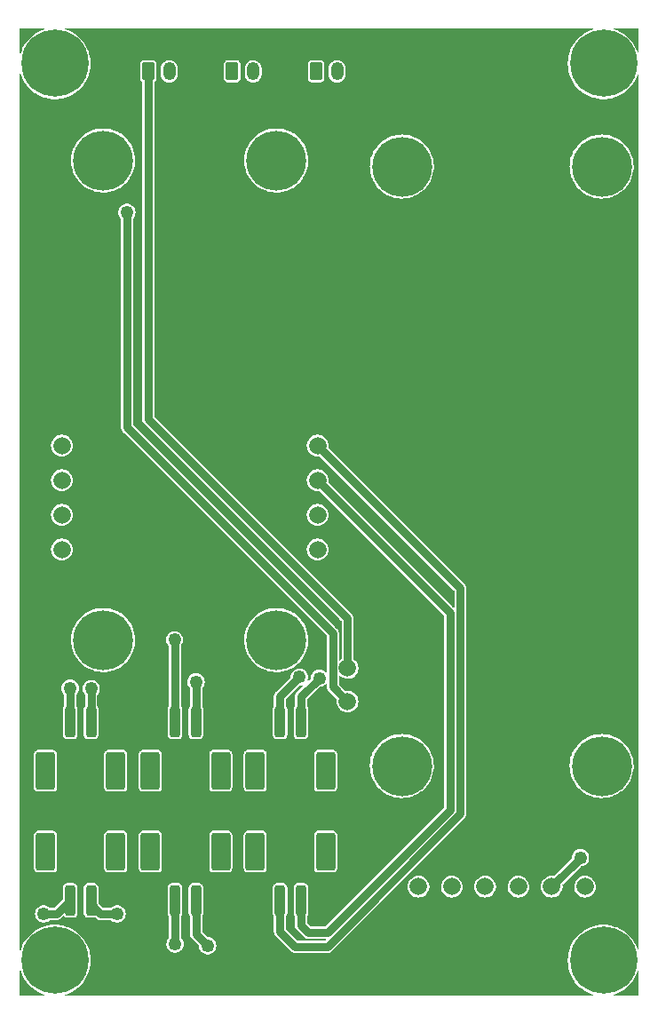
<source format=gbr>
%TF.GenerationSoftware,KiCad,Pcbnew,6.0.1*%
%TF.CreationDate,2022-02-10T21:41:43-06:00*%
%TF.ProjectId,ALTIMETER_HOLDER,414c5449-4d45-4544-9552-5f484f4c4445,rev?*%
%TF.SameCoordinates,Original*%
%TF.FileFunction,Copper,L1,Top*%
%TF.FilePolarity,Positive*%
%FSLAX46Y46*%
G04 Gerber Fmt 4.6, Leading zero omitted, Abs format (unit mm)*
G04 Created by KiCad (PCBNEW 6.0.1) date 2022-02-10 21:41:43*
%MOMM*%
%LPD*%
G01*
G04 APERTURE LIST*
G04 Aperture macros list*
%AMRoundRect*
0 Rectangle with rounded corners*
0 $1 Rounding radius*
0 $2 $3 $4 $5 $6 $7 $8 $9 X,Y pos of 4 corners*
0 Add a 4 corners polygon primitive as box body*
4,1,4,$2,$3,$4,$5,$6,$7,$8,$9,$2,$3,0*
0 Add four circle primitives for the rounded corners*
1,1,$1+$1,$2,$3*
1,1,$1+$1,$4,$5*
1,1,$1+$1,$6,$7*
1,1,$1+$1,$8,$9*
0 Add four rect primitives between the rounded corners*
20,1,$1+$1,$2,$3,$4,$5,0*
20,1,$1+$1,$4,$5,$6,$7,0*
20,1,$1+$1,$6,$7,$8,$9,0*
20,1,$1+$1,$8,$9,$2,$3,0*%
G04 Aperture macros list end*
%TA.AperFunction,SMDPad,CuDef*%
%ADD10RoundRect,0.250000X0.250000X1.200000X-0.250000X1.200000X-0.250000X-1.200000X0.250000X-1.200000X0*%
%TD*%
%TA.AperFunction,SMDPad,CuDef*%
%ADD11RoundRect,0.250000X0.650000X1.550000X-0.650000X1.550000X-0.650000X-1.550000X0.650000X-1.550000X0*%
%TD*%
%TA.AperFunction,ComponentPad*%
%ADD12C,6.400000*%
%TD*%
%TA.AperFunction,ComponentPad*%
%ADD13RoundRect,0.250000X-0.350000X-0.625000X0.350000X-0.625000X0.350000X0.625000X-0.350000X0.625000X0*%
%TD*%
%TA.AperFunction,ComponentPad*%
%ADD14O,1.200000X1.750000*%
%TD*%
%TA.AperFunction,ComponentPad*%
%ADD15C,1.660000*%
%TD*%
%TA.AperFunction,ConnectorPad*%
%ADD16C,5.700000*%
%TD*%
%TA.AperFunction,ComponentPad*%
%ADD17C,3.600000*%
%TD*%
%TA.AperFunction,SMDPad,CuDef*%
%ADD18RoundRect,0.250000X-0.250000X-1.200000X0.250000X-1.200000X0.250000X1.200000X-0.250000X1.200000X0*%
%TD*%
%TA.AperFunction,SMDPad,CuDef*%
%ADD19RoundRect,0.250000X-0.650000X-1.550000X0.650000X-1.550000X0.650000X1.550000X-0.650000X1.550000X0*%
%TD*%
%TA.AperFunction,ViaPad*%
%ADD20C,1.250000*%
%TD*%
%TA.AperFunction,Conductor*%
%ADD21C,0.750000*%
%TD*%
G04 APERTURE END LIST*
D10*
%TO.P,J4,1,Pin_1*%
%TO.N,/TM_SWITCH_P*%
X6950000Y-66275000D03*
%TO.P,J4,2,Pin_2*%
%TO.N,/TM_SWITCH_N*%
X4950000Y-66275000D03*
D11*
%TO.P,J4,MP*%
%TO.N,N/C*%
X2600000Y-70925000D03*
X9300000Y-70925000D03*
%TD*%
D10*
%TO.P,J6,1,Pin_1*%
%TO.N,/TM_DROGUE_P*%
X26950000Y-66275000D03*
%TO.P,J6,2,Pin_2*%
%TO.N,/TM_DROGUE_N*%
X24950000Y-66275000D03*
D11*
%TO.P,J6,MP*%
%TO.N,N/C*%
X29300000Y-70925000D03*
X22600000Y-70925000D03*
%TD*%
D12*
%TO.P,REF\u002A\u002A,1*%
%TO.N,N/C*%
X55800000Y-3500000D03*
%TD*%
D13*
%TO.P,J3,1,Pin_1*%
%TO.N,Net-(J2-Pad2)*%
X28400000Y-4250000D03*
D14*
%TO.P,J3,2,Pin_2*%
%TO.N,SL_POWER_NEGATIVE*%
X30400000Y-4250000D03*
%TD*%
D15*
%TO.P,A2,1,SWITCH0*%
%TO.N,/SL_SWITCH_P*%
X4162000Y-39918000D03*
%TO.P,A2,2,SWITCH1*%
%TO.N,/SL_SWITCH_N*%
X4162000Y-43220000D03*
%TO.P,A2,3,POSITIVE*%
%TO.N,SL_POWER_POSITIVE*%
X4162000Y-46522000D03*
%TO.P,A2,4,NEGATIVE*%
%TO.N,SL_POWER_NEGATIVE*%
X4162000Y-49824000D03*
%TO.P,A2,5,DROGUE0*%
%TO.N,/SL_DROGUE_P*%
X28538000Y-39918000D03*
%TO.P,A2,6,DROGUE1*%
%TO.N,/SL_DROGUE_N*%
X28538000Y-43220000D03*
%TO.P,A2,7,MAIN0*%
%TO.N,/SL_MAIN_P*%
X28538000Y-46522000D03*
%TO.P,A2,8,MAIN1*%
%TO.N,/SL_MAIN_N*%
X28538000Y-49824000D03*
D16*
%TO.P,A2,~*%
%TO.N,N/C*%
X8095000Y-12740000D03*
D17*
X24605000Y-12740000D03*
D16*
X24605000Y-12740000D03*
D17*
X8095000Y-58460000D03*
D16*
X24605000Y-58460000D03*
D17*
X24605000Y-58460000D03*
D16*
X8095000Y-58460000D03*
D17*
X8095000Y-12740000D03*
%TD*%
D13*
%TO.P,J1,1,Pin_1*%
%TO.N,TM_POWER_POSITIVE*%
X12400000Y-4250000D03*
D14*
%TO.P,J1,2,Pin_2*%
%TO.N,TM_POWER_NEGATIVE*%
X14400000Y-4250000D03*
%TD*%
D12*
%TO.P,REF\u002A\u002A,1*%
%TO.N,N/C*%
X3500000Y-3500000D03*
%TD*%
D10*
%TO.P,J5,1,Pin_1*%
%TO.N,/TM_MAIN_P*%
X16950000Y-66275000D03*
%TO.P,J5,2,Pin_2*%
%TO.N,/TM_MAIN_N*%
X14950000Y-66275000D03*
D11*
%TO.P,J5,MP*%
%TO.N,N/C*%
X12600000Y-70925000D03*
X19300000Y-70925000D03*
%TD*%
D12*
%TO.P,REF\u002A\u002A,1*%
%TO.N,N/C*%
X55800000Y-89000000D03*
%TD*%
%TO.P,REF\u002A\u002A,1*%
%TO.N,N/C*%
X3500000Y-89000000D03*
%TD*%
D13*
%TO.P,J2,1,Pin_1*%
%TO.N,SL_POWER_POSITIVE*%
X20400000Y-4250000D03*
D14*
%TO.P,J2,2,Pin_2*%
%TO.N,Net-(J2-Pad2)*%
X22400000Y-4250000D03*
%TD*%
D18*
%TO.P,J9,1,Pin_1*%
%TO.N,/SL_DROGUE_P*%
X24950000Y-83275000D03*
%TO.P,J9,2,Pin_2*%
%TO.N,/SL_DROGUE_N*%
X26950000Y-83275000D03*
D19*
%TO.P,J9,MP*%
%TO.N,N/C*%
X22600000Y-78625000D03*
X29300000Y-78625000D03*
%TD*%
D18*
%TO.P,J8,1,Pin_1*%
%TO.N,/SL_MAIN_P*%
X14950000Y-83275000D03*
%TO.P,J8,2,Pin_2*%
%TO.N,/SL_MAIN_N*%
X16950000Y-83275000D03*
D19*
%TO.P,J8,MP*%
%TO.N,N/C*%
X19300000Y-78625000D03*
X12600000Y-78625000D03*
%TD*%
D18*
%TO.P,J7,1,Pin_1*%
%TO.N,/SL_SWITCH_P*%
X4950000Y-83275000D03*
%TO.P,J7,2,Pin_2*%
%TO.N,/SL_SWITCH_N*%
X6950000Y-83275000D03*
D19*
%TO.P,J7,MP*%
%TO.N,N/C*%
X9300000Y-78625000D03*
X2600000Y-78625000D03*
%TD*%
D15*
%TO.P,A1,1,POSITIVE*%
%TO.N,TM_POWER_POSITIVE*%
X31400000Y-61140900D03*
%TO.P,A1,2,NEGATIVE*%
%TO.N,TM_POWER_NEGATIVE*%
X31400000Y-64315900D03*
%TO.P,A1,3,SWITCH0*%
%TO.N,/TM_SWITCH_P*%
X38162500Y-81975000D03*
%TO.P,A1,4,SWITCH1*%
%TO.N,/TM_SWITCH_N*%
X41337500Y-81975000D03*
%TO.P,A1,5,MAIN0*%
%TO.N,/TM_MAIN_P*%
X44512500Y-81975000D03*
%TO.P,A1,6,MAIN1*%
%TO.N,/TM_MAIN_N*%
X47687500Y-81975000D03*
%TO.P,A1,7,DROGUE0*%
%TO.N,/TM_DROGUE_P*%
X50862500Y-81975000D03*
%TO.P,A1,8,DROGUE1*%
%TO.N,/TM_DROGUE_N*%
X54037500Y-81975000D03*
D16*
%TO.P,A1,~*%
%TO.N,N/C*%
X36575000Y-70475400D03*
D17*
X36575000Y-70475400D03*
D16*
X36575000Y-13325400D03*
D17*
X55625000Y-13325400D03*
X55625000Y-70475400D03*
D16*
X55625000Y-13325400D03*
D17*
X36575000Y-13325400D03*
D16*
X55625000Y-70475400D03*
%TD*%
D20*
%TO.N,/TM_SWITCH_P*%
X6950000Y-63100000D03*
%TO.N,/TM_SWITCH_N*%
X4950000Y-63050000D03*
%TO.N,/TM_MAIN_P*%
X16950000Y-62450000D03*
%TO.N,/TM_MAIN_N*%
X14900000Y-58450000D03*
%TO.N,/TM_DROGUE_P*%
X53600000Y-79200000D03*
X28700000Y-62100000D03*
%TO.N,/TM_DROGUE_N*%
X26800000Y-62000000D03*
%TO.N,TM_POWER_NEGATIVE*%
X10350000Y-17700000D03*
%TO.N,/SL_SWITCH_P*%
X2425000Y-84575000D03*
%TO.N,/SL_SWITCH_N*%
X9425000Y-84575000D03*
%TO.N,/SL_MAIN_P*%
X14950000Y-87450000D03*
%TO.N,/SL_MAIN_N*%
X18050000Y-87600000D03*
%TD*%
D21*
%TO.N,/TM_SWITCH_P*%
X6950000Y-63100000D02*
X6950000Y-66275000D01*
%TO.N,/TM_SWITCH_N*%
X4950000Y-66275000D02*
X4950000Y-63050000D01*
%TO.N,/TM_MAIN_P*%
X16950000Y-66275000D02*
X16950000Y-62450000D01*
%TO.N,/TM_MAIN_N*%
X14950000Y-58500000D02*
X14900000Y-58450000D01*
X14950000Y-66275000D02*
X14950000Y-58500000D01*
%TO.N,/TM_DROGUE_P*%
X53600000Y-79200000D02*
X53600000Y-79237500D01*
X53600000Y-79237500D02*
X50862500Y-81975000D01*
X28700000Y-62100000D02*
X26950000Y-63850000D01*
X26950000Y-63850000D02*
X26950000Y-66275000D01*
%TO.N,/TM_DROGUE_N*%
X24950000Y-63850000D02*
X24950000Y-66275000D01*
X26800000Y-62000000D02*
X24950000Y-63850000D01*
%TO.N,TM_POWER_POSITIVE*%
X31400000Y-56400000D02*
X31400000Y-61140900D01*
X12400000Y-4250000D02*
X12400000Y-37400000D01*
X12400000Y-37400000D02*
X31400000Y-56400000D01*
%TO.N,TM_POWER_NEGATIVE*%
X31400000Y-64315900D02*
X29995489Y-62911389D01*
X10350000Y-38150000D02*
X10350000Y-17700000D01*
X29995489Y-62911389D02*
X29995489Y-57795489D01*
X29995489Y-57795489D02*
X10350000Y-38150000D01*
%TO.N,/SL_DROGUE_P*%
X29492824Y-87700000D02*
X42149520Y-75043304D01*
X24950000Y-86250000D02*
X26400000Y-87700000D01*
X24950000Y-83275000D02*
X24950000Y-86250000D01*
X42149520Y-53529520D02*
X28538000Y-39918000D01*
X26400000Y-87700000D02*
X29492824Y-87700000D01*
X42149520Y-75043304D02*
X42149520Y-53529520D01*
%TO.N,/SL_DROGUE_N*%
X41200000Y-55882000D02*
X28538000Y-43220000D01*
X29500000Y-86350000D02*
X41200000Y-74650000D01*
X41200000Y-74650000D02*
X41200000Y-55882000D01*
X27650000Y-86350000D02*
X29500000Y-86350000D01*
X26950000Y-85650000D02*
X27650000Y-86350000D01*
X26950000Y-83275000D02*
X26950000Y-85650000D01*
%TO.N,/SL_SWITCH_P*%
X3650000Y-84575000D02*
X4950000Y-83275000D01*
X2425000Y-84575000D02*
X3650000Y-84575000D01*
%TO.N,/SL_SWITCH_N*%
X9425000Y-84575000D02*
X7850000Y-84575000D01*
X6950000Y-83675000D02*
X6950000Y-83275000D01*
X7850000Y-84575000D02*
X6950000Y-83675000D01*
%TO.N,SL_POWER_NEGATIVE*%
X30400000Y-3975000D02*
X30399200Y-3974200D01*
%TO.N,/SL_MAIN_P*%
X14950000Y-83275000D02*
X14950000Y-87450000D01*
%TO.N,/SL_MAIN_N*%
X16950000Y-83275000D02*
X16950000Y-86500000D01*
X16950000Y-86500000D02*
X18050000Y-87600000D01*
%TD*%
%TA.AperFunction,NonConductor*%
G36*
X59141255Y-148745D02*
G01*
X59160000Y-194000D01*
X59160000Y-2420871D01*
X59141255Y-2466126D01*
X59096000Y-2484871D01*
X59050745Y-2466126D01*
X59034328Y-2437974D01*
X59028083Y-2415457D01*
X59027620Y-2413786D01*
X59022501Y-2400922D01*
X58892073Y-2073170D01*
X58892069Y-2073162D01*
X58891431Y-2071558D01*
X58890626Y-2070037D01*
X58890622Y-2070029D01*
X58719884Y-1747563D01*
X58719883Y-1747561D01*
X58719078Y-1746041D01*
X58512578Y-1441041D01*
X58503445Y-1430271D01*
X58275457Y-1161438D01*
X58274346Y-1160128D01*
X58007168Y-906586D01*
X58005801Y-905544D01*
X58005792Y-905537D01*
X57715554Y-684435D01*
X57714172Y-683382D01*
X57398783Y-493127D01*
X57241797Y-420257D01*
X57066265Y-338777D01*
X57066255Y-338773D01*
X57064691Y-338047D01*
X57063046Y-337490D01*
X57063043Y-337489D01*
X56818219Y-254621D01*
X56781363Y-222357D01*
X56778117Y-173481D01*
X56810381Y-136625D01*
X56838738Y-130000D01*
X59096000Y-130000D01*
X59141255Y-148745D01*
G37*
%TD.AperFunction*%
%TA.AperFunction,NonConductor*%
G36*
X2507284Y-148745D02*
G01*
X2526029Y-194000D01*
X2507284Y-239255D01*
X2482337Y-254693D01*
X2247991Y-333104D01*
X2247987Y-333106D01*
X2246354Y-333652D01*
X2244786Y-334373D01*
X2244784Y-334374D01*
X2235211Y-338777D01*
X1911723Y-487565D01*
X1910253Y-488445D01*
X1910245Y-488449D01*
X1597169Y-675822D01*
X1595672Y-676718D01*
X1301898Y-898897D01*
X1300635Y-900087D01*
X1300634Y-900088D01*
X1292479Y-907773D01*
X1033837Y-1151505D01*
X794626Y-1431585D01*
X793653Y-1433012D01*
X793651Y-1433014D01*
X749924Y-1497115D01*
X587062Y-1735862D01*
X413574Y-2060776D01*
X412935Y-2062367D01*
X412933Y-2062370D01*
X341637Y-2239727D01*
X276192Y-2402526D01*
X275724Y-2404192D01*
X275723Y-2404194D01*
X255612Y-2475741D01*
X225320Y-2514235D01*
X176681Y-2520034D01*
X138187Y-2489742D01*
X130000Y-2458422D01*
X130000Y-194000D01*
X148745Y-148745D01*
X194000Y-130000D01*
X2462029Y-130000D01*
X2507284Y-148745D01*
G37*
%TD.AperFunction*%
%TA.AperFunction,NonConductor*%
G36*
X59151921Y-90044257D02*
G01*
X59160000Y-90075382D01*
X59160000Y-92306000D01*
X59141255Y-92351255D01*
X59096000Y-92370000D01*
X56837318Y-92370000D01*
X56792063Y-92351255D01*
X56773318Y-92306000D01*
X56792063Y-92260745D01*
X56817222Y-92245237D01*
X57040939Y-92171250D01*
X57040944Y-92171248D01*
X57042586Y-92170705D01*
X57377752Y-92017961D01*
X57379228Y-92017085D01*
X57379233Y-92017082D01*
X57692987Y-91830788D01*
X57694461Y-91829913D01*
X57989009Y-91608760D01*
X57990273Y-91607577D01*
X57990278Y-91607573D01*
X58256685Y-91358273D01*
X58256687Y-91358271D01*
X58257950Y-91357089D01*
X58498138Y-91077846D01*
X58517636Y-91049477D01*
X58705782Y-90775721D01*
X58705782Y-90775720D01*
X58706762Y-90774295D01*
X58881383Y-90449989D01*
X59019958Y-90108720D01*
X59034449Y-90057849D01*
X59064875Y-90019461D01*
X59113533Y-90013831D01*
X59151921Y-90044257D01*
G37*
%TD.AperFunction*%
%TA.AperFunction,NonConductor*%
G36*
X54807284Y-148745D02*
G01*
X54826029Y-194000D01*
X54807284Y-239255D01*
X54782337Y-254693D01*
X54547991Y-333104D01*
X54547987Y-333106D01*
X54546354Y-333652D01*
X54544786Y-334373D01*
X54544784Y-334374D01*
X54535211Y-338777D01*
X54211723Y-487565D01*
X54210253Y-488445D01*
X54210245Y-488449D01*
X53897169Y-675822D01*
X53895672Y-676718D01*
X53601898Y-898897D01*
X53600635Y-900087D01*
X53600634Y-900088D01*
X53592479Y-907773D01*
X53333837Y-1151505D01*
X53094626Y-1431585D01*
X53093653Y-1433012D01*
X53093651Y-1433014D01*
X53049924Y-1497115D01*
X52887062Y-1735862D01*
X52713574Y-2060776D01*
X52712935Y-2062367D01*
X52712933Y-2062370D01*
X52641637Y-2239727D01*
X52576192Y-2402526D01*
X52476521Y-2757115D01*
X52415729Y-3120393D01*
X52394527Y-3488113D01*
X52394615Y-3489850D01*
X52397334Y-3543514D01*
X52413162Y-3855971D01*
X52413437Y-3857686D01*
X52413437Y-3857689D01*
X52425281Y-3931631D01*
X52471416Y-4219665D01*
X52568608Y-4574941D01*
X52569244Y-4576555D01*
X52702966Y-4916029D01*
X52702970Y-4916039D01*
X52703602Y-4917642D01*
X52874817Y-5243759D01*
X52875781Y-5245193D01*
X52875783Y-5245197D01*
X52929745Y-5325500D01*
X53080252Y-5549477D01*
X53317502Y-5831221D01*
X53583792Y-6085694D01*
X53876008Y-6309919D01*
X53877487Y-6310818D01*
X53877491Y-6310821D01*
X53908892Y-6329913D01*
X54190731Y-6501274D01*
X54524279Y-6657519D01*
X54525921Y-6658081D01*
X54525928Y-6658084D01*
X54817560Y-6757932D01*
X54872751Y-6776828D01*
X55232070Y-6857804D01*
X55284214Y-6863745D01*
X55596310Y-6899304D01*
X55596316Y-6899304D01*
X55598033Y-6899500D01*
X55777666Y-6900440D01*
X55964618Y-6901419D01*
X55964620Y-6901419D01*
X55966358Y-6901428D01*
X56332737Y-6863567D01*
X56576312Y-6811349D01*
X56691187Y-6786722D01*
X56691190Y-6786721D01*
X56692884Y-6786358D01*
X56694527Y-6785815D01*
X56694533Y-6785813D01*
X57040939Y-6671250D01*
X57040944Y-6671248D01*
X57042586Y-6670705D01*
X57377752Y-6517961D01*
X57379228Y-6517085D01*
X57379233Y-6517082D01*
X57692987Y-6330788D01*
X57694461Y-6329913D01*
X57989009Y-6108760D01*
X57990273Y-6107577D01*
X57990278Y-6107573D01*
X58256685Y-5858273D01*
X58256687Y-5858271D01*
X58257950Y-5857089D01*
X58498138Y-5577846D01*
X58517636Y-5549477D01*
X58705782Y-5275721D01*
X58705782Y-5275720D01*
X58706762Y-5274295D01*
X58719717Y-5250236D01*
X58767404Y-5161671D01*
X58881383Y-4949989D01*
X59019958Y-4608720D01*
X59034449Y-4557849D01*
X59064875Y-4519461D01*
X59113533Y-4513831D01*
X59151921Y-4544257D01*
X59160000Y-4575382D01*
X59160000Y-87920871D01*
X59141255Y-87966126D01*
X59096000Y-87984871D01*
X59050745Y-87966126D01*
X59034328Y-87937974D01*
X59028083Y-87915457D01*
X59027620Y-87913786D01*
X59022501Y-87900922D01*
X58892073Y-87573170D01*
X58892069Y-87573162D01*
X58891431Y-87571558D01*
X58890626Y-87570037D01*
X58890622Y-87570029D01*
X58719884Y-87247563D01*
X58719883Y-87247561D01*
X58719078Y-87246041D01*
X58528812Y-86965018D01*
X58513541Y-86942463D01*
X58513539Y-86942460D01*
X58512578Y-86941041D01*
X58508792Y-86936576D01*
X58275457Y-86661438D01*
X58274346Y-86660128D01*
X58007168Y-86406586D01*
X58005801Y-86405544D01*
X58005792Y-86405537D01*
X57715554Y-86184435D01*
X57714172Y-86183382D01*
X57398783Y-85993127D01*
X57240240Y-85919534D01*
X57066265Y-85838777D01*
X57066255Y-85838773D01*
X57064691Y-85838047D01*
X57063046Y-85837490D01*
X57063043Y-85837489D01*
X56952983Y-85800236D01*
X56715805Y-85719956D01*
X56561886Y-85685833D01*
X56357895Y-85640608D01*
X56357887Y-85640607D01*
X56356206Y-85640234D01*
X56140689Y-85616441D01*
X55991806Y-85600004D01*
X55991800Y-85600004D01*
X55990100Y-85599816D01*
X55851352Y-85599574D01*
X55623491Y-85599176D01*
X55621770Y-85599173D01*
X55362506Y-85626880D01*
X55257237Y-85638130D01*
X55257234Y-85638130D01*
X55255526Y-85638313D01*
X55253845Y-85638679D01*
X55253842Y-85638680D01*
X55027284Y-85688078D01*
X54895650Y-85716779D01*
X54779163Y-85755755D01*
X54547991Y-85833104D01*
X54547987Y-85833106D01*
X54546354Y-85833652D01*
X54544786Y-85834373D01*
X54544784Y-85834374D01*
X54213286Y-85986846D01*
X54211723Y-85987565D01*
X54210253Y-85988445D01*
X54210245Y-85988449D01*
X53897169Y-86175822D01*
X53895672Y-86176718D01*
X53601898Y-86398897D01*
X53600635Y-86400087D01*
X53600634Y-86400088D01*
X53592479Y-86407773D01*
X53333837Y-86651505D01*
X53332714Y-86652820D01*
X53332712Y-86652822D01*
X53096050Y-86929918D01*
X53094626Y-86931585D01*
X53093653Y-86933012D01*
X53093651Y-86933014D01*
X53060794Y-86981181D01*
X52887062Y-87235862D01*
X52713574Y-87560776D01*
X52712935Y-87562367D01*
X52712933Y-87562370D01*
X52641637Y-87739727D01*
X52576192Y-87902526D01*
X52476521Y-88257115D01*
X52476235Y-88258826D01*
X52476234Y-88258829D01*
X52454264Y-88390119D01*
X52415729Y-88620393D01*
X52394527Y-88988113D01*
X52413162Y-89355971D01*
X52413437Y-89357686D01*
X52413437Y-89357689D01*
X52419112Y-89393117D01*
X52471416Y-89719665D01*
X52568608Y-90074941D01*
X52569244Y-90076555D01*
X52702966Y-90416029D01*
X52702970Y-90416039D01*
X52703602Y-90417642D01*
X52874817Y-90743759D01*
X52875781Y-90745193D01*
X52875783Y-90745197D01*
X53079291Y-91048047D01*
X53080252Y-91049477D01*
X53317502Y-91331221D01*
X53583792Y-91585694D01*
X53876008Y-91809919D01*
X53877487Y-91810818D01*
X53877491Y-91810821D01*
X53908892Y-91829913D01*
X54190731Y-92001274D01*
X54524279Y-92157519D01*
X54525921Y-92158081D01*
X54525928Y-92158084D01*
X54781107Y-92245451D01*
X54817850Y-92277844D01*
X54820925Y-92326731D01*
X54788532Y-92363474D01*
X54760376Y-92370000D01*
X4537318Y-92370000D01*
X4492063Y-92351255D01*
X4473318Y-92306000D01*
X4492063Y-92260745D01*
X4517222Y-92245237D01*
X4740939Y-92171250D01*
X4740944Y-92171248D01*
X4742586Y-92170705D01*
X5077752Y-92017961D01*
X5079228Y-92017085D01*
X5079233Y-92017082D01*
X5392987Y-91830788D01*
X5394461Y-91829913D01*
X5689009Y-91608760D01*
X5690273Y-91607577D01*
X5690278Y-91607573D01*
X5956685Y-91358273D01*
X5956687Y-91358271D01*
X5957950Y-91357089D01*
X6198138Y-91077846D01*
X6217636Y-91049477D01*
X6405782Y-90775721D01*
X6405782Y-90775720D01*
X6406762Y-90774295D01*
X6581383Y-90449989D01*
X6719958Y-90108720D01*
X6820865Y-89754482D01*
X6882925Y-89391418D01*
X6905411Y-89023775D01*
X6905494Y-89000000D01*
X6885575Y-88632209D01*
X6826052Y-88268720D01*
X6823977Y-88261235D01*
X6770067Y-88066845D01*
X6727620Y-87913786D01*
X6722501Y-87900922D01*
X6592073Y-87573170D01*
X6592069Y-87573162D01*
X6591431Y-87571558D01*
X6590626Y-87570037D01*
X6590622Y-87570029D01*
X6527070Y-87450000D01*
X14119953Y-87450000D01*
X14120304Y-87453339D01*
X14132730Y-87571558D01*
X14138092Y-87622576D01*
X14164903Y-87705093D01*
X14190678Y-87784424D01*
X14190680Y-87784428D01*
X14191714Y-87787611D01*
X14278478Y-87937889D01*
X14394590Y-88066845D01*
X14534976Y-88168842D01*
X14538040Y-88170206D01*
X14690441Y-88238060D01*
X14690444Y-88238061D01*
X14693501Y-88239422D01*
X14863236Y-88275500D01*
X15036764Y-88275500D01*
X15206499Y-88239422D01*
X15209556Y-88238061D01*
X15209559Y-88238060D01*
X15361960Y-88170206D01*
X15365024Y-88168842D01*
X15505410Y-88066845D01*
X15621522Y-87937889D01*
X15708286Y-87787611D01*
X15709320Y-87784428D01*
X15709322Y-87784424D01*
X15735097Y-87705093D01*
X15761908Y-87622576D01*
X15767271Y-87571558D01*
X15779696Y-87453339D01*
X15780047Y-87450000D01*
X15761908Y-87277424D01*
X15712221Y-87124500D01*
X15709322Y-87115576D01*
X15709320Y-87115572D01*
X15708286Y-87112389D01*
X15621522Y-86962111D01*
X15541938Y-86873723D01*
X15525500Y-86830900D01*
X15525500Y-84813687D01*
X15538020Y-84775663D01*
X15541151Y-84771425D01*
X15602634Y-84688184D01*
X15604219Y-84683671D01*
X15646227Y-84564049D01*
X15646228Y-84564047D01*
X15647519Y-84560369D01*
X15650500Y-84528834D01*
X16249500Y-84528834D01*
X16252481Y-84560369D01*
X16253772Y-84564047D01*
X16253773Y-84564049D01*
X16295781Y-84683671D01*
X16297366Y-84688184D01*
X16358850Y-84771425D01*
X16361980Y-84775663D01*
X16374500Y-84813687D01*
X16374500Y-86458088D01*
X16373953Y-86466441D01*
X16369535Y-86500000D01*
X16370082Y-86504155D01*
X16374500Y-86537714D01*
X16371739Y-86538078D01*
X16371741Y-86538083D01*
X16374500Y-86537720D01*
X16386685Y-86630271D01*
X16389313Y-86650236D01*
X16390918Y-86654110D01*
X16390918Y-86654111D01*
X16434966Y-86760451D01*
X16444560Y-86783612D01*
X16447302Y-86790233D01*
X16449855Y-86793560D01*
X16516385Y-86880265D01*
X16516391Y-86880271D01*
X16539549Y-86910451D01*
X16542876Y-86913004D01*
X16566402Y-86931056D01*
X16572696Y-86936576D01*
X17202029Y-87565909D01*
X17220423Y-87604474D01*
X17238092Y-87772576D01*
X17264903Y-87855093D01*
X17290678Y-87934424D01*
X17290680Y-87934428D01*
X17291714Y-87937611D01*
X17378478Y-88087889D01*
X17494590Y-88216845D01*
X17634976Y-88318842D01*
X17638040Y-88320206D01*
X17790441Y-88388060D01*
X17790444Y-88388061D01*
X17793501Y-88389422D01*
X17963236Y-88425500D01*
X18136764Y-88425500D01*
X18306499Y-88389422D01*
X18309556Y-88388061D01*
X18309559Y-88388060D01*
X18461960Y-88320206D01*
X18465024Y-88318842D01*
X18605410Y-88216845D01*
X18721522Y-88087889D01*
X18808286Y-87937611D01*
X18809320Y-87934428D01*
X18809322Y-87934424D01*
X18835097Y-87855093D01*
X18861908Y-87772576D01*
X18880047Y-87600000D01*
X18861908Y-87427424D01*
X18812136Y-87274237D01*
X18809322Y-87265576D01*
X18809320Y-87265572D01*
X18808286Y-87262389D01*
X18721522Y-87112111D01*
X18605410Y-86983155D01*
X18465024Y-86881158D01*
X18352143Y-86830900D01*
X18309559Y-86811940D01*
X18309556Y-86811939D01*
X18306499Y-86810578D01*
X18136764Y-86774500D01*
X18064890Y-86774500D01*
X18019635Y-86755755D01*
X17544245Y-86280365D01*
X17525500Y-86235110D01*
X17525500Y-84813687D01*
X17538020Y-84775663D01*
X17541151Y-84771425D01*
X17602634Y-84688184D01*
X17604219Y-84683671D01*
X17646227Y-84564049D01*
X17646228Y-84564047D01*
X17647519Y-84560369D01*
X17650500Y-84528834D01*
X24249500Y-84528834D01*
X24252481Y-84560369D01*
X24253772Y-84564047D01*
X24253773Y-84564049D01*
X24295781Y-84683671D01*
X24297366Y-84688184D01*
X24358850Y-84771425D01*
X24361980Y-84775663D01*
X24374500Y-84813687D01*
X24374500Y-86208088D01*
X24373953Y-86216441D01*
X24369535Y-86250000D01*
X24370082Y-86254155D01*
X24374500Y-86287714D01*
X24371739Y-86288078D01*
X24371741Y-86288083D01*
X24374500Y-86287720D01*
X24389313Y-86400236D01*
X24430637Y-86500000D01*
X24447302Y-86540233D01*
X24449855Y-86543560D01*
X24516385Y-86630265D01*
X24516391Y-86630271D01*
X24539549Y-86660451D01*
X24542876Y-86663004D01*
X24566402Y-86681056D01*
X24572696Y-86686576D01*
X25963424Y-88077304D01*
X25968943Y-88083597D01*
X25989549Y-88110451D01*
X26019729Y-88133609D01*
X26019732Y-88133612D01*
X26109768Y-88202699D01*
X26113639Y-88204302D01*
X26113640Y-88204303D01*
X26137892Y-88214348D01*
X26191776Y-88236667D01*
X26249764Y-88260687D01*
X26253920Y-88261234D01*
X26253923Y-88261235D01*
X26356978Y-88274802D01*
X26362280Y-88275500D01*
X26400000Y-88280466D01*
X26404162Y-88279918D01*
X26433558Y-88276048D01*
X26441912Y-88275500D01*
X29450912Y-88275500D01*
X29459265Y-88276047D01*
X29492824Y-88280465D01*
X29530538Y-88275500D01*
X29530902Y-88278261D01*
X29530907Y-88278259D01*
X29530544Y-88275500D01*
X29535846Y-88274802D01*
X29638901Y-88261235D01*
X29638904Y-88261234D01*
X29643060Y-88260687D01*
X29748904Y-88216845D01*
X29779180Y-88204304D01*
X29779182Y-88204303D01*
X29783057Y-88202698D01*
X29873092Y-88133612D01*
X29873095Y-88133609D01*
X29903275Y-88110451D01*
X29923881Y-88083597D01*
X29929400Y-88077304D01*
X36046162Y-81960542D01*
X37127115Y-81960542D01*
X37144026Y-82161925D01*
X37199729Y-82356188D01*
X37292105Y-82535931D01*
X37417634Y-82694309D01*
X37420018Y-82696338D01*
X37420020Y-82696340D01*
X37455808Y-82726798D01*
X37571534Y-82825289D01*
X37747944Y-82923881D01*
X37750922Y-82924849D01*
X37750923Y-82924849D01*
X37937174Y-82985365D01*
X37937177Y-82985366D01*
X37940145Y-82986330D01*
X37943248Y-82986700D01*
X38137707Y-83009889D01*
X38137712Y-83009889D01*
X38140814Y-83010259D01*
X38143934Y-83010019D01*
X38143937Y-83010019D01*
X38339183Y-82994996D01*
X38339187Y-82994995D01*
X38342310Y-82994755D01*
X38345326Y-82993913D01*
X38345331Y-82993912D01*
X38435427Y-82968756D01*
X38536957Y-82940408D01*
X38539744Y-82939000D01*
X38539747Y-82938999D01*
X38714552Y-82850699D01*
X38714553Y-82850698D01*
X38717341Y-82849290D01*
X38876591Y-82724870D01*
X38905093Y-82691851D01*
X39006597Y-82574257D01*
X39008642Y-82571888D01*
X39108464Y-82396170D01*
X39121765Y-82356188D01*
X39171266Y-82207380D01*
X39172254Y-82204410D01*
X39177242Y-82164931D01*
X39197357Y-82005695D01*
X39197357Y-82005691D01*
X39197582Y-82003912D01*
X39197986Y-81975000D01*
X39196568Y-81960542D01*
X40302115Y-81960542D01*
X40319026Y-82161925D01*
X40374729Y-82356188D01*
X40467105Y-82535931D01*
X40592634Y-82694309D01*
X40595018Y-82696338D01*
X40595020Y-82696340D01*
X40630808Y-82726798D01*
X40746534Y-82825289D01*
X40922944Y-82923881D01*
X40925922Y-82924849D01*
X40925923Y-82924849D01*
X41112174Y-82985365D01*
X41112177Y-82985366D01*
X41115145Y-82986330D01*
X41118248Y-82986700D01*
X41312707Y-83009889D01*
X41312712Y-83009889D01*
X41315814Y-83010259D01*
X41318934Y-83010019D01*
X41318937Y-83010019D01*
X41514183Y-82994996D01*
X41514187Y-82994995D01*
X41517310Y-82994755D01*
X41520326Y-82993913D01*
X41520331Y-82993912D01*
X41610427Y-82968756D01*
X41711957Y-82940408D01*
X41714744Y-82939000D01*
X41714747Y-82938999D01*
X41889552Y-82850699D01*
X41889553Y-82850698D01*
X41892341Y-82849290D01*
X42051591Y-82724870D01*
X42080093Y-82691851D01*
X42181597Y-82574257D01*
X42183642Y-82571888D01*
X42283464Y-82396170D01*
X42296765Y-82356188D01*
X42346266Y-82207380D01*
X42347254Y-82204410D01*
X42352242Y-82164931D01*
X42372357Y-82005695D01*
X42372357Y-82005691D01*
X42372582Y-82003912D01*
X42372986Y-81975000D01*
X42371568Y-81960542D01*
X43477115Y-81960542D01*
X43494026Y-82161925D01*
X43549729Y-82356188D01*
X43642105Y-82535931D01*
X43767634Y-82694309D01*
X43770018Y-82696338D01*
X43770020Y-82696340D01*
X43805808Y-82726798D01*
X43921534Y-82825289D01*
X44097944Y-82923881D01*
X44100922Y-82924849D01*
X44100923Y-82924849D01*
X44287174Y-82985365D01*
X44287177Y-82985366D01*
X44290145Y-82986330D01*
X44293248Y-82986700D01*
X44487707Y-83009889D01*
X44487712Y-83009889D01*
X44490814Y-83010259D01*
X44493934Y-83010019D01*
X44493937Y-83010019D01*
X44689183Y-82994996D01*
X44689187Y-82994995D01*
X44692310Y-82994755D01*
X44695326Y-82993913D01*
X44695331Y-82993912D01*
X44785427Y-82968756D01*
X44886957Y-82940408D01*
X44889744Y-82939000D01*
X44889747Y-82938999D01*
X45064552Y-82850699D01*
X45064553Y-82850698D01*
X45067341Y-82849290D01*
X45226591Y-82724870D01*
X45255093Y-82691851D01*
X45356597Y-82574257D01*
X45358642Y-82571888D01*
X45458464Y-82396170D01*
X45471765Y-82356188D01*
X45521266Y-82207380D01*
X45522254Y-82204410D01*
X45527242Y-82164931D01*
X45547357Y-82005695D01*
X45547357Y-82005691D01*
X45547582Y-82003912D01*
X45547986Y-81975000D01*
X45546568Y-81960542D01*
X46652115Y-81960542D01*
X46669026Y-82161925D01*
X46724729Y-82356188D01*
X46817105Y-82535931D01*
X46942634Y-82694309D01*
X46945018Y-82696338D01*
X46945020Y-82696340D01*
X46980808Y-82726798D01*
X47096534Y-82825289D01*
X47272944Y-82923881D01*
X47275922Y-82924849D01*
X47275923Y-82924849D01*
X47462174Y-82985365D01*
X47462177Y-82985366D01*
X47465145Y-82986330D01*
X47468248Y-82986700D01*
X47662707Y-83009889D01*
X47662712Y-83009889D01*
X47665814Y-83010259D01*
X47668934Y-83010019D01*
X47668937Y-83010019D01*
X47864183Y-82994996D01*
X47864187Y-82994995D01*
X47867310Y-82994755D01*
X47870326Y-82993913D01*
X47870331Y-82993912D01*
X47960427Y-82968756D01*
X48061957Y-82940408D01*
X48064744Y-82939000D01*
X48064747Y-82938999D01*
X48239552Y-82850699D01*
X48239553Y-82850698D01*
X48242341Y-82849290D01*
X48401591Y-82724870D01*
X48430093Y-82691851D01*
X48531597Y-82574257D01*
X48533642Y-82571888D01*
X48633464Y-82396170D01*
X48646765Y-82356188D01*
X48696266Y-82207380D01*
X48697254Y-82204410D01*
X48702242Y-82164931D01*
X48722357Y-82005695D01*
X48722357Y-82005691D01*
X48722582Y-82003912D01*
X48722986Y-81975000D01*
X48721568Y-81960542D01*
X49827115Y-81960542D01*
X49844026Y-82161925D01*
X49899729Y-82356188D01*
X49992105Y-82535931D01*
X50117634Y-82694309D01*
X50120018Y-82696338D01*
X50120020Y-82696340D01*
X50155808Y-82726798D01*
X50271534Y-82825289D01*
X50447944Y-82923881D01*
X50450922Y-82924849D01*
X50450923Y-82924849D01*
X50637174Y-82985365D01*
X50637177Y-82985366D01*
X50640145Y-82986330D01*
X50643248Y-82986700D01*
X50837707Y-83009889D01*
X50837712Y-83009889D01*
X50840814Y-83010259D01*
X50843934Y-83010019D01*
X50843937Y-83010019D01*
X51039183Y-82994996D01*
X51039187Y-82994995D01*
X51042310Y-82994755D01*
X51045326Y-82993913D01*
X51045331Y-82993912D01*
X51135427Y-82968756D01*
X51236957Y-82940408D01*
X51239744Y-82939000D01*
X51239747Y-82938999D01*
X51414552Y-82850699D01*
X51414553Y-82850698D01*
X51417341Y-82849290D01*
X51576591Y-82724870D01*
X51605093Y-82691851D01*
X51706597Y-82574257D01*
X51708642Y-82571888D01*
X51808464Y-82396170D01*
X51821765Y-82356188D01*
X51871266Y-82207380D01*
X51872254Y-82204410D01*
X51877242Y-82164931D01*
X51897357Y-82005695D01*
X51897357Y-82005691D01*
X51897582Y-82003912D01*
X51897986Y-81975000D01*
X51896568Y-81960542D01*
X53002115Y-81960542D01*
X53019026Y-82161925D01*
X53074729Y-82356188D01*
X53167105Y-82535931D01*
X53292634Y-82694309D01*
X53295018Y-82696338D01*
X53295020Y-82696340D01*
X53330808Y-82726798D01*
X53446534Y-82825289D01*
X53622944Y-82923881D01*
X53625922Y-82924849D01*
X53625923Y-82924849D01*
X53812174Y-82985365D01*
X53812177Y-82985366D01*
X53815145Y-82986330D01*
X53818248Y-82986700D01*
X54012707Y-83009889D01*
X54012712Y-83009889D01*
X54015814Y-83010259D01*
X54018934Y-83010019D01*
X54018937Y-83010019D01*
X54214183Y-82994996D01*
X54214187Y-82994995D01*
X54217310Y-82994755D01*
X54220326Y-82993913D01*
X54220331Y-82993912D01*
X54310427Y-82968756D01*
X54411957Y-82940408D01*
X54414744Y-82939000D01*
X54414747Y-82938999D01*
X54589552Y-82850699D01*
X54589553Y-82850698D01*
X54592341Y-82849290D01*
X54751591Y-82724870D01*
X54780093Y-82691851D01*
X54881597Y-82574257D01*
X54883642Y-82571888D01*
X54983464Y-82396170D01*
X54996765Y-82356188D01*
X55046266Y-82207380D01*
X55047254Y-82204410D01*
X55052242Y-82164931D01*
X55072357Y-82005695D01*
X55072357Y-82005691D01*
X55072582Y-82003912D01*
X55072986Y-81975000D01*
X55053265Y-81773873D01*
X55052362Y-81770882D01*
X55052361Y-81770877D01*
X55022140Y-81670781D01*
X54994854Y-81580407D01*
X54993389Y-81577651D01*
X54993387Y-81577647D01*
X54901448Y-81404735D01*
X54901446Y-81404732D01*
X54899978Y-81401971D01*
X54772251Y-81245361D01*
X54616536Y-81116543D01*
X54601739Y-81108542D01*
X54577498Y-81095435D01*
X54438767Y-81020424D01*
X54245713Y-80960664D01*
X54044729Y-80939539D01*
X54041619Y-80939822D01*
X54041618Y-80939822D01*
X53995653Y-80944005D01*
X53843469Y-80957855D01*
X53840472Y-80958737D01*
X53840467Y-80958738D01*
X53652606Y-81014029D01*
X53652603Y-81014030D01*
X53649600Y-81014914D01*
X53636216Y-81021911D01*
X53473277Y-81107093D01*
X53473274Y-81107095D01*
X53470506Y-81108542D01*
X53313008Y-81235174D01*
X53183107Y-81389985D01*
X53085748Y-81567079D01*
X53084803Y-81570057D01*
X53084802Y-81570060D01*
X53025597Y-81756699D01*
X53024642Y-81759710D01*
X53002115Y-81960542D01*
X51896568Y-81960542D01*
X51881149Y-81803290D01*
X51895389Y-81756423D01*
X51899589Y-81751791D01*
X53607135Y-80044245D01*
X53652390Y-80025500D01*
X53686764Y-80025500D01*
X53856499Y-79989422D01*
X53859556Y-79988061D01*
X53859559Y-79988060D01*
X54011960Y-79920206D01*
X54015024Y-79918842D01*
X54155410Y-79816845D01*
X54271522Y-79687889D01*
X54358286Y-79537611D01*
X54359320Y-79534428D01*
X54359322Y-79534424D01*
X54385097Y-79455093D01*
X54411908Y-79372576D01*
X54430047Y-79200000D01*
X54411908Y-79027424D01*
X54385097Y-78944907D01*
X54359322Y-78865576D01*
X54359320Y-78865572D01*
X54358286Y-78862389D01*
X54271522Y-78712111D01*
X54155410Y-78583155D01*
X54015024Y-78481158D01*
X53964286Y-78458568D01*
X53859559Y-78411940D01*
X53859556Y-78411939D01*
X53856499Y-78410578D01*
X53686764Y-78374500D01*
X53513236Y-78374500D01*
X53343501Y-78410578D01*
X53340444Y-78411939D01*
X53340441Y-78411940D01*
X53236530Y-78458205D01*
X53184977Y-78481158D01*
X53044590Y-78583155D01*
X52928478Y-78712111D01*
X52841714Y-78862389D01*
X52840680Y-78865572D01*
X52840678Y-78865576D01*
X52814903Y-78944906D01*
X52788092Y-79027424D01*
X52769953Y-79200000D01*
X52770304Y-79203339D01*
X52770304Y-79203341D01*
X52771866Y-79218204D01*
X52757954Y-79265170D01*
X52753472Y-79270148D01*
X51085279Y-80938341D01*
X51040024Y-80957086D01*
X51033334Y-80956735D01*
X50872840Y-80939866D01*
X50869729Y-80939539D01*
X50866619Y-80939822D01*
X50866618Y-80939822D01*
X50820653Y-80944005D01*
X50668469Y-80957855D01*
X50665472Y-80958737D01*
X50665467Y-80958738D01*
X50477606Y-81014029D01*
X50477603Y-81014030D01*
X50474600Y-81014914D01*
X50461216Y-81021911D01*
X50298277Y-81107093D01*
X50298274Y-81107095D01*
X50295506Y-81108542D01*
X50138008Y-81235174D01*
X50008107Y-81389985D01*
X49910748Y-81567079D01*
X49909803Y-81570057D01*
X49909802Y-81570060D01*
X49850597Y-81756699D01*
X49849642Y-81759710D01*
X49827115Y-81960542D01*
X48721568Y-81960542D01*
X48703265Y-81773873D01*
X48702362Y-81770882D01*
X48702361Y-81770877D01*
X48672140Y-81670781D01*
X48644854Y-81580407D01*
X48643389Y-81577651D01*
X48643387Y-81577647D01*
X48551448Y-81404735D01*
X48551446Y-81404732D01*
X48549978Y-81401971D01*
X48422251Y-81245361D01*
X48266536Y-81116543D01*
X48251739Y-81108542D01*
X48227498Y-81095435D01*
X48088767Y-81020424D01*
X47895713Y-80960664D01*
X47694729Y-80939539D01*
X47691619Y-80939822D01*
X47691618Y-80939822D01*
X47645653Y-80944005D01*
X47493469Y-80957855D01*
X47490472Y-80958737D01*
X47490467Y-80958738D01*
X47302606Y-81014029D01*
X47302603Y-81014030D01*
X47299600Y-81014914D01*
X47286216Y-81021911D01*
X47123277Y-81107093D01*
X47123274Y-81107095D01*
X47120506Y-81108542D01*
X46963008Y-81235174D01*
X46833107Y-81389985D01*
X46735748Y-81567079D01*
X46734803Y-81570057D01*
X46734802Y-81570060D01*
X46675597Y-81756699D01*
X46674642Y-81759710D01*
X46652115Y-81960542D01*
X45546568Y-81960542D01*
X45528265Y-81773873D01*
X45527362Y-81770882D01*
X45527361Y-81770877D01*
X45497140Y-81670781D01*
X45469854Y-81580407D01*
X45468389Y-81577651D01*
X45468387Y-81577647D01*
X45376448Y-81404735D01*
X45376446Y-81404732D01*
X45374978Y-81401971D01*
X45247251Y-81245361D01*
X45091536Y-81116543D01*
X45076739Y-81108542D01*
X45052498Y-81095435D01*
X44913767Y-81020424D01*
X44720713Y-80960664D01*
X44519729Y-80939539D01*
X44516619Y-80939822D01*
X44516618Y-80939822D01*
X44470653Y-80944005D01*
X44318469Y-80957855D01*
X44315472Y-80958737D01*
X44315467Y-80958738D01*
X44127606Y-81014029D01*
X44127603Y-81014030D01*
X44124600Y-81014914D01*
X44111216Y-81021911D01*
X43948277Y-81107093D01*
X43948274Y-81107095D01*
X43945506Y-81108542D01*
X43788008Y-81235174D01*
X43658107Y-81389985D01*
X43560748Y-81567079D01*
X43559803Y-81570057D01*
X43559802Y-81570060D01*
X43500597Y-81756699D01*
X43499642Y-81759710D01*
X43477115Y-81960542D01*
X42371568Y-81960542D01*
X42353265Y-81773873D01*
X42352362Y-81770882D01*
X42352361Y-81770877D01*
X42322140Y-81670781D01*
X42294854Y-81580407D01*
X42293389Y-81577651D01*
X42293387Y-81577647D01*
X42201448Y-81404735D01*
X42201446Y-81404732D01*
X42199978Y-81401971D01*
X42072251Y-81245361D01*
X41916536Y-81116543D01*
X41901739Y-81108542D01*
X41877498Y-81095435D01*
X41738767Y-81020424D01*
X41545713Y-80960664D01*
X41344729Y-80939539D01*
X41341619Y-80939822D01*
X41341618Y-80939822D01*
X41295653Y-80944005D01*
X41143469Y-80957855D01*
X41140472Y-80958737D01*
X41140467Y-80958738D01*
X40952606Y-81014029D01*
X40952603Y-81014030D01*
X40949600Y-81014914D01*
X40936216Y-81021911D01*
X40773277Y-81107093D01*
X40773274Y-81107095D01*
X40770506Y-81108542D01*
X40613008Y-81235174D01*
X40483107Y-81389985D01*
X40385748Y-81567079D01*
X40384803Y-81570057D01*
X40384802Y-81570060D01*
X40325597Y-81756699D01*
X40324642Y-81759710D01*
X40302115Y-81960542D01*
X39196568Y-81960542D01*
X39178265Y-81773873D01*
X39177362Y-81770882D01*
X39177361Y-81770877D01*
X39147140Y-81670781D01*
X39119854Y-81580407D01*
X39118389Y-81577651D01*
X39118387Y-81577647D01*
X39026448Y-81404735D01*
X39026446Y-81404732D01*
X39024978Y-81401971D01*
X38897251Y-81245361D01*
X38741536Y-81116543D01*
X38726739Y-81108542D01*
X38702498Y-81095435D01*
X38563767Y-81020424D01*
X38370713Y-80960664D01*
X38169729Y-80939539D01*
X38166619Y-80939822D01*
X38166618Y-80939822D01*
X38120653Y-80944005D01*
X37968469Y-80957855D01*
X37965472Y-80958737D01*
X37965467Y-80958738D01*
X37777606Y-81014029D01*
X37777603Y-81014030D01*
X37774600Y-81014914D01*
X37761216Y-81021911D01*
X37598277Y-81107093D01*
X37598274Y-81107095D01*
X37595506Y-81108542D01*
X37438008Y-81235174D01*
X37308107Y-81389985D01*
X37210748Y-81567079D01*
X37209803Y-81570057D01*
X37209802Y-81570060D01*
X37150597Y-81756699D01*
X37149642Y-81759710D01*
X37127115Y-81960542D01*
X36046162Y-81960542D01*
X42526824Y-75479880D01*
X42533118Y-75474360D01*
X42556644Y-75456308D01*
X42559971Y-75453755D01*
X42583129Y-75423575D01*
X42583135Y-75423569D01*
X42649665Y-75336864D01*
X42652218Y-75333537D01*
X42710207Y-75193540D01*
X42715584Y-75152698D01*
X42725020Y-75081024D01*
X42727779Y-75081387D01*
X42727781Y-75081383D01*
X42725020Y-75081019D01*
X42729438Y-75047459D01*
X42729985Y-75043304D01*
X42725567Y-75009745D01*
X42725020Y-75001392D01*
X42725020Y-70432741D01*
X52569991Y-70432741D01*
X52584275Y-70773546D01*
X52584548Y-70775307D01*
X52584548Y-70775311D01*
X52603947Y-70900617D01*
X52636459Y-71110634D01*
X52636929Y-71112364D01*
X52669834Y-71233474D01*
X52725892Y-71439805D01*
X52851461Y-71756955D01*
X53011600Y-72058132D01*
X53204312Y-72339581D01*
X53205475Y-72340928D01*
X53205477Y-72340931D01*
X53290398Y-72439313D01*
X53427196Y-72597795D01*
X53677474Y-72829555D01*
X53952026Y-73031972D01*
X54247431Y-73202524D01*
X54560005Y-73339084D01*
X54885854Y-73439951D01*
X54887605Y-73440285D01*
X54887613Y-73440287D01*
X55219148Y-73503531D01*
X55219153Y-73503532D01*
X55220916Y-73503868D01*
X55561014Y-73530037D01*
X55901910Y-73518133D01*
X56145022Y-73482233D01*
X56237582Y-73468565D01*
X56237585Y-73468564D01*
X56239355Y-73468303D01*
X56241077Y-73467848D01*
X56241082Y-73467847D01*
X56567416Y-73381626D01*
X56569142Y-73381170D01*
X56887161Y-73257818D01*
X57189448Y-73099786D01*
X57190933Y-73098785D01*
X57190937Y-73098782D01*
X57470744Y-72910050D01*
X57470751Y-72910044D01*
X57472236Y-72909043D01*
X57507279Y-72879219D01*
X57730633Y-72689130D01*
X57730637Y-72689126D01*
X57731999Y-72687967D01*
X57733221Y-72686666D01*
X57733227Y-72686660D01*
X57964277Y-72440616D01*
X57965501Y-72439313D01*
X57966563Y-72437893D01*
X57966570Y-72437885D01*
X58168763Y-72167608D01*
X58168767Y-72167602D01*
X58169830Y-72166181D01*
X58234153Y-72056546D01*
X58341534Y-71873518D01*
X58342440Y-71871974D01*
X58481179Y-71560361D01*
X58584319Y-71235224D01*
X58650573Y-70900617D01*
X58650721Y-70898858D01*
X58650722Y-70898849D01*
X58679023Y-70561818D01*
X58679023Y-70561814D01*
X58679116Y-70560709D01*
X58680307Y-70475400D01*
X58661266Y-70134828D01*
X58654102Y-70092468D01*
X58604679Y-69800263D01*
X58604381Y-69798501D01*
X58591980Y-69755251D01*
X58510852Y-69472326D01*
X58510851Y-69472322D01*
X58510360Y-69470611D01*
X58493121Y-69428785D01*
X58478313Y-69392860D01*
X58380375Y-69155245D01*
X58216047Y-68856334D01*
X58019424Y-68577603D01*
X57792956Y-68322526D01*
X57539467Y-68094283D01*
X57538011Y-68093240D01*
X57538004Y-68093235D01*
X57263576Y-67896765D01*
X57262115Y-67895719D01*
X56964358Y-67729308D01*
X56649908Y-67597125D01*
X56648196Y-67596621D01*
X56324406Y-67501325D01*
X56324399Y-67501323D01*
X56322682Y-67500818D01*
X56320918Y-67500507D01*
X56320914Y-67500506D01*
X56171709Y-67474197D01*
X55986760Y-67441586D01*
X55843860Y-67432595D01*
X55648101Y-67420278D01*
X55648093Y-67420278D01*
X55646330Y-67420167D01*
X55418150Y-67431327D01*
X55307408Y-67436743D01*
X55307405Y-67436743D01*
X55305633Y-67436830D01*
X55303882Y-67437114D01*
X55303878Y-67437114D01*
X54970683Y-67491080D01*
X54970681Y-67491081D01*
X54968918Y-67491366D01*
X54967194Y-67491847D01*
X54967191Y-67491848D01*
X54933249Y-67501325D01*
X54640379Y-67583096D01*
X54638729Y-67583763D01*
X54638728Y-67583763D01*
X54325769Y-67710207D01*
X54325764Y-67710209D01*
X54324114Y-67710876D01*
X54322550Y-67711722D01*
X54322545Y-67711724D01*
X54025624Y-67872268D01*
X54025618Y-67872272D01*
X54024062Y-67873113D01*
X54022608Y-67874123D01*
X54022604Y-67874126D01*
X53745432Y-68066765D01*
X53745427Y-68066769D01*
X53743965Y-68067785D01*
X53742619Y-68068963D01*
X53742613Y-68068968D01*
X53712320Y-68095488D01*
X53487314Y-68292467D01*
X53486104Y-68293792D01*
X53486101Y-68293795D01*
X53384398Y-68405174D01*
X53257307Y-68544356D01*
X53056811Y-68820315D01*
X53035459Y-68857902D01*
X52922527Y-69056699D01*
X52888326Y-69116903D01*
X52887621Y-69118549D01*
X52887619Y-69118552D01*
X52812630Y-69293514D01*
X52753951Y-69430423D01*
X52753435Y-69432133D01*
X52753434Y-69432135D01*
X52741300Y-69472326D01*
X52655361Y-69756969D01*
X52655039Y-69758721D01*
X52655038Y-69758727D01*
X52647738Y-69798501D01*
X52593785Y-70092468D01*
X52593661Y-70094245D01*
X52593660Y-70094251D01*
X52590823Y-70134828D01*
X52569991Y-70432741D01*
X42725020Y-70432741D01*
X42725020Y-53571432D01*
X42725567Y-53563079D01*
X42729438Y-53533675D01*
X42729985Y-53529520D01*
X42725020Y-53491805D01*
X42727781Y-53491441D01*
X42727779Y-53491437D01*
X42725020Y-53491800D01*
X42710755Y-53383443D01*
X42710754Y-53383440D01*
X42710207Y-53379284D01*
X42652218Y-53239287D01*
X42583132Y-53149252D01*
X42583129Y-53149249D01*
X42583126Y-53149245D01*
X42562527Y-53122399D01*
X42562524Y-53122396D01*
X42559971Y-53119069D01*
X42533117Y-53098463D01*
X42526824Y-53092944D01*
X29573685Y-40139805D01*
X29554940Y-40094550D01*
X29555445Y-40086529D01*
X29572857Y-39948695D01*
X29572857Y-39948691D01*
X29573082Y-39946912D01*
X29573486Y-39918000D01*
X29553765Y-39716873D01*
X29552862Y-39713882D01*
X29552861Y-39713877D01*
X29524560Y-39620140D01*
X29495354Y-39523407D01*
X29493889Y-39520651D01*
X29493887Y-39520647D01*
X29401948Y-39347735D01*
X29401946Y-39347732D01*
X29400478Y-39344971D01*
X29272751Y-39188361D01*
X29117036Y-39059543D01*
X29102239Y-39051542D01*
X29077998Y-39038435D01*
X28939267Y-38963424D01*
X28746213Y-38903664D01*
X28545229Y-38882539D01*
X28542119Y-38882822D01*
X28542118Y-38882822D01*
X28496153Y-38887005D01*
X28343969Y-38900855D01*
X28340972Y-38901737D01*
X28340967Y-38901738D01*
X28153106Y-38957029D01*
X28153103Y-38957030D01*
X28150100Y-38957914D01*
X28136716Y-38964911D01*
X27973777Y-39050093D01*
X27973774Y-39050095D01*
X27971006Y-39051542D01*
X27813508Y-39178174D01*
X27683607Y-39332985D01*
X27586248Y-39510079D01*
X27585303Y-39513057D01*
X27585302Y-39513060D01*
X27526087Y-39699730D01*
X27525142Y-39702710D01*
X27502615Y-39903542D01*
X27519526Y-40104925D01*
X27575229Y-40299188D01*
X27667605Y-40478931D01*
X27793134Y-40637309D01*
X27795518Y-40639338D01*
X27795520Y-40639340D01*
X27831308Y-40669798D01*
X27947034Y-40768289D01*
X28123444Y-40866881D01*
X28126422Y-40867849D01*
X28126423Y-40867849D01*
X28312674Y-40928365D01*
X28312677Y-40928366D01*
X28315645Y-40929330D01*
X28318748Y-40929700D01*
X28513207Y-40952889D01*
X28513212Y-40952889D01*
X28516314Y-40953259D01*
X28519434Y-40953019D01*
X28519437Y-40953019D01*
X28660488Y-40942166D01*
X28712662Y-40938151D01*
X28762827Y-40956707D01*
X41555275Y-53749155D01*
X41574020Y-53794410D01*
X41574020Y-55287630D01*
X41555275Y-55332885D01*
X41510020Y-55351630D01*
X41464765Y-55332885D01*
X29573685Y-43441805D01*
X29554940Y-43396550D01*
X29555445Y-43388529D01*
X29572857Y-43250695D01*
X29572857Y-43250691D01*
X29573082Y-43248912D01*
X29573486Y-43220000D01*
X29553765Y-43018873D01*
X29552862Y-43015882D01*
X29552861Y-43015877D01*
X29524560Y-42922140D01*
X29495354Y-42825407D01*
X29493889Y-42822651D01*
X29493887Y-42822647D01*
X29401948Y-42649735D01*
X29401946Y-42649732D01*
X29400478Y-42646971D01*
X29272751Y-42490361D01*
X29117036Y-42361543D01*
X29102239Y-42353542D01*
X29077998Y-42340435D01*
X28939267Y-42265424D01*
X28746213Y-42205664D01*
X28545229Y-42184539D01*
X28542119Y-42184822D01*
X28542118Y-42184822D01*
X28496153Y-42189005D01*
X28343969Y-42202855D01*
X28340972Y-42203737D01*
X28340967Y-42203738D01*
X28153106Y-42259029D01*
X28153103Y-42259030D01*
X28150100Y-42259914D01*
X28136716Y-42266911D01*
X27973777Y-42352093D01*
X27973774Y-42352095D01*
X27971006Y-42353542D01*
X27813508Y-42480174D01*
X27683607Y-42634985D01*
X27586248Y-42812079D01*
X27585303Y-42815057D01*
X27585302Y-42815060D01*
X27526087Y-43001730D01*
X27525142Y-43004710D01*
X27502615Y-43205542D01*
X27519526Y-43406925D01*
X27575229Y-43601188D01*
X27667605Y-43780931D01*
X27793134Y-43939309D01*
X27795518Y-43941338D01*
X27795520Y-43941340D01*
X27831308Y-43971798D01*
X27947034Y-44070289D01*
X28123444Y-44168881D01*
X28126422Y-44169849D01*
X28126423Y-44169849D01*
X28312674Y-44230365D01*
X28312677Y-44230366D01*
X28315645Y-44231330D01*
X28318748Y-44231700D01*
X28513207Y-44254889D01*
X28513212Y-44254889D01*
X28516314Y-44255259D01*
X28519434Y-44255019D01*
X28519437Y-44255019D01*
X28660488Y-44244166D01*
X28712662Y-44240151D01*
X28762827Y-44258707D01*
X40605755Y-56101635D01*
X40624500Y-56146890D01*
X40624500Y-74385110D01*
X40605755Y-74430365D01*
X29280365Y-85755755D01*
X29235110Y-85774500D01*
X27914890Y-85774500D01*
X27869635Y-85755755D01*
X27544245Y-85430365D01*
X27525500Y-85385110D01*
X27525500Y-84813687D01*
X27538020Y-84775663D01*
X27541151Y-84771425D01*
X27602634Y-84688184D01*
X27604219Y-84683671D01*
X27646227Y-84564049D01*
X27646228Y-84564047D01*
X27647519Y-84560369D01*
X27650500Y-84528834D01*
X27650500Y-82021166D01*
X27647519Y-81989631D01*
X27641759Y-81973227D01*
X27604219Y-81866329D01*
X27604219Y-81866328D01*
X27602634Y-81861816D01*
X27522150Y-81752850D01*
X27518301Y-81750007D01*
X27417031Y-81675207D01*
X27417029Y-81675206D01*
X27413184Y-81672366D01*
X27408671Y-81670781D01*
X27289049Y-81628773D01*
X27289047Y-81628772D01*
X27285369Y-81627481D01*
X27253834Y-81624500D01*
X26646166Y-81624500D01*
X26614631Y-81627481D01*
X26610953Y-81628772D01*
X26610951Y-81628773D01*
X26491329Y-81670781D01*
X26486816Y-81672366D01*
X26482971Y-81675206D01*
X26482969Y-81675207D01*
X26381699Y-81750007D01*
X26377850Y-81752850D01*
X26297366Y-81861816D01*
X26295781Y-81866328D01*
X26295781Y-81866329D01*
X26258242Y-81973227D01*
X26252481Y-81989631D01*
X26249500Y-82021166D01*
X26249500Y-84528834D01*
X26252481Y-84560369D01*
X26253772Y-84564047D01*
X26253773Y-84564049D01*
X26295781Y-84683671D01*
X26297366Y-84688184D01*
X26358850Y-84771425D01*
X26361980Y-84775663D01*
X26374500Y-84813687D01*
X26374500Y-85608088D01*
X26373953Y-85616441D01*
X26369535Y-85650000D01*
X26370082Y-85654155D01*
X26374500Y-85687714D01*
X26371739Y-85688078D01*
X26371741Y-85688083D01*
X26374500Y-85687720D01*
X26385925Y-85774500D01*
X26389313Y-85800236D01*
X26390918Y-85804110D01*
X26390918Y-85804111D01*
X26438728Y-85919534D01*
X26438729Y-85919535D01*
X26447302Y-85940233D01*
X26449853Y-85943557D01*
X26516385Y-86030265D01*
X26516391Y-86030271D01*
X26539549Y-86060451D01*
X26542876Y-86063004D01*
X26566402Y-86081056D01*
X26572696Y-86086576D01*
X27213424Y-86727304D01*
X27218943Y-86733597D01*
X27239549Y-86760451D01*
X27269729Y-86783609D01*
X27269732Y-86783612D01*
X27278361Y-86790233D01*
X27359767Y-86852698D01*
X27499764Y-86910687D01*
X27503920Y-86911234D01*
X27503923Y-86911235D01*
X27612280Y-86925500D01*
X27611917Y-86928259D01*
X27611921Y-86928261D01*
X27612285Y-86925500D01*
X27650000Y-86930465D01*
X27683559Y-86926047D01*
X27691912Y-86925500D01*
X29298934Y-86925500D01*
X29344189Y-86944245D01*
X29362934Y-86989500D01*
X29344189Y-87034755D01*
X29273189Y-87105755D01*
X29227934Y-87124500D01*
X26664890Y-87124500D01*
X26619635Y-87105755D01*
X25544245Y-86030365D01*
X25525500Y-85985110D01*
X25525500Y-84813687D01*
X25538020Y-84775663D01*
X25541151Y-84771425D01*
X25602634Y-84688184D01*
X25604219Y-84683671D01*
X25646227Y-84564049D01*
X25646228Y-84564047D01*
X25647519Y-84560369D01*
X25650500Y-84528834D01*
X25650500Y-82021166D01*
X25647519Y-81989631D01*
X25641759Y-81973227D01*
X25604219Y-81866329D01*
X25604219Y-81866328D01*
X25602634Y-81861816D01*
X25522150Y-81752850D01*
X25518301Y-81750007D01*
X25417031Y-81675207D01*
X25417029Y-81675206D01*
X25413184Y-81672366D01*
X25408671Y-81670781D01*
X25289049Y-81628773D01*
X25289047Y-81628772D01*
X25285369Y-81627481D01*
X25253834Y-81624500D01*
X24646166Y-81624500D01*
X24614631Y-81627481D01*
X24610953Y-81628772D01*
X24610951Y-81628773D01*
X24491329Y-81670781D01*
X24486816Y-81672366D01*
X24482971Y-81675206D01*
X24482969Y-81675207D01*
X24381699Y-81750007D01*
X24377850Y-81752850D01*
X24297366Y-81861816D01*
X24295781Y-81866328D01*
X24295781Y-81866329D01*
X24258242Y-81973227D01*
X24252481Y-81989631D01*
X24249500Y-82021166D01*
X24249500Y-84528834D01*
X17650500Y-84528834D01*
X17650500Y-82021166D01*
X17647519Y-81989631D01*
X17641759Y-81973227D01*
X17604219Y-81866329D01*
X17604219Y-81866328D01*
X17602634Y-81861816D01*
X17522150Y-81752850D01*
X17518301Y-81750007D01*
X17417031Y-81675207D01*
X17417029Y-81675206D01*
X17413184Y-81672366D01*
X17408671Y-81670781D01*
X17289049Y-81628773D01*
X17289047Y-81628772D01*
X17285369Y-81627481D01*
X17253834Y-81624500D01*
X16646166Y-81624500D01*
X16614631Y-81627481D01*
X16610953Y-81628772D01*
X16610951Y-81628773D01*
X16491329Y-81670781D01*
X16486816Y-81672366D01*
X16482971Y-81675206D01*
X16482969Y-81675207D01*
X16381699Y-81750007D01*
X16377850Y-81752850D01*
X16297366Y-81861816D01*
X16295781Y-81866328D01*
X16295781Y-81866329D01*
X16258242Y-81973227D01*
X16252481Y-81989631D01*
X16249500Y-82021166D01*
X16249500Y-84528834D01*
X15650500Y-84528834D01*
X15650500Y-82021166D01*
X15647519Y-81989631D01*
X15641759Y-81973227D01*
X15604219Y-81866329D01*
X15604219Y-81866328D01*
X15602634Y-81861816D01*
X15522150Y-81752850D01*
X15518301Y-81750007D01*
X15417031Y-81675207D01*
X15417029Y-81675206D01*
X15413184Y-81672366D01*
X15408671Y-81670781D01*
X15289049Y-81628773D01*
X15289047Y-81628772D01*
X15285369Y-81627481D01*
X15253834Y-81624500D01*
X14646166Y-81624500D01*
X14614631Y-81627481D01*
X14610953Y-81628772D01*
X14610951Y-81628773D01*
X14491329Y-81670781D01*
X14486816Y-81672366D01*
X14482971Y-81675206D01*
X14482969Y-81675207D01*
X14381699Y-81750007D01*
X14377850Y-81752850D01*
X14297366Y-81861816D01*
X14295781Y-81866328D01*
X14295781Y-81866329D01*
X14258242Y-81973227D01*
X14252481Y-81989631D01*
X14249500Y-82021166D01*
X14249500Y-84528834D01*
X14252481Y-84560369D01*
X14253772Y-84564047D01*
X14253773Y-84564049D01*
X14295781Y-84683671D01*
X14297366Y-84688184D01*
X14358850Y-84771425D01*
X14361980Y-84775663D01*
X14374500Y-84813687D01*
X14374500Y-86830900D01*
X14358062Y-86873723D01*
X14278478Y-86962111D01*
X14191714Y-87112389D01*
X14190680Y-87115572D01*
X14190678Y-87115576D01*
X14187779Y-87124500D01*
X14138092Y-87277424D01*
X14119953Y-87450000D01*
X6527070Y-87450000D01*
X6419884Y-87247563D01*
X6419883Y-87247561D01*
X6419078Y-87246041D01*
X6228812Y-86965018D01*
X6213541Y-86942463D01*
X6213539Y-86942460D01*
X6212578Y-86941041D01*
X6208792Y-86936576D01*
X5975457Y-86661438D01*
X5974346Y-86660128D01*
X5707168Y-86406586D01*
X5705801Y-86405544D01*
X5705792Y-86405537D01*
X5415554Y-86184435D01*
X5414172Y-86183382D01*
X5098783Y-85993127D01*
X4940240Y-85919534D01*
X4766265Y-85838777D01*
X4766255Y-85838773D01*
X4764691Y-85838047D01*
X4763046Y-85837490D01*
X4763043Y-85837489D01*
X4652983Y-85800236D01*
X4415805Y-85719956D01*
X4261886Y-85685833D01*
X4057895Y-85640608D01*
X4057887Y-85640607D01*
X4056206Y-85640234D01*
X3840689Y-85616441D01*
X3691806Y-85600004D01*
X3691800Y-85600004D01*
X3690100Y-85599816D01*
X3551352Y-85599574D01*
X3323491Y-85599176D01*
X3321770Y-85599173D01*
X3062506Y-85626880D01*
X2957237Y-85638130D01*
X2957234Y-85638130D01*
X2955526Y-85638313D01*
X2953845Y-85638679D01*
X2953842Y-85638680D01*
X2727284Y-85688078D01*
X2595650Y-85716779D01*
X2479163Y-85755755D01*
X2247991Y-85833104D01*
X2247987Y-85833106D01*
X2246354Y-85833652D01*
X2244786Y-85834373D01*
X2244784Y-85834374D01*
X1913286Y-85986846D01*
X1911723Y-85987565D01*
X1910253Y-85988445D01*
X1910245Y-85988449D01*
X1597169Y-86175822D01*
X1595672Y-86176718D01*
X1301898Y-86398897D01*
X1300635Y-86400087D01*
X1300634Y-86400088D01*
X1292479Y-86407773D01*
X1033837Y-86651505D01*
X1032714Y-86652820D01*
X1032712Y-86652822D01*
X796050Y-86929918D01*
X794626Y-86931585D01*
X793653Y-86933012D01*
X793651Y-86933014D01*
X760794Y-86981181D01*
X587062Y-87235862D01*
X413574Y-87560776D01*
X412935Y-87562367D01*
X412933Y-87562370D01*
X341637Y-87739727D01*
X276192Y-87902526D01*
X275724Y-87904192D01*
X275723Y-87904194D01*
X255612Y-87975741D01*
X225320Y-88014235D01*
X176681Y-88020034D01*
X138187Y-87989742D01*
X130000Y-87958422D01*
X130000Y-84575000D01*
X1594953Y-84575000D01*
X1595304Y-84578339D01*
X1610074Y-84718858D01*
X1613092Y-84747576D01*
X1627949Y-84793301D01*
X1665678Y-84909424D01*
X1665680Y-84909428D01*
X1666714Y-84912611D01*
X1753478Y-85062889D01*
X1869590Y-85191845D01*
X2009976Y-85293842D01*
X2013040Y-85295206D01*
X2165441Y-85363060D01*
X2165444Y-85363061D01*
X2168501Y-85364422D01*
X2338236Y-85400500D01*
X2511764Y-85400500D01*
X2681499Y-85364422D01*
X2684556Y-85363061D01*
X2684559Y-85363060D01*
X2836960Y-85295206D01*
X2840024Y-85293842D01*
X2980410Y-85191845D01*
X2998571Y-85171675D01*
X3046131Y-85150500D01*
X3608088Y-85150500D01*
X3616441Y-85151047D01*
X3650000Y-85155465D01*
X3687714Y-85150500D01*
X3688078Y-85153261D01*
X3688083Y-85153259D01*
X3687720Y-85150500D01*
X3796077Y-85136235D01*
X3796080Y-85136234D01*
X3800236Y-85135687D01*
X3940233Y-85077698D01*
X3950871Y-85069535D01*
X4030268Y-85008612D01*
X4030271Y-85008610D01*
X4030271Y-85008609D01*
X4057124Y-84988004D01*
X4060451Y-84985451D01*
X4081057Y-84958597D01*
X4086576Y-84952304D01*
X4267455Y-84771425D01*
X4312710Y-84752680D01*
X4357965Y-84771425D01*
X4364190Y-84778656D01*
X4377850Y-84797150D01*
X4381699Y-84799993D01*
X4482969Y-84874793D01*
X4482971Y-84874794D01*
X4486816Y-84877634D01*
X4491328Y-84879219D01*
X4491329Y-84879219D01*
X4610951Y-84921227D01*
X4610953Y-84921228D01*
X4614631Y-84922519D01*
X4646166Y-84925500D01*
X5253834Y-84925500D01*
X5285369Y-84922519D01*
X5289047Y-84921228D01*
X5289049Y-84921227D01*
X5408671Y-84879219D01*
X5408672Y-84879219D01*
X5413184Y-84877634D01*
X5417029Y-84874794D01*
X5417031Y-84874793D01*
X5518301Y-84799993D01*
X5522150Y-84797150D01*
X5602634Y-84688184D01*
X5604219Y-84683671D01*
X5646227Y-84564049D01*
X5646228Y-84564047D01*
X5647519Y-84560369D01*
X5650500Y-84528834D01*
X6249500Y-84528834D01*
X6252481Y-84560369D01*
X6253772Y-84564047D01*
X6253773Y-84564049D01*
X6295781Y-84683671D01*
X6297366Y-84688184D01*
X6377850Y-84797150D01*
X6381699Y-84799993D01*
X6482969Y-84874793D01*
X6482971Y-84874794D01*
X6486816Y-84877634D01*
X6491328Y-84879219D01*
X6491329Y-84879219D01*
X6610951Y-84921227D01*
X6610953Y-84921228D01*
X6614631Y-84922519D01*
X6646166Y-84925500D01*
X7253834Y-84925500D01*
X7267384Y-84924219D01*
X7281488Y-84922886D01*
X7281489Y-84922886D01*
X7285369Y-84922519D01*
X7289047Y-84921227D01*
X7289053Y-84921226D01*
X7320108Y-84910320D01*
X7369017Y-84913010D01*
X7386569Y-84925449D01*
X7413424Y-84952304D01*
X7418943Y-84958597D01*
X7439549Y-84985451D01*
X7469729Y-85008609D01*
X7469732Y-85008612D01*
X7549129Y-85069535D01*
X7559767Y-85077698D01*
X7699764Y-85135687D01*
X7703920Y-85136234D01*
X7703923Y-85136235D01*
X7812280Y-85150500D01*
X7811917Y-85153259D01*
X7811921Y-85153261D01*
X7812285Y-85150500D01*
X7850000Y-85155465D01*
X7883559Y-85151047D01*
X7891912Y-85150500D01*
X8803869Y-85150500D01*
X8851429Y-85171675D01*
X8869590Y-85191845D01*
X9009976Y-85293842D01*
X9013040Y-85295206D01*
X9165441Y-85363060D01*
X9165444Y-85363061D01*
X9168501Y-85364422D01*
X9338236Y-85400500D01*
X9511764Y-85400500D01*
X9681499Y-85364422D01*
X9684556Y-85363061D01*
X9684559Y-85363060D01*
X9836960Y-85295206D01*
X9840024Y-85293842D01*
X9980410Y-85191845D01*
X10096522Y-85062889D01*
X10183286Y-84912611D01*
X10184320Y-84909428D01*
X10184322Y-84909424D01*
X10222051Y-84793301D01*
X10236908Y-84747576D01*
X10239927Y-84718858D01*
X10254696Y-84578339D01*
X10255047Y-84575000D01*
X10236908Y-84402424D01*
X10210097Y-84319907D01*
X10184322Y-84240576D01*
X10184320Y-84240572D01*
X10183286Y-84237389D01*
X10096522Y-84087111D01*
X9980410Y-83958155D01*
X9840024Y-83856158D01*
X9789286Y-83833568D01*
X9684559Y-83786940D01*
X9684556Y-83786939D01*
X9681499Y-83785578D01*
X9511764Y-83749500D01*
X9338236Y-83749500D01*
X9168501Y-83785578D01*
X9165444Y-83786939D01*
X9165441Y-83786940D01*
X9061530Y-83833205D01*
X9009977Y-83856158D01*
X8869590Y-83958155D01*
X8851429Y-83978325D01*
X8803869Y-83999500D01*
X8114890Y-83999500D01*
X8069635Y-83980755D01*
X7669245Y-83580365D01*
X7650500Y-83535110D01*
X7650500Y-82021166D01*
X7647519Y-81989631D01*
X7641759Y-81973227D01*
X7604219Y-81866329D01*
X7604219Y-81866328D01*
X7602634Y-81861816D01*
X7522150Y-81752850D01*
X7518301Y-81750007D01*
X7417031Y-81675207D01*
X7417029Y-81675206D01*
X7413184Y-81672366D01*
X7408671Y-81670781D01*
X7289049Y-81628773D01*
X7289047Y-81628772D01*
X7285369Y-81627481D01*
X7253834Y-81624500D01*
X6646166Y-81624500D01*
X6614631Y-81627481D01*
X6610953Y-81628772D01*
X6610951Y-81628773D01*
X6491329Y-81670781D01*
X6486816Y-81672366D01*
X6482971Y-81675206D01*
X6482969Y-81675207D01*
X6381699Y-81750007D01*
X6377850Y-81752850D01*
X6297366Y-81861816D01*
X6295781Y-81866328D01*
X6295781Y-81866329D01*
X6258242Y-81973227D01*
X6252481Y-81989631D01*
X6249500Y-82021166D01*
X6249500Y-84528834D01*
X5650500Y-84528834D01*
X5650500Y-82021166D01*
X5647519Y-81989631D01*
X5641759Y-81973227D01*
X5604219Y-81866329D01*
X5604219Y-81866328D01*
X5602634Y-81861816D01*
X5522150Y-81752850D01*
X5518301Y-81750007D01*
X5417031Y-81675207D01*
X5417029Y-81675206D01*
X5413184Y-81672366D01*
X5408671Y-81670781D01*
X5289049Y-81628773D01*
X5289047Y-81628772D01*
X5285369Y-81627481D01*
X5253834Y-81624500D01*
X4646166Y-81624500D01*
X4614631Y-81627481D01*
X4610953Y-81628772D01*
X4610951Y-81628773D01*
X4491329Y-81670781D01*
X4486816Y-81672366D01*
X4482971Y-81675206D01*
X4482969Y-81675207D01*
X4381699Y-81750007D01*
X4377850Y-81752850D01*
X4297366Y-81861816D01*
X4295781Y-81866328D01*
X4295781Y-81866329D01*
X4258242Y-81973227D01*
X4252481Y-81989631D01*
X4249500Y-82021166D01*
X4249500Y-83135110D01*
X4230755Y-83180365D01*
X3430365Y-83980755D01*
X3385110Y-83999500D01*
X3046131Y-83999500D01*
X2998571Y-83978325D01*
X2980410Y-83958155D01*
X2840024Y-83856158D01*
X2789286Y-83833568D01*
X2684559Y-83786940D01*
X2684556Y-83786939D01*
X2681499Y-83785578D01*
X2511764Y-83749500D01*
X2338236Y-83749500D01*
X2168501Y-83785578D01*
X2165444Y-83786939D01*
X2165441Y-83786940D01*
X2061530Y-83833205D01*
X2009977Y-83856158D01*
X1869590Y-83958155D01*
X1753478Y-84087111D01*
X1666714Y-84237389D01*
X1665680Y-84240572D01*
X1665678Y-84240576D01*
X1639903Y-84319907D01*
X1613092Y-84402424D01*
X1594953Y-84575000D01*
X130000Y-84575000D01*
X130000Y-80228834D01*
X1499500Y-80228834D01*
X1502481Y-80260369D01*
X1547366Y-80388184D01*
X1627850Y-80497150D01*
X1631699Y-80499993D01*
X1732969Y-80574793D01*
X1732971Y-80574794D01*
X1736816Y-80577634D01*
X1741328Y-80579219D01*
X1741329Y-80579219D01*
X1860951Y-80621227D01*
X1860953Y-80621228D01*
X1864631Y-80622519D01*
X1896166Y-80625500D01*
X3303834Y-80625500D01*
X3335369Y-80622519D01*
X3339047Y-80621228D01*
X3339049Y-80621227D01*
X3458671Y-80579219D01*
X3458672Y-80579219D01*
X3463184Y-80577634D01*
X3467029Y-80574794D01*
X3467031Y-80574793D01*
X3568301Y-80499993D01*
X3572150Y-80497150D01*
X3652634Y-80388184D01*
X3697519Y-80260369D01*
X3700500Y-80228834D01*
X8199500Y-80228834D01*
X8202481Y-80260369D01*
X8247366Y-80388184D01*
X8327850Y-80497150D01*
X8331699Y-80499993D01*
X8432969Y-80574793D01*
X8432971Y-80574794D01*
X8436816Y-80577634D01*
X8441328Y-80579219D01*
X8441329Y-80579219D01*
X8560951Y-80621227D01*
X8560953Y-80621228D01*
X8564631Y-80622519D01*
X8596166Y-80625500D01*
X10003834Y-80625500D01*
X10035369Y-80622519D01*
X10039047Y-80621228D01*
X10039049Y-80621227D01*
X10158671Y-80579219D01*
X10158672Y-80579219D01*
X10163184Y-80577634D01*
X10167029Y-80574794D01*
X10167031Y-80574793D01*
X10268301Y-80499993D01*
X10272150Y-80497150D01*
X10352634Y-80388184D01*
X10397519Y-80260369D01*
X10400500Y-80228834D01*
X11499500Y-80228834D01*
X11502481Y-80260369D01*
X11547366Y-80388184D01*
X11627850Y-80497150D01*
X11631699Y-80499993D01*
X11732969Y-80574793D01*
X11732971Y-80574794D01*
X11736816Y-80577634D01*
X11741328Y-80579219D01*
X11741329Y-80579219D01*
X11860951Y-80621227D01*
X11860953Y-80621228D01*
X11864631Y-80622519D01*
X11896166Y-80625500D01*
X13303834Y-80625500D01*
X13335369Y-80622519D01*
X13339047Y-80621228D01*
X13339049Y-80621227D01*
X13458671Y-80579219D01*
X13458672Y-80579219D01*
X13463184Y-80577634D01*
X13467029Y-80574794D01*
X13467031Y-80574793D01*
X13568301Y-80499993D01*
X13572150Y-80497150D01*
X13652634Y-80388184D01*
X13697519Y-80260369D01*
X13700500Y-80228834D01*
X18199500Y-80228834D01*
X18202481Y-80260369D01*
X18247366Y-80388184D01*
X18327850Y-80497150D01*
X18331699Y-80499993D01*
X18432969Y-80574793D01*
X18432971Y-80574794D01*
X18436816Y-80577634D01*
X18441328Y-80579219D01*
X18441329Y-80579219D01*
X18560951Y-80621227D01*
X18560953Y-80621228D01*
X18564631Y-80622519D01*
X18596166Y-80625500D01*
X20003834Y-80625500D01*
X20035369Y-80622519D01*
X20039047Y-80621228D01*
X20039049Y-80621227D01*
X20158671Y-80579219D01*
X20158672Y-80579219D01*
X20163184Y-80577634D01*
X20167029Y-80574794D01*
X20167031Y-80574793D01*
X20268301Y-80499993D01*
X20272150Y-80497150D01*
X20352634Y-80388184D01*
X20397519Y-80260369D01*
X20400500Y-80228834D01*
X21499500Y-80228834D01*
X21502481Y-80260369D01*
X21547366Y-80388184D01*
X21627850Y-80497150D01*
X21631699Y-80499993D01*
X21732969Y-80574793D01*
X21732971Y-80574794D01*
X21736816Y-80577634D01*
X21741328Y-80579219D01*
X21741329Y-80579219D01*
X21860951Y-80621227D01*
X21860953Y-80621228D01*
X21864631Y-80622519D01*
X21896166Y-80625500D01*
X23303834Y-80625500D01*
X23335369Y-80622519D01*
X23339047Y-80621228D01*
X23339049Y-80621227D01*
X23458671Y-80579219D01*
X23458672Y-80579219D01*
X23463184Y-80577634D01*
X23467029Y-80574794D01*
X23467031Y-80574793D01*
X23568301Y-80499993D01*
X23572150Y-80497150D01*
X23652634Y-80388184D01*
X23697519Y-80260369D01*
X23700500Y-80228834D01*
X28199500Y-80228834D01*
X28202481Y-80260369D01*
X28247366Y-80388184D01*
X28327850Y-80497150D01*
X28331699Y-80499993D01*
X28432969Y-80574793D01*
X28432971Y-80574794D01*
X28436816Y-80577634D01*
X28441328Y-80579219D01*
X28441329Y-80579219D01*
X28560951Y-80621227D01*
X28560953Y-80621228D01*
X28564631Y-80622519D01*
X28596166Y-80625500D01*
X30003834Y-80625500D01*
X30035369Y-80622519D01*
X30039047Y-80621228D01*
X30039049Y-80621227D01*
X30158671Y-80579219D01*
X30158672Y-80579219D01*
X30163184Y-80577634D01*
X30167029Y-80574794D01*
X30167031Y-80574793D01*
X30268301Y-80499993D01*
X30272150Y-80497150D01*
X30352634Y-80388184D01*
X30397519Y-80260369D01*
X30400500Y-80228834D01*
X30400500Y-77021166D01*
X30397519Y-76989631D01*
X30352634Y-76861816D01*
X30272150Y-76752850D01*
X30268301Y-76750007D01*
X30167031Y-76675207D01*
X30167029Y-76675206D01*
X30163184Y-76672366D01*
X30158671Y-76670781D01*
X30039049Y-76628773D01*
X30039047Y-76628772D01*
X30035369Y-76627481D01*
X30003834Y-76624500D01*
X28596166Y-76624500D01*
X28564631Y-76627481D01*
X28560953Y-76628772D01*
X28560951Y-76628773D01*
X28441329Y-76670781D01*
X28436816Y-76672366D01*
X28432971Y-76675206D01*
X28432969Y-76675207D01*
X28331699Y-76750007D01*
X28327850Y-76752850D01*
X28247366Y-76861816D01*
X28202481Y-76989631D01*
X28199500Y-77021166D01*
X28199500Y-80228834D01*
X23700500Y-80228834D01*
X23700500Y-77021166D01*
X23697519Y-76989631D01*
X23652634Y-76861816D01*
X23572150Y-76752850D01*
X23568301Y-76750007D01*
X23467031Y-76675207D01*
X23467029Y-76675206D01*
X23463184Y-76672366D01*
X23458671Y-76670781D01*
X23339049Y-76628773D01*
X23339047Y-76628772D01*
X23335369Y-76627481D01*
X23303834Y-76624500D01*
X21896166Y-76624500D01*
X21864631Y-76627481D01*
X21860953Y-76628772D01*
X21860951Y-76628773D01*
X21741329Y-76670781D01*
X21736816Y-76672366D01*
X21732971Y-76675206D01*
X21732969Y-76675207D01*
X21631699Y-76750007D01*
X21627850Y-76752850D01*
X21547366Y-76861816D01*
X21502481Y-76989631D01*
X21499500Y-77021166D01*
X21499500Y-80228834D01*
X20400500Y-80228834D01*
X20400500Y-77021166D01*
X20397519Y-76989631D01*
X20352634Y-76861816D01*
X20272150Y-76752850D01*
X20268301Y-76750007D01*
X20167031Y-76675207D01*
X20167029Y-76675206D01*
X20163184Y-76672366D01*
X20158671Y-76670781D01*
X20039049Y-76628773D01*
X20039047Y-76628772D01*
X20035369Y-76627481D01*
X20003834Y-76624500D01*
X18596166Y-76624500D01*
X18564631Y-76627481D01*
X18560953Y-76628772D01*
X18560951Y-76628773D01*
X18441329Y-76670781D01*
X18436816Y-76672366D01*
X18432971Y-76675206D01*
X18432969Y-76675207D01*
X18331699Y-76750007D01*
X18327850Y-76752850D01*
X18247366Y-76861816D01*
X18202481Y-76989631D01*
X18199500Y-77021166D01*
X18199500Y-80228834D01*
X13700500Y-80228834D01*
X13700500Y-77021166D01*
X13697519Y-76989631D01*
X13652634Y-76861816D01*
X13572150Y-76752850D01*
X13568301Y-76750007D01*
X13467031Y-76675207D01*
X13467029Y-76675206D01*
X13463184Y-76672366D01*
X13458671Y-76670781D01*
X13339049Y-76628773D01*
X13339047Y-76628772D01*
X13335369Y-76627481D01*
X13303834Y-76624500D01*
X11896166Y-76624500D01*
X11864631Y-76627481D01*
X11860953Y-76628772D01*
X11860951Y-76628773D01*
X11741329Y-76670781D01*
X11736816Y-76672366D01*
X11732971Y-76675206D01*
X11732969Y-76675207D01*
X11631699Y-76750007D01*
X11627850Y-76752850D01*
X11547366Y-76861816D01*
X11502481Y-76989631D01*
X11499500Y-77021166D01*
X11499500Y-80228834D01*
X10400500Y-80228834D01*
X10400500Y-77021166D01*
X10397519Y-76989631D01*
X10352634Y-76861816D01*
X10272150Y-76752850D01*
X10268301Y-76750007D01*
X10167031Y-76675207D01*
X10167029Y-76675206D01*
X10163184Y-76672366D01*
X10158671Y-76670781D01*
X10039049Y-76628773D01*
X10039047Y-76628772D01*
X10035369Y-76627481D01*
X10003834Y-76624500D01*
X8596166Y-76624500D01*
X8564631Y-76627481D01*
X8560953Y-76628772D01*
X8560951Y-76628773D01*
X8441329Y-76670781D01*
X8436816Y-76672366D01*
X8432971Y-76675206D01*
X8432969Y-76675207D01*
X8331699Y-76750007D01*
X8327850Y-76752850D01*
X8247366Y-76861816D01*
X8202481Y-76989631D01*
X8199500Y-77021166D01*
X8199500Y-80228834D01*
X3700500Y-80228834D01*
X3700500Y-77021166D01*
X3697519Y-76989631D01*
X3652634Y-76861816D01*
X3572150Y-76752850D01*
X3568301Y-76750007D01*
X3467031Y-76675207D01*
X3467029Y-76675206D01*
X3463184Y-76672366D01*
X3458671Y-76670781D01*
X3339049Y-76628773D01*
X3339047Y-76628772D01*
X3335369Y-76627481D01*
X3303834Y-76624500D01*
X1896166Y-76624500D01*
X1864631Y-76627481D01*
X1860953Y-76628772D01*
X1860951Y-76628773D01*
X1741329Y-76670781D01*
X1736816Y-76672366D01*
X1732971Y-76675206D01*
X1732969Y-76675207D01*
X1631699Y-76750007D01*
X1627850Y-76752850D01*
X1547366Y-76861816D01*
X1502481Y-76989631D01*
X1499500Y-77021166D01*
X1499500Y-80228834D01*
X130000Y-80228834D01*
X130000Y-72528834D01*
X1499500Y-72528834D01*
X1502481Y-72560369D01*
X1503772Y-72564047D01*
X1503773Y-72564049D01*
X1515624Y-72597795D01*
X1547366Y-72688184D01*
X1627850Y-72797150D01*
X1631699Y-72799993D01*
X1732969Y-72874793D01*
X1732971Y-72874794D01*
X1736816Y-72877634D01*
X1741328Y-72879219D01*
X1741329Y-72879219D01*
X1860951Y-72921227D01*
X1860953Y-72921228D01*
X1864631Y-72922519D01*
X1896166Y-72925500D01*
X3303834Y-72925500D01*
X3335369Y-72922519D01*
X3339047Y-72921228D01*
X3339049Y-72921227D01*
X3458671Y-72879219D01*
X3458672Y-72879219D01*
X3463184Y-72877634D01*
X3467029Y-72874794D01*
X3467031Y-72874793D01*
X3568301Y-72799993D01*
X3572150Y-72797150D01*
X3652634Y-72688184D01*
X3684376Y-72597795D01*
X3696227Y-72564049D01*
X3696228Y-72564047D01*
X3697519Y-72560369D01*
X3700500Y-72528834D01*
X8199500Y-72528834D01*
X8202481Y-72560369D01*
X8203772Y-72564047D01*
X8203773Y-72564049D01*
X8215624Y-72597795D01*
X8247366Y-72688184D01*
X8327850Y-72797150D01*
X8331699Y-72799993D01*
X8432969Y-72874793D01*
X8432971Y-72874794D01*
X8436816Y-72877634D01*
X8441328Y-72879219D01*
X8441329Y-72879219D01*
X8560951Y-72921227D01*
X8560953Y-72921228D01*
X8564631Y-72922519D01*
X8596166Y-72925500D01*
X10003834Y-72925500D01*
X10035369Y-72922519D01*
X10039047Y-72921228D01*
X10039049Y-72921227D01*
X10158671Y-72879219D01*
X10158672Y-72879219D01*
X10163184Y-72877634D01*
X10167029Y-72874794D01*
X10167031Y-72874793D01*
X10268301Y-72799993D01*
X10272150Y-72797150D01*
X10352634Y-72688184D01*
X10384376Y-72597795D01*
X10396227Y-72564049D01*
X10396228Y-72564047D01*
X10397519Y-72560369D01*
X10400500Y-72528834D01*
X11499500Y-72528834D01*
X11502481Y-72560369D01*
X11503772Y-72564047D01*
X11503773Y-72564049D01*
X11515624Y-72597795D01*
X11547366Y-72688184D01*
X11627850Y-72797150D01*
X11631699Y-72799993D01*
X11732969Y-72874793D01*
X11732971Y-72874794D01*
X11736816Y-72877634D01*
X11741328Y-72879219D01*
X11741329Y-72879219D01*
X11860951Y-72921227D01*
X11860953Y-72921228D01*
X11864631Y-72922519D01*
X11896166Y-72925500D01*
X13303834Y-72925500D01*
X13335369Y-72922519D01*
X13339047Y-72921228D01*
X13339049Y-72921227D01*
X13458671Y-72879219D01*
X13458672Y-72879219D01*
X13463184Y-72877634D01*
X13467029Y-72874794D01*
X13467031Y-72874793D01*
X13568301Y-72799993D01*
X13572150Y-72797150D01*
X13652634Y-72688184D01*
X13684376Y-72597795D01*
X13696227Y-72564049D01*
X13696228Y-72564047D01*
X13697519Y-72560369D01*
X13700500Y-72528834D01*
X18199500Y-72528834D01*
X18202481Y-72560369D01*
X18203772Y-72564047D01*
X18203773Y-72564049D01*
X18215624Y-72597795D01*
X18247366Y-72688184D01*
X18327850Y-72797150D01*
X18331699Y-72799993D01*
X18432969Y-72874793D01*
X18432971Y-72874794D01*
X18436816Y-72877634D01*
X18441328Y-72879219D01*
X18441329Y-72879219D01*
X18560951Y-72921227D01*
X18560953Y-72921228D01*
X18564631Y-72922519D01*
X18596166Y-72925500D01*
X20003834Y-72925500D01*
X20035369Y-72922519D01*
X20039047Y-72921228D01*
X20039049Y-72921227D01*
X20158671Y-72879219D01*
X20158672Y-72879219D01*
X20163184Y-72877634D01*
X20167029Y-72874794D01*
X20167031Y-72874793D01*
X20268301Y-72799993D01*
X20272150Y-72797150D01*
X20352634Y-72688184D01*
X20384376Y-72597795D01*
X20396227Y-72564049D01*
X20396228Y-72564047D01*
X20397519Y-72560369D01*
X20400500Y-72528834D01*
X21499500Y-72528834D01*
X21502481Y-72560369D01*
X21503772Y-72564047D01*
X21503773Y-72564049D01*
X21515624Y-72597795D01*
X21547366Y-72688184D01*
X21627850Y-72797150D01*
X21631699Y-72799993D01*
X21732969Y-72874793D01*
X21732971Y-72874794D01*
X21736816Y-72877634D01*
X21741328Y-72879219D01*
X21741329Y-72879219D01*
X21860951Y-72921227D01*
X21860953Y-72921228D01*
X21864631Y-72922519D01*
X21896166Y-72925500D01*
X23303834Y-72925500D01*
X23335369Y-72922519D01*
X23339047Y-72921228D01*
X23339049Y-72921227D01*
X23458671Y-72879219D01*
X23458672Y-72879219D01*
X23463184Y-72877634D01*
X23467029Y-72874794D01*
X23467031Y-72874793D01*
X23568301Y-72799993D01*
X23572150Y-72797150D01*
X23652634Y-72688184D01*
X23684376Y-72597795D01*
X23696227Y-72564049D01*
X23696228Y-72564047D01*
X23697519Y-72560369D01*
X23700500Y-72528834D01*
X28199500Y-72528834D01*
X28202481Y-72560369D01*
X28203772Y-72564047D01*
X28203773Y-72564049D01*
X28215624Y-72597795D01*
X28247366Y-72688184D01*
X28327850Y-72797150D01*
X28331699Y-72799993D01*
X28432969Y-72874793D01*
X28432971Y-72874794D01*
X28436816Y-72877634D01*
X28441328Y-72879219D01*
X28441329Y-72879219D01*
X28560951Y-72921227D01*
X28560953Y-72921228D01*
X28564631Y-72922519D01*
X28596166Y-72925500D01*
X30003834Y-72925500D01*
X30035369Y-72922519D01*
X30039047Y-72921228D01*
X30039049Y-72921227D01*
X30158671Y-72879219D01*
X30158672Y-72879219D01*
X30163184Y-72877634D01*
X30167029Y-72874794D01*
X30167031Y-72874793D01*
X30268301Y-72799993D01*
X30272150Y-72797150D01*
X30352634Y-72688184D01*
X30384376Y-72597795D01*
X30396227Y-72564049D01*
X30396228Y-72564047D01*
X30397519Y-72560369D01*
X30400500Y-72528834D01*
X30400500Y-70432741D01*
X33519991Y-70432741D01*
X33534275Y-70773546D01*
X33534548Y-70775307D01*
X33534548Y-70775311D01*
X33553947Y-70900617D01*
X33586459Y-71110634D01*
X33586929Y-71112364D01*
X33619834Y-71233474D01*
X33675892Y-71439805D01*
X33801461Y-71756955D01*
X33961600Y-72058132D01*
X34154312Y-72339581D01*
X34155475Y-72340928D01*
X34155477Y-72340931D01*
X34240398Y-72439313D01*
X34377196Y-72597795D01*
X34627474Y-72829555D01*
X34902026Y-73031972D01*
X35197431Y-73202524D01*
X35510005Y-73339084D01*
X35835854Y-73439951D01*
X35837605Y-73440285D01*
X35837613Y-73440287D01*
X36169148Y-73503531D01*
X36169153Y-73503532D01*
X36170916Y-73503868D01*
X36511014Y-73530037D01*
X36851910Y-73518133D01*
X37095022Y-73482233D01*
X37187582Y-73468565D01*
X37187585Y-73468564D01*
X37189355Y-73468303D01*
X37191077Y-73467848D01*
X37191082Y-73467847D01*
X37517416Y-73381626D01*
X37519142Y-73381170D01*
X37837161Y-73257818D01*
X38139448Y-73099786D01*
X38140933Y-73098785D01*
X38140937Y-73098782D01*
X38420744Y-72910050D01*
X38420751Y-72910044D01*
X38422236Y-72909043D01*
X38457279Y-72879219D01*
X38680633Y-72689130D01*
X38680637Y-72689126D01*
X38681999Y-72687967D01*
X38683221Y-72686666D01*
X38683227Y-72686660D01*
X38914277Y-72440616D01*
X38915501Y-72439313D01*
X38916563Y-72437893D01*
X38916570Y-72437885D01*
X39118763Y-72167608D01*
X39118767Y-72167602D01*
X39119830Y-72166181D01*
X39184153Y-72056546D01*
X39291534Y-71873518D01*
X39292440Y-71871974D01*
X39431179Y-71560361D01*
X39534319Y-71235224D01*
X39600573Y-70900617D01*
X39600721Y-70898858D01*
X39600722Y-70898849D01*
X39629023Y-70561818D01*
X39629023Y-70561814D01*
X39629116Y-70560709D01*
X39630307Y-70475400D01*
X39611266Y-70134828D01*
X39604102Y-70092468D01*
X39554679Y-69800263D01*
X39554381Y-69798501D01*
X39541980Y-69755251D01*
X39460852Y-69472326D01*
X39460851Y-69472322D01*
X39460360Y-69470611D01*
X39443121Y-69428785D01*
X39428313Y-69392860D01*
X39330375Y-69155245D01*
X39166047Y-68856334D01*
X38969424Y-68577603D01*
X38742956Y-68322526D01*
X38489467Y-68094283D01*
X38488011Y-68093240D01*
X38488004Y-68093235D01*
X38213576Y-67896765D01*
X38212115Y-67895719D01*
X37914358Y-67729308D01*
X37599908Y-67597125D01*
X37598196Y-67596621D01*
X37274406Y-67501325D01*
X37274399Y-67501323D01*
X37272682Y-67500818D01*
X37270918Y-67500507D01*
X37270914Y-67500506D01*
X37121709Y-67474197D01*
X36936760Y-67441586D01*
X36793860Y-67432595D01*
X36598101Y-67420278D01*
X36598093Y-67420278D01*
X36596330Y-67420167D01*
X36368150Y-67431327D01*
X36257408Y-67436743D01*
X36257405Y-67436743D01*
X36255633Y-67436830D01*
X36253882Y-67437114D01*
X36253878Y-67437114D01*
X35920683Y-67491080D01*
X35920681Y-67491081D01*
X35918918Y-67491366D01*
X35917194Y-67491847D01*
X35917191Y-67491848D01*
X35883249Y-67501325D01*
X35590379Y-67583096D01*
X35588729Y-67583763D01*
X35588728Y-67583763D01*
X35275769Y-67710207D01*
X35275764Y-67710209D01*
X35274114Y-67710876D01*
X35272550Y-67711722D01*
X35272545Y-67711724D01*
X34975624Y-67872268D01*
X34975618Y-67872272D01*
X34974062Y-67873113D01*
X34972608Y-67874123D01*
X34972604Y-67874126D01*
X34695432Y-68066765D01*
X34695427Y-68066769D01*
X34693965Y-68067785D01*
X34692619Y-68068963D01*
X34692613Y-68068968D01*
X34662320Y-68095488D01*
X34437314Y-68292467D01*
X34436104Y-68293792D01*
X34436101Y-68293795D01*
X34334398Y-68405174D01*
X34207307Y-68544356D01*
X34006811Y-68820315D01*
X33985459Y-68857902D01*
X33872527Y-69056699D01*
X33838326Y-69116903D01*
X33837621Y-69118549D01*
X33837619Y-69118552D01*
X33762630Y-69293514D01*
X33703951Y-69430423D01*
X33703435Y-69432133D01*
X33703434Y-69432135D01*
X33691300Y-69472326D01*
X33605361Y-69756969D01*
X33605039Y-69758721D01*
X33605038Y-69758727D01*
X33597738Y-69798501D01*
X33543785Y-70092468D01*
X33543661Y-70094245D01*
X33543660Y-70094251D01*
X33540823Y-70134828D01*
X33519991Y-70432741D01*
X30400500Y-70432741D01*
X30400500Y-69321166D01*
X30397519Y-69289631D01*
X30352634Y-69161816D01*
X30318309Y-69115343D01*
X30274993Y-69056699D01*
X30272150Y-69052850D01*
X30268301Y-69050007D01*
X30167031Y-68975207D01*
X30167029Y-68975206D01*
X30163184Y-68972366D01*
X30158671Y-68970781D01*
X30039049Y-68928773D01*
X30039047Y-68928772D01*
X30035369Y-68927481D01*
X30003834Y-68924500D01*
X28596166Y-68924500D01*
X28564631Y-68927481D01*
X28560953Y-68928772D01*
X28560951Y-68928773D01*
X28441329Y-68970781D01*
X28436816Y-68972366D01*
X28432971Y-68975206D01*
X28432969Y-68975207D01*
X28331699Y-69050007D01*
X28327850Y-69052850D01*
X28325007Y-69056699D01*
X28281692Y-69115343D01*
X28247366Y-69161816D01*
X28202481Y-69289631D01*
X28199500Y-69321166D01*
X28199500Y-72528834D01*
X23700500Y-72528834D01*
X23700500Y-69321166D01*
X23697519Y-69289631D01*
X23652634Y-69161816D01*
X23618309Y-69115343D01*
X23574993Y-69056699D01*
X23572150Y-69052850D01*
X23568301Y-69050007D01*
X23467031Y-68975207D01*
X23467029Y-68975206D01*
X23463184Y-68972366D01*
X23458671Y-68970781D01*
X23339049Y-68928773D01*
X23339047Y-68928772D01*
X23335369Y-68927481D01*
X23303834Y-68924500D01*
X21896166Y-68924500D01*
X21864631Y-68927481D01*
X21860953Y-68928772D01*
X21860951Y-68928773D01*
X21741329Y-68970781D01*
X21736816Y-68972366D01*
X21732971Y-68975206D01*
X21732969Y-68975207D01*
X21631699Y-69050007D01*
X21627850Y-69052850D01*
X21625007Y-69056699D01*
X21581692Y-69115343D01*
X21547366Y-69161816D01*
X21502481Y-69289631D01*
X21499500Y-69321166D01*
X21499500Y-72528834D01*
X20400500Y-72528834D01*
X20400500Y-69321166D01*
X20397519Y-69289631D01*
X20352634Y-69161816D01*
X20318309Y-69115343D01*
X20274993Y-69056699D01*
X20272150Y-69052850D01*
X20268301Y-69050007D01*
X20167031Y-68975207D01*
X20167029Y-68975206D01*
X20163184Y-68972366D01*
X20158671Y-68970781D01*
X20039049Y-68928773D01*
X20039047Y-68928772D01*
X20035369Y-68927481D01*
X20003834Y-68924500D01*
X18596166Y-68924500D01*
X18564631Y-68927481D01*
X18560953Y-68928772D01*
X18560951Y-68928773D01*
X18441329Y-68970781D01*
X18436816Y-68972366D01*
X18432971Y-68975206D01*
X18432969Y-68975207D01*
X18331699Y-69050007D01*
X18327850Y-69052850D01*
X18325007Y-69056699D01*
X18281692Y-69115343D01*
X18247366Y-69161816D01*
X18202481Y-69289631D01*
X18199500Y-69321166D01*
X18199500Y-72528834D01*
X13700500Y-72528834D01*
X13700500Y-69321166D01*
X13697519Y-69289631D01*
X13652634Y-69161816D01*
X13618309Y-69115343D01*
X13574993Y-69056699D01*
X13572150Y-69052850D01*
X13568301Y-69050007D01*
X13467031Y-68975207D01*
X13467029Y-68975206D01*
X13463184Y-68972366D01*
X13458671Y-68970781D01*
X13339049Y-68928773D01*
X13339047Y-68928772D01*
X13335369Y-68927481D01*
X13303834Y-68924500D01*
X11896166Y-68924500D01*
X11864631Y-68927481D01*
X11860953Y-68928772D01*
X11860951Y-68928773D01*
X11741329Y-68970781D01*
X11736816Y-68972366D01*
X11732971Y-68975206D01*
X11732969Y-68975207D01*
X11631699Y-69050007D01*
X11627850Y-69052850D01*
X11625007Y-69056699D01*
X11581692Y-69115343D01*
X11547366Y-69161816D01*
X11502481Y-69289631D01*
X11499500Y-69321166D01*
X11499500Y-72528834D01*
X10400500Y-72528834D01*
X10400500Y-69321166D01*
X10397519Y-69289631D01*
X10352634Y-69161816D01*
X10318309Y-69115343D01*
X10274993Y-69056699D01*
X10272150Y-69052850D01*
X10268301Y-69050007D01*
X10167031Y-68975207D01*
X10167029Y-68975206D01*
X10163184Y-68972366D01*
X10158671Y-68970781D01*
X10039049Y-68928773D01*
X10039047Y-68928772D01*
X10035369Y-68927481D01*
X10003834Y-68924500D01*
X8596166Y-68924500D01*
X8564631Y-68927481D01*
X8560953Y-68928772D01*
X8560951Y-68928773D01*
X8441329Y-68970781D01*
X8436816Y-68972366D01*
X8432971Y-68975206D01*
X8432969Y-68975207D01*
X8331699Y-69050007D01*
X8327850Y-69052850D01*
X8325007Y-69056699D01*
X8281692Y-69115343D01*
X8247366Y-69161816D01*
X8202481Y-69289631D01*
X8199500Y-69321166D01*
X8199500Y-72528834D01*
X3700500Y-72528834D01*
X3700500Y-69321166D01*
X3697519Y-69289631D01*
X3652634Y-69161816D01*
X3618309Y-69115343D01*
X3574993Y-69056699D01*
X3572150Y-69052850D01*
X3568301Y-69050007D01*
X3467031Y-68975207D01*
X3467029Y-68975206D01*
X3463184Y-68972366D01*
X3458671Y-68970781D01*
X3339049Y-68928773D01*
X3339047Y-68928772D01*
X3335369Y-68927481D01*
X3303834Y-68924500D01*
X1896166Y-68924500D01*
X1864631Y-68927481D01*
X1860953Y-68928772D01*
X1860951Y-68928773D01*
X1741329Y-68970781D01*
X1736816Y-68972366D01*
X1732971Y-68975206D01*
X1732969Y-68975207D01*
X1631699Y-69050007D01*
X1627850Y-69052850D01*
X1625007Y-69056699D01*
X1581692Y-69115343D01*
X1547366Y-69161816D01*
X1502481Y-69289631D01*
X1499500Y-69321166D01*
X1499500Y-72528834D01*
X130000Y-72528834D01*
X130000Y-63050000D01*
X4119953Y-63050000D01*
X4120304Y-63053339D01*
X4135890Y-63201622D01*
X4138092Y-63222576D01*
X4156999Y-63280766D01*
X4190678Y-63384424D01*
X4190680Y-63384428D01*
X4191714Y-63387611D01*
X4278478Y-63537889D01*
X4358062Y-63626277D01*
X4374500Y-63669100D01*
X4374500Y-64736313D01*
X4361980Y-64774336D01*
X4297366Y-64861816D01*
X4252481Y-64989631D01*
X4249500Y-65021166D01*
X4249500Y-67528834D01*
X4252481Y-67560369D01*
X4253772Y-67564047D01*
X4253773Y-67564049D01*
X4295781Y-67683671D01*
X4297366Y-67688184D01*
X4300206Y-67692029D01*
X4300207Y-67692031D01*
X4327741Y-67729308D01*
X4377850Y-67797150D01*
X4381699Y-67799993D01*
X4482969Y-67874793D01*
X4482971Y-67874794D01*
X4486816Y-67877634D01*
X4491328Y-67879219D01*
X4491329Y-67879219D01*
X4610951Y-67921227D01*
X4610953Y-67921228D01*
X4614631Y-67922519D01*
X4646166Y-67925500D01*
X5253834Y-67925500D01*
X5285369Y-67922519D01*
X5289047Y-67921228D01*
X5289049Y-67921227D01*
X5408671Y-67879219D01*
X5408672Y-67879219D01*
X5413184Y-67877634D01*
X5417029Y-67874794D01*
X5417031Y-67874793D01*
X5518301Y-67799993D01*
X5522150Y-67797150D01*
X5572259Y-67729308D01*
X5599793Y-67692031D01*
X5599794Y-67692029D01*
X5602634Y-67688184D01*
X5604219Y-67683671D01*
X5646227Y-67564049D01*
X5646228Y-67564047D01*
X5647519Y-67560369D01*
X5650500Y-67528834D01*
X5650500Y-65021166D01*
X5647519Y-64989631D01*
X5602634Y-64861816D01*
X5538020Y-64774336D01*
X5525500Y-64736313D01*
X5525500Y-63669100D01*
X5541938Y-63626277D01*
X5621522Y-63537889D01*
X5708286Y-63387611D01*
X5709320Y-63384428D01*
X5709322Y-63384424D01*
X5743001Y-63280766D01*
X5761908Y-63222576D01*
X5764111Y-63201622D01*
X5774792Y-63100000D01*
X6119953Y-63100000D01*
X6120304Y-63103339D01*
X6133172Y-63225763D01*
X6138092Y-63272576D01*
X6147511Y-63301564D01*
X6190678Y-63434424D01*
X6190680Y-63434428D01*
X6191714Y-63437611D01*
X6278478Y-63587889D01*
X6358062Y-63676277D01*
X6374500Y-63719100D01*
X6374500Y-64736313D01*
X6361980Y-64774336D01*
X6297366Y-64861816D01*
X6252481Y-64989631D01*
X6249500Y-65021166D01*
X6249500Y-67528834D01*
X6252481Y-67560369D01*
X6253772Y-67564047D01*
X6253773Y-67564049D01*
X6295781Y-67683671D01*
X6297366Y-67688184D01*
X6300206Y-67692029D01*
X6300207Y-67692031D01*
X6327741Y-67729308D01*
X6377850Y-67797150D01*
X6381699Y-67799993D01*
X6482969Y-67874793D01*
X6482971Y-67874794D01*
X6486816Y-67877634D01*
X6491328Y-67879219D01*
X6491329Y-67879219D01*
X6610951Y-67921227D01*
X6610953Y-67921228D01*
X6614631Y-67922519D01*
X6646166Y-67925500D01*
X7253834Y-67925500D01*
X7285369Y-67922519D01*
X7289047Y-67921228D01*
X7289049Y-67921227D01*
X7408671Y-67879219D01*
X7408672Y-67879219D01*
X7413184Y-67877634D01*
X7417029Y-67874794D01*
X7417031Y-67874793D01*
X7518301Y-67799993D01*
X7522150Y-67797150D01*
X7572259Y-67729308D01*
X7599793Y-67692031D01*
X7599794Y-67692029D01*
X7602634Y-67688184D01*
X7604219Y-67683671D01*
X7646227Y-67564049D01*
X7646228Y-67564047D01*
X7647519Y-67560369D01*
X7650500Y-67528834D01*
X7650500Y-65021166D01*
X7647519Y-64989631D01*
X7602634Y-64861816D01*
X7538020Y-64774336D01*
X7525500Y-64736313D01*
X7525500Y-63719100D01*
X7541938Y-63676277D01*
X7621522Y-63587889D01*
X7708286Y-63437611D01*
X7709320Y-63434428D01*
X7709322Y-63434424D01*
X7752489Y-63301564D01*
X7761908Y-63272576D01*
X7766829Y-63225763D01*
X7779696Y-63103339D01*
X7780047Y-63100000D01*
X7772298Y-63026276D01*
X7762259Y-62930760D01*
X7762258Y-62930757D01*
X7761908Y-62927424D01*
X7728565Y-62824802D01*
X7709322Y-62765576D01*
X7709320Y-62765572D01*
X7708286Y-62762389D01*
X7621522Y-62612111D01*
X7505410Y-62483155D01*
X7365024Y-62381158D01*
X7257152Y-62333130D01*
X7209559Y-62311940D01*
X7209556Y-62311939D01*
X7206499Y-62310578D01*
X7036764Y-62274500D01*
X6863236Y-62274500D01*
X6693501Y-62310578D01*
X6690444Y-62311939D01*
X6690441Y-62311940D01*
X6632784Y-62337611D01*
X6534977Y-62381158D01*
X6394590Y-62483155D01*
X6278478Y-62612111D01*
X6191714Y-62762389D01*
X6190680Y-62765572D01*
X6190678Y-62765576D01*
X6171435Y-62824802D01*
X6138092Y-62927424D01*
X6137742Y-62930757D01*
X6137741Y-62930760D01*
X6127702Y-63026276D01*
X6119953Y-63100000D01*
X5774792Y-63100000D01*
X5779696Y-63053339D01*
X5780047Y-63050000D01*
X5769442Y-62949103D01*
X5762259Y-62880760D01*
X5762258Y-62880757D01*
X5761908Y-62877424D01*
X5724532Y-62762389D01*
X5709322Y-62715576D01*
X5709320Y-62715572D01*
X5708286Y-62712389D01*
X5621522Y-62562111D01*
X5505410Y-62433155D01*
X5365024Y-62331158D01*
X5298420Y-62301504D01*
X5209559Y-62261940D01*
X5209556Y-62261939D01*
X5206499Y-62260578D01*
X5036764Y-62224500D01*
X4863236Y-62224500D01*
X4693501Y-62260578D01*
X4690444Y-62261939D01*
X4690441Y-62261940D01*
X4643682Y-62282759D01*
X4534977Y-62331158D01*
X4394590Y-62433155D01*
X4278478Y-62562111D01*
X4191714Y-62712389D01*
X4190680Y-62715572D01*
X4190678Y-62715576D01*
X4175468Y-62762389D01*
X4138092Y-62877424D01*
X4137742Y-62880757D01*
X4137741Y-62880760D01*
X4130558Y-62949103D01*
X4119953Y-63050000D01*
X130000Y-63050000D01*
X130000Y-58417341D01*
X5039991Y-58417341D01*
X5054275Y-58758146D01*
X5054548Y-58759907D01*
X5054548Y-58759911D01*
X5102461Y-59069406D01*
X5106459Y-59095234D01*
X5106929Y-59096964D01*
X5139834Y-59218074D01*
X5195892Y-59424405D01*
X5321461Y-59741555D01*
X5481600Y-60042732D01*
X5674312Y-60324181D01*
X5675475Y-60325528D01*
X5675477Y-60325531D01*
X5760398Y-60423913D01*
X5897196Y-60582395D01*
X6147474Y-60814155D01*
X6422026Y-61016572D01*
X6717431Y-61187124D01*
X7030005Y-61323684D01*
X7031716Y-61324214D01*
X7031717Y-61324214D01*
X7215674Y-61381158D01*
X7355854Y-61424551D01*
X7357605Y-61424885D01*
X7357613Y-61424887D01*
X7689148Y-61488131D01*
X7689153Y-61488132D01*
X7690916Y-61488468D01*
X8031014Y-61514637D01*
X8371910Y-61502733D01*
X8615022Y-61466833D01*
X8707582Y-61453165D01*
X8707585Y-61453164D01*
X8709355Y-61452903D01*
X8711077Y-61452448D01*
X8711082Y-61452447D01*
X9037416Y-61366226D01*
X9039142Y-61365770D01*
X9272650Y-61275198D01*
X9355493Y-61243065D01*
X9357161Y-61242418D01*
X9419399Y-61209881D01*
X9657860Y-61085216D01*
X9659448Y-61084386D01*
X9660933Y-61083385D01*
X9660937Y-61083382D01*
X9940744Y-60894650D01*
X9940751Y-60894644D01*
X9942236Y-60893643D01*
X9943604Y-60892479D01*
X10200633Y-60673730D01*
X10200637Y-60673726D01*
X10201999Y-60672567D01*
X10203221Y-60671266D01*
X10203227Y-60671260D01*
X10434277Y-60425216D01*
X10435501Y-60423913D01*
X10436563Y-60422493D01*
X10436570Y-60422485D01*
X10638763Y-60152208D01*
X10638767Y-60152202D01*
X10639830Y-60150781D01*
X10704153Y-60041146D01*
X10811534Y-59858118D01*
X10812440Y-59856574D01*
X10951179Y-59544961D01*
X11054319Y-59219824D01*
X11120573Y-58885217D01*
X11120721Y-58883458D01*
X11120722Y-58883449D01*
X11149023Y-58546418D01*
X11149023Y-58546414D01*
X11149116Y-58545309D01*
X11150307Y-58460000D01*
X11149748Y-58450000D01*
X14069953Y-58450000D01*
X14070304Y-58453339D01*
X14079971Y-58545309D01*
X14088092Y-58622576D01*
X14114903Y-58705093D01*
X14140678Y-58784424D01*
X14140680Y-58784428D01*
X14141714Y-58787611D01*
X14228478Y-58937889D01*
X14344590Y-59066845D01*
X14348117Y-59069407D01*
X14348309Y-59069721D01*
X14349797Y-59071061D01*
X14349400Y-59071502D01*
X14373712Y-59111170D01*
X14374500Y-59121185D01*
X14374500Y-64736313D01*
X14361980Y-64774336D01*
X14297366Y-64861816D01*
X14252481Y-64989631D01*
X14249500Y-65021166D01*
X14249500Y-67528834D01*
X14252481Y-67560369D01*
X14253772Y-67564047D01*
X14253773Y-67564049D01*
X14295781Y-67683671D01*
X14297366Y-67688184D01*
X14300206Y-67692029D01*
X14300207Y-67692031D01*
X14327741Y-67729308D01*
X14377850Y-67797150D01*
X14381699Y-67799993D01*
X14482969Y-67874793D01*
X14482971Y-67874794D01*
X14486816Y-67877634D01*
X14491328Y-67879219D01*
X14491329Y-67879219D01*
X14610951Y-67921227D01*
X14610953Y-67921228D01*
X14614631Y-67922519D01*
X14646166Y-67925500D01*
X15253834Y-67925500D01*
X15285369Y-67922519D01*
X15289047Y-67921228D01*
X15289049Y-67921227D01*
X15408671Y-67879219D01*
X15408672Y-67879219D01*
X15413184Y-67877634D01*
X15417029Y-67874794D01*
X15417031Y-67874793D01*
X15518301Y-67799993D01*
X15522150Y-67797150D01*
X15572259Y-67729308D01*
X15599793Y-67692031D01*
X15599794Y-67692029D01*
X15602634Y-67688184D01*
X15604219Y-67683671D01*
X15646227Y-67564049D01*
X15646228Y-67564047D01*
X15647519Y-67560369D01*
X15650500Y-67528834D01*
X15650500Y-65021166D01*
X15647519Y-64989631D01*
X15602634Y-64861816D01*
X15538020Y-64774336D01*
X15525500Y-64736313D01*
X15525500Y-62450000D01*
X16119953Y-62450000D01*
X16120304Y-62453339D01*
X16137490Y-62616845D01*
X16138092Y-62622576D01*
X16160569Y-62691754D01*
X16190678Y-62784424D01*
X16190680Y-62784428D01*
X16191714Y-62787611D01*
X16278478Y-62937889D01*
X16358062Y-63026277D01*
X16374500Y-63069100D01*
X16374500Y-64736313D01*
X16361980Y-64774336D01*
X16297366Y-64861816D01*
X16252481Y-64989631D01*
X16249500Y-65021166D01*
X16249500Y-67528834D01*
X16252481Y-67560369D01*
X16253772Y-67564047D01*
X16253773Y-67564049D01*
X16295781Y-67683671D01*
X16297366Y-67688184D01*
X16300206Y-67692029D01*
X16300207Y-67692031D01*
X16327741Y-67729308D01*
X16377850Y-67797150D01*
X16381699Y-67799993D01*
X16482969Y-67874793D01*
X16482971Y-67874794D01*
X16486816Y-67877634D01*
X16491328Y-67879219D01*
X16491329Y-67879219D01*
X16610951Y-67921227D01*
X16610953Y-67921228D01*
X16614631Y-67922519D01*
X16646166Y-67925500D01*
X17253834Y-67925500D01*
X17285369Y-67922519D01*
X17289047Y-67921228D01*
X17289049Y-67921227D01*
X17408671Y-67879219D01*
X17408672Y-67879219D01*
X17413184Y-67877634D01*
X17417029Y-67874794D01*
X17417031Y-67874793D01*
X17518301Y-67799993D01*
X17522150Y-67797150D01*
X17572259Y-67729308D01*
X17599793Y-67692031D01*
X17599794Y-67692029D01*
X17602634Y-67688184D01*
X17604219Y-67683671D01*
X17646227Y-67564049D01*
X17646228Y-67564047D01*
X17647519Y-67560369D01*
X17650500Y-67528834D01*
X17650500Y-65021166D01*
X17647519Y-64989631D01*
X17602634Y-64861816D01*
X17538020Y-64774336D01*
X17525500Y-64736313D01*
X17525500Y-63069100D01*
X17541938Y-63026277D01*
X17621522Y-62937889D01*
X17708286Y-62787611D01*
X17709320Y-62784428D01*
X17709322Y-62784424D01*
X17739431Y-62691754D01*
X17761908Y-62622576D01*
X17762511Y-62616845D01*
X17779696Y-62453339D01*
X17780047Y-62450000D01*
X17777704Y-62427713D01*
X17762259Y-62280760D01*
X17762258Y-62280757D01*
X17761908Y-62277424D01*
X17728928Y-62175919D01*
X17709322Y-62115576D01*
X17709320Y-62115572D01*
X17708286Y-62112389D01*
X17621522Y-61962111D01*
X17505410Y-61833155D01*
X17365024Y-61731158D01*
X17286186Y-61696057D01*
X17209559Y-61661940D01*
X17209556Y-61661939D01*
X17206499Y-61660578D01*
X17201348Y-61659483D01*
X17178477Y-61654622D01*
X17036764Y-61624500D01*
X16863236Y-61624500D01*
X16721523Y-61654622D01*
X16698653Y-61659483D01*
X16693501Y-61660578D01*
X16690444Y-61661939D01*
X16690441Y-61661940D01*
X16586530Y-61708205D01*
X16534977Y-61731158D01*
X16394590Y-61833155D01*
X16278478Y-61962111D01*
X16191714Y-62112389D01*
X16190680Y-62115572D01*
X16190678Y-62115576D01*
X16171072Y-62175919D01*
X16138092Y-62277424D01*
X16137742Y-62280757D01*
X16137741Y-62280760D01*
X16122296Y-62427713D01*
X16119953Y-62450000D01*
X15525500Y-62450000D01*
X15525500Y-59013569D01*
X15541938Y-58970746D01*
X15571522Y-58937889D01*
X15658286Y-58787611D01*
X15659320Y-58784428D01*
X15659322Y-58784424D01*
X15685097Y-58705094D01*
X15711908Y-58622576D01*
X15720030Y-58545309D01*
X15729696Y-58453339D01*
X15730047Y-58450000D01*
X15726614Y-58417341D01*
X21549991Y-58417341D01*
X21564275Y-58758146D01*
X21564548Y-58759907D01*
X21564548Y-58759911D01*
X21612461Y-59069406D01*
X21616459Y-59095234D01*
X21616929Y-59096964D01*
X21649834Y-59218074D01*
X21705892Y-59424405D01*
X21831461Y-59741555D01*
X21991600Y-60042732D01*
X22184312Y-60324181D01*
X22185475Y-60325528D01*
X22185477Y-60325531D01*
X22270398Y-60423913D01*
X22407196Y-60582395D01*
X22657474Y-60814155D01*
X22932026Y-61016572D01*
X23227431Y-61187124D01*
X23540005Y-61323684D01*
X23541716Y-61324214D01*
X23541717Y-61324214D01*
X23725674Y-61381158D01*
X23865854Y-61424551D01*
X23867605Y-61424885D01*
X23867613Y-61424887D01*
X24199148Y-61488131D01*
X24199153Y-61488132D01*
X24200916Y-61488468D01*
X24541014Y-61514637D01*
X24881910Y-61502733D01*
X25125022Y-61466833D01*
X25217582Y-61453165D01*
X25217585Y-61453164D01*
X25219355Y-61452903D01*
X25221077Y-61452448D01*
X25221082Y-61452447D01*
X25547416Y-61366226D01*
X25549142Y-61365770D01*
X25782650Y-61275198D01*
X25865493Y-61243065D01*
X25867161Y-61242418D01*
X25929399Y-61209881D01*
X26167860Y-61085216D01*
X26169448Y-61084386D01*
X26170933Y-61083385D01*
X26170937Y-61083382D01*
X26450744Y-60894650D01*
X26450751Y-60894644D01*
X26452236Y-60893643D01*
X26453604Y-60892479D01*
X26710633Y-60673730D01*
X26710637Y-60673726D01*
X26711999Y-60672567D01*
X26713221Y-60671266D01*
X26713227Y-60671260D01*
X26944277Y-60425216D01*
X26945501Y-60423913D01*
X26946563Y-60422493D01*
X26946570Y-60422485D01*
X27148763Y-60152208D01*
X27148767Y-60152202D01*
X27149830Y-60150781D01*
X27214153Y-60041146D01*
X27321534Y-59858118D01*
X27322440Y-59856574D01*
X27461179Y-59544961D01*
X27564319Y-59219824D01*
X27630573Y-58885217D01*
X27630721Y-58883458D01*
X27630722Y-58883449D01*
X27659023Y-58546418D01*
X27659023Y-58546414D01*
X27659116Y-58545309D01*
X27660307Y-58460000D01*
X27641266Y-58119428D01*
X27640615Y-58115576D01*
X27584679Y-57784863D01*
X27584381Y-57783101D01*
X27569487Y-57731158D01*
X27490852Y-57456926D01*
X27490851Y-57456922D01*
X27490360Y-57455211D01*
X27473121Y-57413385D01*
X27361054Y-57141493D01*
X27360375Y-57139845D01*
X27196047Y-56840934D01*
X26999424Y-56562203D01*
X26772956Y-56307126D01*
X26519467Y-56078883D01*
X26518011Y-56077840D01*
X26518004Y-56077835D01*
X26243576Y-55881365D01*
X26242115Y-55880319D01*
X25944358Y-55713908D01*
X25629908Y-55581725D01*
X25628196Y-55581221D01*
X25304406Y-55485925D01*
X25304399Y-55485923D01*
X25302682Y-55485418D01*
X25300918Y-55485107D01*
X25300914Y-55485106D01*
X25151709Y-55458797D01*
X24966760Y-55426186D01*
X24823860Y-55417195D01*
X24628101Y-55404878D01*
X24628093Y-55404878D01*
X24626330Y-55404767D01*
X24398150Y-55415927D01*
X24287408Y-55421343D01*
X24287405Y-55421343D01*
X24285633Y-55421430D01*
X24283882Y-55421714D01*
X24283878Y-55421714D01*
X23950683Y-55475680D01*
X23950681Y-55475681D01*
X23948918Y-55475966D01*
X23947194Y-55476447D01*
X23947191Y-55476448D01*
X23913249Y-55485925D01*
X23620379Y-55567696D01*
X23618729Y-55568363D01*
X23618728Y-55568363D01*
X23305769Y-55694807D01*
X23305764Y-55694809D01*
X23304114Y-55695476D01*
X23302550Y-55696322D01*
X23302545Y-55696324D01*
X23005624Y-55856868D01*
X23005618Y-55856872D01*
X23004062Y-55857713D01*
X23002608Y-55858723D01*
X23002604Y-55858726D01*
X22725432Y-56051365D01*
X22725427Y-56051369D01*
X22723965Y-56052385D01*
X22722619Y-56053563D01*
X22722613Y-56053568D01*
X22646295Y-56120380D01*
X22467314Y-56277067D01*
X22466104Y-56278392D01*
X22466101Y-56278395D01*
X22364398Y-56389774D01*
X22237307Y-56528956D01*
X22036811Y-56804915D01*
X21868326Y-57101503D01*
X21867621Y-57103149D01*
X21867619Y-57103152D01*
X21851186Y-57141493D01*
X21733951Y-57415023D01*
X21733435Y-57416733D01*
X21733434Y-57416735D01*
X21721300Y-57456926D01*
X21635361Y-57741569D01*
X21635039Y-57743321D01*
X21635038Y-57743327D01*
X21618543Y-57833203D01*
X21573785Y-58077068D01*
X21573661Y-58078845D01*
X21573660Y-58078851D01*
X21550116Y-58415552D01*
X21549991Y-58417341D01*
X15726614Y-58417341D01*
X15711908Y-58277424D01*
X15685097Y-58194907D01*
X15659322Y-58115576D01*
X15659320Y-58115572D01*
X15658286Y-58112389D01*
X15571522Y-57962111D01*
X15455410Y-57833155D01*
X15315024Y-57731158D01*
X15264286Y-57708568D01*
X15159559Y-57661940D01*
X15159556Y-57661939D01*
X15156499Y-57660578D01*
X14986764Y-57624500D01*
X14813236Y-57624500D01*
X14643501Y-57660578D01*
X14640444Y-57661939D01*
X14640441Y-57661940D01*
X14536530Y-57708205D01*
X14484977Y-57731158D01*
X14344590Y-57833155D01*
X14228478Y-57962111D01*
X14141714Y-58112389D01*
X14140680Y-58115572D01*
X14140678Y-58115576D01*
X14114903Y-58194907D01*
X14088092Y-58277424D01*
X14069953Y-58450000D01*
X11149748Y-58450000D01*
X11131266Y-58119428D01*
X11130615Y-58115576D01*
X11074679Y-57784863D01*
X11074381Y-57783101D01*
X11059487Y-57731158D01*
X10980852Y-57456926D01*
X10980851Y-57456922D01*
X10980360Y-57455211D01*
X10963121Y-57413385D01*
X10851054Y-57141493D01*
X10850375Y-57139845D01*
X10686047Y-56840934D01*
X10489424Y-56562203D01*
X10262956Y-56307126D01*
X10009467Y-56078883D01*
X10008011Y-56077840D01*
X10008004Y-56077835D01*
X9733576Y-55881365D01*
X9732115Y-55880319D01*
X9434358Y-55713908D01*
X9119908Y-55581725D01*
X9118196Y-55581221D01*
X8794406Y-55485925D01*
X8794399Y-55485923D01*
X8792682Y-55485418D01*
X8790918Y-55485107D01*
X8790914Y-55485106D01*
X8641709Y-55458797D01*
X8456760Y-55426186D01*
X8313860Y-55417195D01*
X8118101Y-55404878D01*
X8118093Y-55404878D01*
X8116330Y-55404767D01*
X7888150Y-55415927D01*
X7777408Y-55421343D01*
X7777405Y-55421343D01*
X7775633Y-55421430D01*
X7773882Y-55421714D01*
X7773878Y-55421714D01*
X7440683Y-55475680D01*
X7440681Y-55475681D01*
X7438918Y-55475966D01*
X7437194Y-55476447D01*
X7437191Y-55476448D01*
X7403249Y-55485925D01*
X7110379Y-55567696D01*
X7108729Y-55568363D01*
X7108728Y-55568363D01*
X6795769Y-55694807D01*
X6795764Y-55694809D01*
X6794114Y-55695476D01*
X6792550Y-55696322D01*
X6792545Y-55696324D01*
X6495624Y-55856868D01*
X6495618Y-55856872D01*
X6494062Y-55857713D01*
X6492608Y-55858723D01*
X6492604Y-55858726D01*
X6215432Y-56051365D01*
X6215427Y-56051369D01*
X6213965Y-56052385D01*
X6212619Y-56053563D01*
X6212613Y-56053568D01*
X6136295Y-56120380D01*
X5957314Y-56277067D01*
X5956104Y-56278392D01*
X5956101Y-56278395D01*
X5854398Y-56389774D01*
X5727307Y-56528956D01*
X5526811Y-56804915D01*
X5358326Y-57101503D01*
X5357621Y-57103149D01*
X5357619Y-57103152D01*
X5341186Y-57141493D01*
X5223951Y-57415023D01*
X5223435Y-57416733D01*
X5223434Y-57416735D01*
X5211300Y-57456926D01*
X5125361Y-57741569D01*
X5125039Y-57743321D01*
X5125038Y-57743327D01*
X5108543Y-57833203D01*
X5063785Y-58077068D01*
X5063661Y-58078845D01*
X5063660Y-58078851D01*
X5040116Y-58415552D01*
X5039991Y-58417341D01*
X130000Y-58417341D01*
X130000Y-49809542D01*
X3126615Y-49809542D01*
X3143526Y-50010925D01*
X3199229Y-50205188D01*
X3291605Y-50384931D01*
X3417134Y-50543309D01*
X3419518Y-50545338D01*
X3419520Y-50545340D01*
X3455308Y-50575798D01*
X3571034Y-50674289D01*
X3747444Y-50772881D01*
X3750422Y-50773849D01*
X3750423Y-50773849D01*
X3936674Y-50834365D01*
X3936677Y-50834366D01*
X3939645Y-50835330D01*
X3942748Y-50835700D01*
X4137207Y-50858889D01*
X4137212Y-50858889D01*
X4140314Y-50859259D01*
X4143434Y-50859019D01*
X4143437Y-50859019D01*
X4338683Y-50843996D01*
X4338687Y-50843995D01*
X4341810Y-50843755D01*
X4344826Y-50842913D01*
X4344831Y-50842912D01*
X4434927Y-50817756D01*
X4536457Y-50789408D01*
X4539244Y-50788000D01*
X4539247Y-50787999D01*
X4714052Y-50699699D01*
X4714053Y-50699698D01*
X4716841Y-50698290D01*
X4876091Y-50573870D01*
X4904593Y-50540851D01*
X5006097Y-50423257D01*
X5008142Y-50420888D01*
X5107964Y-50245170D01*
X5121265Y-50205188D01*
X5170766Y-50056380D01*
X5171754Y-50053410D01*
X5176742Y-50013931D01*
X5196857Y-49854695D01*
X5196857Y-49854691D01*
X5197082Y-49852912D01*
X5197486Y-49824000D01*
X5177765Y-49622873D01*
X5176862Y-49619882D01*
X5176861Y-49619877D01*
X5148560Y-49526140D01*
X5119354Y-49429407D01*
X5117889Y-49426651D01*
X5117887Y-49426647D01*
X5025948Y-49253735D01*
X5025946Y-49253732D01*
X5024478Y-49250971D01*
X4896751Y-49094361D01*
X4741036Y-48965543D01*
X4726239Y-48957542D01*
X4701998Y-48944435D01*
X4563267Y-48869424D01*
X4370213Y-48809664D01*
X4169229Y-48788539D01*
X4166119Y-48788822D01*
X4166118Y-48788822D01*
X4120153Y-48793005D01*
X3967969Y-48806855D01*
X3964972Y-48807737D01*
X3964967Y-48807738D01*
X3777106Y-48863029D01*
X3777103Y-48863030D01*
X3774100Y-48863914D01*
X3760716Y-48870911D01*
X3597777Y-48956093D01*
X3597774Y-48956095D01*
X3595006Y-48957542D01*
X3437508Y-49084174D01*
X3307607Y-49238985D01*
X3210248Y-49416079D01*
X3209303Y-49419057D01*
X3209302Y-49419060D01*
X3150087Y-49605730D01*
X3149142Y-49608710D01*
X3126615Y-49809542D01*
X130000Y-49809542D01*
X130000Y-46507542D01*
X3126615Y-46507542D01*
X3143526Y-46708925D01*
X3199229Y-46903188D01*
X3291605Y-47082931D01*
X3417134Y-47241309D01*
X3419518Y-47243338D01*
X3419520Y-47243340D01*
X3455308Y-47273798D01*
X3571034Y-47372289D01*
X3747444Y-47470881D01*
X3750422Y-47471849D01*
X3750423Y-47471849D01*
X3936674Y-47532365D01*
X3936677Y-47532366D01*
X3939645Y-47533330D01*
X3942748Y-47533700D01*
X4137207Y-47556889D01*
X4137212Y-47556889D01*
X4140314Y-47557259D01*
X4143434Y-47557019D01*
X4143437Y-47557019D01*
X4338683Y-47541996D01*
X4338687Y-47541995D01*
X4341810Y-47541755D01*
X4344826Y-47540913D01*
X4344831Y-47540912D01*
X4434927Y-47515756D01*
X4536457Y-47487408D01*
X4539244Y-47486000D01*
X4539247Y-47485999D01*
X4714052Y-47397699D01*
X4714053Y-47397698D01*
X4716841Y-47396290D01*
X4876091Y-47271870D01*
X4904593Y-47238851D01*
X5006097Y-47121257D01*
X5008142Y-47118888D01*
X5107964Y-46943170D01*
X5121265Y-46903188D01*
X5170766Y-46754380D01*
X5171754Y-46751410D01*
X5176742Y-46711931D01*
X5196857Y-46552695D01*
X5196857Y-46552691D01*
X5197082Y-46550912D01*
X5197486Y-46522000D01*
X5177765Y-46320873D01*
X5176862Y-46317882D01*
X5176861Y-46317877D01*
X5148560Y-46224140D01*
X5119354Y-46127407D01*
X5117889Y-46124651D01*
X5117887Y-46124647D01*
X5025948Y-45951735D01*
X5025946Y-45951732D01*
X5024478Y-45948971D01*
X4896751Y-45792361D01*
X4741036Y-45663543D01*
X4726239Y-45655542D01*
X4701998Y-45642435D01*
X4563267Y-45567424D01*
X4370213Y-45507664D01*
X4169229Y-45486539D01*
X4166119Y-45486822D01*
X4166118Y-45486822D01*
X4120153Y-45491005D01*
X3967969Y-45504855D01*
X3964972Y-45505737D01*
X3964967Y-45505738D01*
X3777106Y-45561029D01*
X3777103Y-45561030D01*
X3774100Y-45561914D01*
X3760716Y-45568911D01*
X3597777Y-45654093D01*
X3597774Y-45654095D01*
X3595006Y-45655542D01*
X3437508Y-45782174D01*
X3307607Y-45936985D01*
X3210248Y-46114079D01*
X3209303Y-46117057D01*
X3209302Y-46117060D01*
X3150087Y-46303730D01*
X3149142Y-46306710D01*
X3126615Y-46507542D01*
X130000Y-46507542D01*
X130000Y-43205542D01*
X3126615Y-43205542D01*
X3143526Y-43406925D01*
X3199229Y-43601188D01*
X3291605Y-43780931D01*
X3417134Y-43939309D01*
X3419518Y-43941338D01*
X3419520Y-43941340D01*
X3455308Y-43971798D01*
X3571034Y-44070289D01*
X3747444Y-44168881D01*
X3750422Y-44169849D01*
X3750423Y-44169849D01*
X3936674Y-44230365D01*
X3936677Y-44230366D01*
X3939645Y-44231330D01*
X3942748Y-44231700D01*
X4137207Y-44254889D01*
X4137212Y-44254889D01*
X4140314Y-44255259D01*
X4143434Y-44255019D01*
X4143437Y-44255019D01*
X4338683Y-44239996D01*
X4338687Y-44239995D01*
X4341810Y-44239755D01*
X4344826Y-44238913D01*
X4344831Y-44238912D01*
X4434927Y-44213756D01*
X4536457Y-44185408D01*
X4539244Y-44184000D01*
X4539247Y-44183999D01*
X4714052Y-44095699D01*
X4714053Y-44095698D01*
X4716841Y-44094290D01*
X4876091Y-43969870D01*
X4904593Y-43936851D01*
X5006097Y-43819257D01*
X5008142Y-43816888D01*
X5107964Y-43641170D01*
X5121265Y-43601188D01*
X5170766Y-43452380D01*
X5171754Y-43449410D01*
X5175516Y-43419635D01*
X5196857Y-43250695D01*
X5196857Y-43250691D01*
X5197082Y-43248912D01*
X5197486Y-43220000D01*
X5177765Y-43018873D01*
X5176862Y-43015882D01*
X5176861Y-43015877D01*
X5148560Y-42922140D01*
X5119354Y-42825407D01*
X5117889Y-42822651D01*
X5117887Y-42822647D01*
X5025948Y-42649735D01*
X5025946Y-42649732D01*
X5024478Y-42646971D01*
X4896751Y-42490361D01*
X4741036Y-42361543D01*
X4726239Y-42353542D01*
X4701998Y-42340435D01*
X4563267Y-42265424D01*
X4370213Y-42205664D01*
X4169229Y-42184539D01*
X4166119Y-42184822D01*
X4166118Y-42184822D01*
X4120153Y-42189005D01*
X3967969Y-42202855D01*
X3964972Y-42203737D01*
X3964967Y-42203738D01*
X3777106Y-42259029D01*
X3777103Y-42259030D01*
X3774100Y-42259914D01*
X3760716Y-42266911D01*
X3597777Y-42352093D01*
X3597774Y-42352095D01*
X3595006Y-42353542D01*
X3437508Y-42480174D01*
X3307607Y-42634985D01*
X3210248Y-42812079D01*
X3209303Y-42815057D01*
X3209302Y-42815060D01*
X3150087Y-43001730D01*
X3149142Y-43004710D01*
X3126615Y-43205542D01*
X130000Y-43205542D01*
X130000Y-39903542D01*
X3126615Y-39903542D01*
X3143526Y-40104925D01*
X3199229Y-40299188D01*
X3291605Y-40478931D01*
X3417134Y-40637309D01*
X3419518Y-40639338D01*
X3419520Y-40639340D01*
X3455308Y-40669798D01*
X3571034Y-40768289D01*
X3747444Y-40866881D01*
X3750422Y-40867849D01*
X3750423Y-40867849D01*
X3936674Y-40928365D01*
X3936677Y-40928366D01*
X3939645Y-40929330D01*
X3942748Y-40929700D01*
X4137207Y-40952889D01*
X4137212Y-40952889D01*
X4140314Y-40953259D01*
X4143434Y-40953019D01*
X4143437Y-40953019D01*
X4338683Y-40937996D01*
X4338687Y-40937995D01*
X4341810Y-40937755D01*
X4344826Y-40936913D01*
X4344831Y-40936912D01*
X4434927Y-40911756D01*
X4536457Y-40883408D01*
X4539244Y-40882000D01*
X4539247Y-40881999D01*
X4714052Y-40793699D01*
X4714053Y-40793698D01*
X4716841Y-40792290D01*
X4876091Y-40667870D01*
X4904593Y-40634851D01*
X5006097Y-40517257D01*
X5008142Y-40514888D01*
X5107964Y-40339170D01*
X5121265Y-40299188D01*
X5170766Y-40150380D01*
X5171754Y-40147410D01*
X5175516Y-40117635D01*
X5196857Y-39948695D01*
X5196857Y-39948691D01*
X5197082Y-39946912D01*
X5197486Y-39918000D01*
X5177765Y-39716873D01*
X5176862Y-39713882D01*
X5176861Y-39713877D01*
X5148560Y-39620140D01*
X5119354Y-39523407D01*
X5117889Y-39520651D01*
X5117887Y-39520647D01*
X5025948Y-39347735D01*
X5025946Y-39347732D01*
X5024478Y-39344971D01*
X4896751Y-39188361D01*
X4741036Y-39059543D01*
X4726239Y-39051542D01*
X4701998Y-39038435D01*
X4563267Y-38963424D01*
X4370213Y-38903664D01*
X4169229Y-38882539D01*
X4166119Y-38882822D01*
X4166118Y-38882822D01*
X4120153Y-38887005D01*
X3967969Y-38900855D01*
X3964972Y-38901737D01*
X3964967Y-38901738D01*
X3777106Y-38957029D01*
X3777103Y-38957030D01*
X3774100Y-38957914D01*
X3760716Y-38964911D01*
X3597777Y-39050093D01*
X3597774Y-39050095D01*
X3595006Y-39051542D01*
X3437508Y-39178174D01*
X3307607Y-39332985D01*
X3210248Y-39510079D01*
X3209303Y-39513057D01*
X3209302Y-39513060D01*
X3150087Y-39699730D01*
X3149142Y-39702710D01*
X3126615Y-39903542D01*
X130000Y-39903542D01*
X130000Y-17700000D01*
X9519953Y-17700000D01*
X9538092Y-17872576D01*
X9564903Y-17955094D01*
X9590678Y-18034424D01*
X9590680Y-18034428D01*
X9591714Y-18037611D01*
X9678478Y-18187889D01*
X9758062Y-18276277D01*
X9774500Y-18319100D01*
X9774500Y-38108088D01*
X9773953Y-38116441D01*
X9769535Y-38150000D01*
X9770082Y-38154155D01*
X9774500Y-38187714D01*
X9771739Y-38188078D01*
X9771741Y-38188083D01*
X9774500Y-38187720D01*
X9789313Y-38300235D01*
X9847302Y-38440233D01*
X9849855Y-38443560D01*
X9916385Y-38530265D01*
X9916391Y-38530271D01*
X9939549Y-38560451D01*
X9942876Y-38563004D01*
X9966402Y-38581056D01*
X9972696Y-38586576D01*
X29401244Y-58015124D01*
X29419989Y-58060379D01*
X29419989Y-61499214D01*
X29401244Y-61544469D01*
X29355989Y-61563214D01*
X29308428Y-61542038D01*
X29283756Y-61514637D01*
X29255410Y-61483155D01*
X29115024Y-61381158D01*
X29064286Y-61358568D01*
X28959559Y-61311940D01*
X28959556Y-61311939D01*
X28956499Y-61310578D01*
X28786764Y-61274500D01*
X28613236Y-61274500D01*
X28443501Y-61310578D01*
X28440444Y-61311939D01*
X28440441Y-61311940D01*
X28412874Y-61324214D01*
X28284977Y-61381158D01*
X28144590Y-61483155D01*
X28028478Y-61612111D01*
X27941714Y-61762389D01*
X27940680Y-61765572D01*
X27940678Y-61765576D01*
X27921619Y-61824237D01*
X27888092Y-61927424D01*
X27887742Y-61930757D01*
X27887741Y-61930760D01*
X27870423Y-62095526D01*
X27852029Y-62134091D01*
X27703361Y-62282759D01*
X27658106Y-62301504D01*
X27612851Y-62282759D01*
X27594106Y-62237504D01*
X27597238Y-62217727D01*
X27600245Y-62208471D01*
X27611908Y-62172576D01*
X27619022Y-62104899D01*
X27629696Y-62003339D01*
X27630047Y-62000000D01*
X27617629Y-61881850D01*
X27612259Y-61830760D01*
X27612258Y-61830757D01*
X27611908Y-61827424D01*
X27569225Y-61696057D01*
X27559322Y-61665576D01*
X27559320Y-61665572D01*
X27558286Y-61662389D01*
X27471522Y-61512111D01*
X27355410Y-61383155D01*
X27215024Y-61281158D01*
X27128013Y-61242418D01*
X27059559Y-61211940D01*
X27059556Y-61211939D01*
X27056499Y-61210578D01*
X26886764Y-61174500D01*
X26713236Y-61174500D01*
X26543501Y-61210578D01*
X26540444Y-61211939D01*
X26540441Y-61211940D01*
X26436530Y-61258205D01*
X26384977Y-61281158D01*
X26244590Y-61383155D01*
X26128478Y-61512111D01*
X26041714Y-61662389D01*
X26040680Y-61665572D01*
X26040678Y-61665576D01*
X26030775Y-61696057D01*
X25988092Y-61827424D01*
X25987742Y-61830757D01*
X25987741Y-61830760D01*
X25970423Y-61995526D01*
X25952029Y-62034091D01*
X24572696Y-63413424D01*
X24566403Y-63418943D01*
X24539549Y-63439549D01*
X24536996Y-63442876D01*
X24536993Y-63442879D01*
X24525818Y-63457443D01*
X24516391Y-63469729D01*
X24516388Y-63469732D01*
X24489590Y-63504656D01*
X24447302Y-63559767D01*
X24445696Y-63563643D01*
X24445696Y-63563644D01*
X24402015Y-63669100D01*
X24389313Y-63699764D01*
X24374500Y-63812280D01*
X24371741Y-63811917D01*
X24371739Y-63811922D01*
X24374500Y-63812286D01*
X24369535Y-63850000D01*
X24370082Y-63854155D01*
X24373953Y-63883559D01*
X24374500Y-63891912D01*
X24374500Y-64736313D01*
X24361980Y-64774336D01*
X24297366Y-64861816D01*
X24252481Y-64989631D01*
X24249500Y-65021166D01*
X24249500Y-67528834D01*
X24252481Y-67560369D01*
X24253772Y-67564047D01*
X24253773Y-67564049D01*
X24295781Y-67683671D01*
X24297366Y-67688184D01*
X24300206Y-67692029D01*
X24300207Y-67692031D01*
X24327741Y-67729308D01*
X24377850Y-67797150D01*
X24381699Y-67799993D01*
X24482969Y-67874793D01*
X24482971Y-67874794D01*
X24486816Y-67877634D01*
X24491328Y-67879219D01*
X24491329Y-67879219D01*
X24610951Y-67921227D01*
X24610953Y-67921228D01*
X24614631Y-67922519D01*
X24646166Y-67925500D01*
X25253834Y-67925500D01*
X25285369Y-67922519D01*
X25289047Y-67921228D01*
X25289049Y-67921227D01*
X25408671Y-67879219D01*
X25408672Y-67879219D01*
X25413184Y-67877634D01*
X25417029Y-67874794D01*
X25417031Y-67874793D01*
X25518301Y-67799993D01*
X25522150Y-67797150D01*
X25572259Y-67729308D01*
X25599793Y-67692031D01*
X25599794Y-67692029D01*
X25602634Y-67688184D01*
X25604219Y-67683671D01*
X25646227Y-67564049D01*
X25646228Y-67564047D01*
X25647519Y-67560369D01*
X25650500Y-67528834D01*
X25650500Y-65021166D01*
X25647519Y-64989631D01*
X25602634Y-64861816D01*
X25538020Y-64774336D01*
X25525500Y-64736313D01*
X25525500Y-64114890D01*
X25544245Y-64069635D01*
X26769635Y-62844245D01*
X26814890Y-62825500D01*
X26886764Y-62825500D01*
X27023204Y-62796499D01*
X27071367Y-62805425D01*
X27099111Y-62845794D01*
X27090185Y-62893957D01*
X27081765Y-62904355D01*
X26572696Y-63413424D01*
X26566403Y-63418943D01*
X26539549Y-63439549D01*
X26536996Y-63442876D01*
X26536993Y-63442879D01*
X26525818Y-63457443D01*
X26516391Y-63469729D01*
X26516388Y-63469732D01*
X26489590Y-63504656D01*
X26447302Y-63559767D01*
X26445696Y-63563643D01*
X26445696Y-63563644D01*
X26402015Y-63669100D01*
X26389313Y-63699764D01*
X26374500Y-63812280D01*
X26371741Y-63811917D01*
X26371739Y-63811922D01*
X26374500Y-63812286D01*
X26369535Y-63850000D01*
X26370082Y-63854155D01*
X26373953Y-63883559D01*
X26374500Y-63891912D01*
X26374500Y-64736313D01*
X26361980Y-64774336D01*
X26297366Y-64861816D01*
X26252481Y-64989631D01*
X26249500Y-65021166D01*
X26249500Y-67528834D01*
X26252481Y-67560369D01*
X26253772Y-67564047D01*
X26253773Y-67564049D01*
X26295781Y-67683671D01*
X26297366Y-67688184D01*
X26300206Y-67692029D01*
X26300207Y-67692031D01*
X26327741Y-67729308D01*
X26377850Y-67797150D01*
X26381699Y-67799993D01*
X26482969Y-67874793D01*
X26482971Y-67874794D01*
X26486816Y-67877634D01*
X26491328Y-67879219D01*
X26491329Y-67879219D01*
X26610951Y-67921227D01*
X26610953Y-67921228D01*
X26614631Y-67922519D01*
X26646166Y-67925500D01*
X27253834Y-67925500D01*
X27285369Y-67922519D01*
X27289047Y-67921228D01*
X27289049Y-67921227D01*
X27408671Y-67879219D01*
X27408672Y-67879219D01*
X27413184Y-67877634D01*
X27417029Y-67874794D01*
X27417031Y-67874793D01*
X27518301Y-67799993D01*
X27522150Y-67797150D01*
X27572259Y-67729308D01*
X27599793Y-67692031D01*
X27599794Y-67692029D01*
X27602634Y-67688184D01*
X27604219Y-67683671D01*
X27646227Y-67564049D01*
X27646228Y-67564047D01*
X27647519Y-67560369D01*
X27650500Y-67528834D01*
X27650500Y-65021166D01*
X27647519Y-64989631D01*
X27602634Y-64861816D01*
X27538020Y-64774336D01*
X27525500Y-64736313D01*
X27525500Y-64114890D01*
X27544245Y-64069635D01*
X28669635Y-62944245D01*
X28714890Y-62925500D01*
X28786764Y-62925500D01*
X28956499Y-62889422D01*
X28959556Y-62888061D01*
X28959559Y-62888060D01*
X29100070Y-62825500D01*
X29115024Y-62818842D01*
X29255410Y-62716845D01*
X29308428Y-62657962D01*
X29352639Y-62636874D01*
X29398813Y-62653225D01*
X29419989Y-62700786D01*
X29419989Y-62869477D01*
X29419442Y-62877830D01*
X29415024Y-62911389D01*
X29415571Y-62915544D01*
X29419989Y-62949103D01*
X29417228Y-62949467D01*
X29417230Y-62949472D01*
X29419989Y-62949109D01*
X29433272Y-63050000D01*
X29434802Y-63061625D01*
X29450698Y-63100000D01*
X29492791Y-63201622D01*
X29495344Y-63204949D01*
X29561874Y-63291654D01*
X29561880Y-63291660D01*
X29585038Y-63321840D01*
X29588365Y-63324393D01*
X29611891Y-63342445D01*
X29618185Y-63347965D01*
X30363718Y-64093498D01*
X30382463Y-64138753D01*
X30382064Y-64145878D01*
X30364615Y-64301442D01*
X30381526Y-64502825D01*
X30437229Y-64697088D01*
X30438659Y-64699870D01*
X30524208Y-64866329D01*
X30529605Y-64876831D01*
X30655134Y-65035209D01*
X30657518Y-65037238D01*
X30657520Y-65037240D01*
X30693308Y-65067698D01*
X30809034Y-65166189D01*
X30985444Y-65264781D01*
X30988422Y-65265749D01*
X30988423Y-65265749D01*
X31174674Y-65326265D01*
X31174677Y-65326266D01*
X31177645Y-65327230D01*
X31180748Y-65327600D01*
X31375207Y-65350789D01*
X31375212Y-65350789D01*
X31378314Y-65351159D01*
X31381434Y-65350919D01*
X31381437Y-65350919D01*
X31576683Y-65335896D01*
X31576687Y-65335895D01*
X31579810Y-65335655D01*
X31582826Y-65334813D01*
X31582831Y-65334812D01*
X31672927Y-65309656D01*
X31774457Y-65281308D01*
X31777244Y-65279900D01*
X31777247Y-65279899D01*
X31952052Y-65191599D01*
X31952053Y-65191598D01*
X31954841Y-65190190D01*
X32114091Y-65065770D01*
X32142593Y-65032751D01*
X32244097Y-64915157D01*
X32246142Y-64912788D01*
X32345964Y-64737070D01*
X32359265Y-64697088D01*
X32408766Y-64548280D01*
X32409754Y-64545310D01*
X32414742Y-64505831D01*
X32434857Y-64346595D01*
X32434857Y-64346591D01*
X32435082Y-64344812D01*
X32435486Y-64315900D01*
X32415765Y-64114773D01*
X32414862Y-64111782D01*
X32414861Y-64111777D01*
X32386559Y-64018040D01*
X32357354Y-63921307D01*
X32355889Y-63918551D01*
X32355887Y-63918547D01*
X32263948Y-63745635D01*
X32263946Y-63745632D01*
X32262478Y-63742871D01*
X32134751Y-63586261D01*
X32098704Y-63556440D01*
X31981445Y-63459436D01*
X31981446Y-63459436D01*
X31979036Y-63457443D01*
X31801267Y-63361324D01*
X31608213Y-63301564D01*
X31407229Y-63280439D01*
X31404119Y-63280722D01*
X31404118Y-63280722D01*
X31227361Y-63296808D01*
X31180594Y-63282241D01*
X31176306Y-63278326D01*
X30589734Y-62691754D01*
X30570989Y-62646499D01*
X30570989Y-61927105D01*
X30589734Y-61881850D01*
X30634989Y-61863105D01*
X30676469Y-61878367D01*
X30778283Y-61965018D01*
X30809034Y-61991189D01*
X30985444Y-62089781D01*
X30988422Y-62090749D01*
X30988423Y-62090749D01*
X31174674Y-62151265D01*
X31174677Y-62151266D01*
X31177645Y-62152230D01*
X31180748Y-62152600D01*
X31375207Y-62175789D01*
X31375212Y-62175789D01*
X31378314Y-62176159D01*
X31381434Y-62175919D01*
X31381437Y-62175919D01*
X31576683Y-62160896D01*
X31576687Y-62160895D01*
X31579810Y-62160655D01*
X31582826Y-62159813D01*
X31582831Y-62159812D01*
X31674951Y-62134091D01*
X31774457Y-62106308D01*
X31777244Y-62104900D01*
X31777247Y-62104899D01*
X31952052Y-62016599D01*
X31952053Y-62016598D01*
X31954841Y-62015190D01*
X32114091Y-61890770D01*
X32165891Y-61830760D01*
X32244097Y-61740157D01*
X32246142Y-61737788D01*
X32317537Y-61612111D01*
X32344419Y-61564790D01*
X32344420Y-61564789D01*
X32345964Y-61562070D01*
X32366874Y-61499214D01*
X32408766Y-61373280D01*
X32409754Y-61370310D01*
X32421189Y-61279794D01*
X32434857Y-61171595D01*
X32434857Y-61171591D01*
X32435082Y-61169812D01*
X32435486Y-61140900D01*
X32415765Y-60939773D01*
X32414862Y-60936782D01*
X32414861Y-60936777D01*
X32378157Y-60815209D01*
X32357354Y-60746307D01*
X32355889Y-60743551D01*
X32355887Y-60743547D01*
X32263948Y-60570635D01*
X32263946Y-60570632D01*
X32262478Y-60567871D01*
X32134751Y-60411261D01*
X31998705Y-60298714D01*
X31975784Y-60255425D01*
X31975500Y-60249402D01*
X31975500Y-56441912D01*
X31976048Y-56433558D01*
X31979918Y-56404162D01*
X31980466Y-56400000D01*
X31966307Y-56292451D01*
X31961235Y-56253923D01*
X31961234Y-56253920D01*
X31960687Y-56249764D01*
X31959082Y-56245889D01*
X31936668Y-56191777D01*
X31904305Y-56113643D01*
X31904302Y-56113637D01*
X31902699Y-56109768D01*
X31833612Y-56019732D01*
X31833609Y-56019729D01*
X31833606Y-56019725D01*
X31813007Y-55992879D01*
X31813004Y-55992876D01*
X31810451Y-55989549D01*
X31783597Y-55968943D01*
X31777304Y-55963424D01*
X25623422Y-49809542D01*
X27502615Y-49809542D01*
X27519526Y-50010925D01*
X27575229Y-50205188D01*
X27667605Y-50384931D01*
X27793134Y-50543309D01*
X27795518Y-50545338D01*
X27795520Y-50545340D01*
X27831308Y-50575798D01*
X27947034Y-50674289D01*
X28123444Y-50772881D01*
X28126422Y-50773849D01*
X28126423Y-50773849D01*
X28312674Y-50834365D01*
X28312677Y-50834366D01*
X28315645Y-50835330D01*
X28318748Y-50835700D01*
X28513207Y-50858889D01*
X28513212Y-50858889D01*
X28516314Y-50859259D01*
X28519434Y-50859019D01*
X28519437Y-50859019D01*
X28714683Y-50843996D01*
X28714687Y-50843995D01*
X28717810Y-50843755D01*
X28720826Y-50842913D01*
X28720831Y-50842912D01*
X28810927Y-50817756D01*
X28912457Y-50789408D01*
X28915244Y-50788000D01*
X28915247Y-50787999D01*
X29090052Y-50699699D01*
X29090053Y-50699698D01*
X29092841Y-50698290D01*
X29252091Y-50573870D01*
X29280593Y-50540851D01*
X29382097Y-50423257D01*
X29384142Y-50420888D01*
X29483964Y-50245170D01*
X29497265Y-50205188D01*
X29546766Y-50056380D01*
X29547754Y-50053410D01*
X29552742Y-50013931D01*
X29572857Y-49854695D01*
X29572857Y-49854691D01*
X29573082Y-49852912D01*
X29573486Y-49824000D01*
X29553765Y-49622873D01*
X29552862Y-49619882D01*
X29552861Y-49619877D01*
X29524560Y-49526140D01*
X29495354Y-49429407D01*
X29493889Y-49426651D01*
X29493887Y-49426647D01*
X29401948Y-49253735D01*
X29401946Y-49253732D01*
X29400478Y-49250971D01*
X29272751Y-49094361D01*
X29117036Y-48965543D01*
X29102239Y-48957542D01*
X29077998Y-48944435D01*
X28939267Y-48869424D01*
X28746213Y-48809664D01*
X28545229Y-48788539D01*
X28542119Y-48788822D01*
X28542118Y-48788822D01*
X28496153Y-48793005D01*
X28343969Y-48806855D01*
X28340972Y-48807737D01*
X28340967Y-48807738D01*
X28153106Y-48863029D01*
X28153103Y-48863030D01*
X28150100Y-48863914D01*
X28136716Y-48870911D01*
X27973777Y-48956093D01*
X27973774Y-48956095D01*
X27971006Y-48957542D01*
X27813508Y-49084174D01*
X27683607Y-49238985D01*
X27586248Y-49416079D01*
X27585303Y-49419057D01*
X27585302Y-49419060D01*
X27526087Y-49605730D01*
X27525142Y-49608710D01*
X27502615Y-49809542D01*
X25623422Y-49809542D01*
X22321422Y-46507542D01*
X27502615Y-46507542D01*
X27519526Y-46708925D01*
X27575229Y-46903188D01*
X27667605Y-47082931D01*
X27793134Y-47241309D01*
X27795518Y-47243338D01*
X27795520Y-47243340D01*
X27831308Y-47273798D01*
X27947034Y-47372289D01*
X28123444Y-47470881D01*
X28126422Y-47471849D01*
X28126423Y-47471849D01*
X28312674Y-47532365D01*
X28312677Y-47532366D01*
X28315645Y-47533330D01*
X28318748Y-47533700D01*
X28513207Y-47556889D01*
X28513212Y-47556889D01*
X28516314Y-47557259D01*
X28519434Y-47557019D01*
X28519437Y-47557019D01*
X28714683Y-47541996D01*
X28714687Y-47541995D01*
X28717810Y-47541755D01*
X28720826Y-47540913D01*
X28720831Y-47540912D01*
X28810927Y-47515756D01*
X28912457Y-47487408D01*
X28915244Y-47486000D01*
X28915247Y-47485999D01*
X29090052Y-47397699D01*
X29090053Y-47397698D01*
X29092841Y-47396290D01*
X29252091Y-47271870D01*
X29280593Y-47238851D01*
X29382097Y-47121257D01*
X29384142Y-47118888D01*
X29483964Y-46943170D01*
X29497265Y-46903188D01*
X29546766Y-46754380D01*
X29547754Y-46751410D01*
X29552742Y-46711931D01*
X29572857Y-46552695D01*
X29572857Y-46552691D01*
X29573082Y-46550912D01*
X29573486Y-46522000D01*
X29553765Y-46320873D01*
X29552862Y-46317882D01*
X29552861Y-46317877D01*
X29524560Y-46224140D01*
X29495354Y-46127407D01*
X29493889Y-46124651D01*
X29493887Y-46124647D01*
X29401948Y-45951735D01*
X29401946Y-45951732D01*
X29400478Y-45948971D01*
X29272751Y-45792361D01*
X29117036Y-45663543D01*
X29102239Y-45655542D01*
X29077998Y-45642435D01*
X28939267Y-45567424D01*
X28746213Y-45507664D01*
X28545229Y-45486539D01*
X28542119Y-45486822D01*
X28542118Y-45486822D01*
X28496153Y-45491005D01*
X28343969Y-45504855D01*
X28340972Y-45505737D01*
X28340967Y-45505738D01*
X28153106Y-45561029D01*
X28153103Y-45561030D01*
X28150100Y-45561914D01*
X28136716Y-45568911D01*
X27973777Y-45654093D01*
X27973774Y-45654095D01*
X27971006Y-45655542D01*
X27813508Y-45782174D01*
X27683607Y-45936985D01*
X27586248Y-46114079D01*
X27585303Y-46117057D01*
X27585302Y-46117060D01*
X27526087Y-46303730D01*
X27525142Y-46306710D01*
X27502615Y-46507542D01*
X22321422Y-46507542D01*
X12994245Y-37180365D01*
X12975500Y-37135110D01*
X12975500Y-12697341D01*
X21549991Y-12697341D01*
X21550066Y-12699131D01*
X21562116Y-12986623D01*
X21564275Y-13038146D01*
X21564548Y-13039907D01*
X21564548Y-13039911D01*
X21583947Y-13165217D01*
X21616459Y-13375234D01*
X21616929Y-13376964D01*
X21684403Y-13625311D01*
X21705892Y-13704405D01*
X21706546Y-13706056D01*
X21706547Y-13706060D01*
X21752950Y-13823259D01*
X21831461Y-14021555D01*
X21991600Y-14322732D01*
X22184312Y-14604181D01*
X22185475Y-14605528D01*
X22185477Y-14605531D01*
X22270398Y-14703913D01*
X22407196Y-14862395D01*
X22657474Y-15094155D01*
X22932026Y-15296572D01*
X23227431Y-15467124D01*
X23540005Y-15603684D01*
X23541716Y-15604214D01*
X23541717Y-15604214D01*
X23781206Y-15678348D01*
X23865854Y-15704551D01*
X23867605Y-15704885D01*
X23867613Y-15704887D01*
X24199148Y-15768131D01*
X24199153Y-15768132D01*
X24200916Y-15768468D01*
X24541014Y-15794637D01*
X24881910Y-15782733D01*
X25125022Y-15746833D01*
X25217582Y-15733165D01*
X25217585Y-15733164D01*
X25219355Y-15732903D01*
X25221077Y-15732448D01*
X25221082Y-15732447D01*
X25547416Y-15646226D01*
X25549142Y-15645770D01*
X25827074Y-15537967D01*
X25865493Y-15523065D01*
X25867161Y-15522418D01*
X26169448Y-15364386D01*
X26170933Y-15363385D01*
X26170937Y-15363382D01*
X26450744Y-15174650D01*
X26450751Y-15174644D01*
X26452236Y-15173643D01*
X26453604Y-15172479D01*
X26710633Y-14953730D01*
X26710637Y-14953726D01*
X26711999Y-14952567D01*
X26713221Y-14951266D01*
X26713227Y-14951260D01*
X26855745Y-14799493D01*
X26945501Y-14703913D01*
X26946563Y-14702493D01*
X26946570Y-14702485D01*
X27148763Y-14432208D01*
X27148767Y-14432202D01*
X27149830Y-14430781D01*
X27160854Y-14411992D01*
X27321534Y-14138118D01*
X27322440Y-14136574D01*
X27461179Y-13824961D01*
X27484209Y-13752362D01*
X27563780Y-13501524D01*
X27563781Y-13501519D01*
X27564319Y-13499824D01*
X27607303Y-13282741D01*
X33519991Y-13282741D01*
X33520066Y-13284531D01*
X33523794Y-13373466D01*
X33534275Y-13623546D01*
X33534548Y-13625307D01*
X33534548Y-13625311D01*
X33565456Y-13824961D01*
X33586459Y-13960634D01*
X33586929Y-13962364D01*
X33619834Y-14083474D01*
X33675892Y-14289805D01*
X33676546Y-14291456D01*
X33676547Y-14291460D01*
X33786356Y-14568806D01*
X33801461Y-14606955D01*
X33961600Y-14908132D01*
X34154312Y-15189581D01*
X34155475Y-15190928D01*
X34155477Y-15190931D01*
X34240398Y-15289313D01*
X34377196Y-15447795D01*
X34627474Y-15679555D01*
X34902026Y-15881972D01*
X35197431Y-16052524D01*
X35510005Y-16189084D01*
X35835854Y-16289951D01*
X35837605Y-16290285D01*
X35837613Y-16290287D01*
X36169148Y-16353531D01*
X36169153Y-16353532D01*
X36170916Y-16353868D01*
X36511014Y-16380037D01*
X36851910Y-16368133D01*
X37095022Y-16332233D01*
X37187582Y-16318565D01*
X37187585Y-16318564D01*
X37189355Y-16318303D01*
X37191077Y-16317848D01*
X37191082Y-16317847D01*
X37517416Y-16231626D01*
X37519142Y-16231170D01*
X37837161Y-16107818D01*
X38139448Y-15949786D01*
X38140933Y-15948785D01*
X38140937Y-15948782D01*
X38420744Y-15760050D01*
X38420751Y-15760044D01*
X38422236Y-15759043D01*
X38423604Y-15757879D01*
X38680633Y-15539130D01*
X38680637Y-15539126D01*
X38681999Y-15537967D01*
X38683221Y-15536666D01*
X38683227Y-15536660D01*
X38845945Y-15363382D01*
X38915501Y-15289313D01*
X38916563Y-15287893D01*
X38916570Y-15287885D01*
X39118763Y-15017608D01*
X39118767Y-15017602D01*
X39119830Y-15016181D01*
X39184153Y-14906546D01*
X39291534Y-14723518D01*
X39292440Y-14721974D01*
X39421452Y-14432208D01*
X39430453Y-14411992D01*
X39430454Y-14411989D01*
X39431179Y-14410361D01*
X39534319Y-14085224D01*
X39600573Y-13750617D01*
X39600721Y-13748858D01*
X39600722Y-13748849D01*
X39629023Y-13411818D01*
X39629023Y-13411814D01*
X39629116Y-13410709D01*
X39630307Y-13325400D01*
X39627922Y-13282741D01*
X52569991Y-13282741D01*
X52570066Y-13284531D01*
X52573794Y-13373466D01*
X52584275Y-13623546D01*
X52584548Y-13625307D01*
X52584548Y-13625311D01*
X52615456Y-13824961D01*
X52636459Y-13960634D01*
X52636929Y-13962364D01*
X52669834Y-14083474D01*
X52725892Y-14289805D01*
X52726546Y-14291456D01*
X52726547Y-14291460D01*
X52836356Y-14568806D01*
X52851461Y-14606955D01*
X53011600Y-14908132D01*
X53204312Y-15189581D01*
X53205475Y-15190928D01*
X53205477Y-15190931D01*
X53290398Y-15289313D01*
X53427196Y-15447795D01*
X53677474Y-15679555D01*
X53952026Y-15881972D01*
X54247431Y-16052524D01*
X54560005Y-16189084D01*
X54885854Y-16289951D01*
X54887605Y-16290285D01*
X54887613Y-16290287D01*
X55219148Y-16353531D01*
X55219153Y-16353532D01*
X55220916Y-16353868D01*
X55561014Y-16380037D01*
X55901910Y-16368133D01*
X56145022Y-16332233D01*
X56237582Y-16318565D01*
X56237585Y-16318564D01*
X56239355Y-16318303D01*
X56241077Y-16317848D01*
X56241082Y-16317847D01*
X56567416Y-16231626D01*
X56569142Y-16231170D01*
X56887161Y-16107818D01*
X57189448Y-15949786D01*
X57190933Y-15948785D01*
X57190937Y-15948782D01*
X57470744Y-15760050D01*
X57470751Y-15760044D01*
X57472236Y-15759043D01*
X57473604Y-15757879D01*
X57730633Y-15539130D01*
X57730637Y-15539126D01*
X57731999Y-15537967D01*
X57733221Y-15536666D01*
X57733227Y-15536660D01*
X57895945Y-15363382D01*
X57965501Y-15289313D01*
X57966563Y-15287893D01*
X57966570Y-15287885D01*
X58168763Y-15017608D01*
X58168767Y-15017602D01*
X58169830Y-15016181D01*
X58234153Y-14906546D01*
X58341534Y-14723518D01*
X58342440Y-14721974D01*
X58471452Y-14432208D01*
X58480453Y-14411992D01*
X58480454Y-14411989D01*
X58481179Y-14410361D01*
X58584319Y-14085224D01*
X58650573Y-13750617D01*
X58650721Y-13748858D01*
X58650722Y-13748849D01*
X58679023Y-13411818D01*
X58679023Y-13411814D01*
X58679116Y-13410709D01*
X58680307Y-13325400D01*
X58661266Y-12984828D01*
X58654102Y-12942468D01*
X58604679Y-12650263D01*
X58604381Y-12648501D01*
X58591980Y-12605251D01*
X58510852Y-12322326D01*
X58510851Y-12322322D01*
X58510360Y-12320611D01*
X58493121Y-12278785D01*
X58404948Y-12064863D01*
X58380375Y-12005245D01*
X58216047Y-11706334D01*
X58019424Y-11427603D01*
X57792956Y-11172526D01*
X57539467Y-10944283D01*
X57538011Y-10943240D01*
X57538004Y-10943235D01*
X57263576Y-10746765D01*
X57262115Y-10745719D01*
X57113237Y-10662514D01*
X56965924Y-10580183D01*
X56965921Y-10580182D01*
X56964358Y-10579308D01*
X56649908Y-10447125D01*
X56648196Y-10446621D01*
X56324406Y-10351325D01*
X56324399Y-10351323D01*
X56322682Y-10350818D01*
X56320918Y-10350507D01*
X56320914Y-10350506D01*
X56171709Y-10324197D01*
X55986760Y-10291586D01*
X55843860Y-10282595D01*
X55648101Y-10270278D01*
X55648093Y-10270278D01*
X55646330Y-10270167D01*
X55418150Y-10281327D01*
X55307408Y-10286743D01*
X55307405Y-10286743D01*
X55305633Y-10286830D01*
X55303882Y-10287114D01*
X55303878Y-10287114D01*
X54970683Y-10341080D01*
X54970681Y-10341081D01*
X54968918Y-10341366D01*
X54967194Y-10341847D01*
X54967191Y-10341848D01*
X54879880Y-10366226D01*
X54640379Y-10433096D01*
X54638729Y-10433763D01*
X54638728Y-10433763D01*
X54325769Y-10560207D01*
X54325764Y-10560209D01*
X54324114Y-10560876D01*
X54322550Y-10561722D01*
X54322545Y-10561724D01*
X54025624Y-10722268D01*
X54025618Y-10722272D01*
X54024062Y-10723113D01*
X54022608Y-10724123D01*
X54022604Y-10724126D01*
X53745432Y-10916765D01*
X53745427Y-10916769D01*
X53743965Y-10917785D01*
X53742619Y-10918963D01*
X53742613Y-10918968D01*
X53712320Y-10945488D01*
X53487314Y-11142467D01*
X53486104Y-11143792D01*
X53486101Y-11143795D01*
X53384398Y-11255174D01*
X53257307Y-11394356D01*
X53056811Y-11670315D01*
X52888326Y-11966903D01*
X52887621Y-11968549D01*
X52887619Y-11968552D01*
X52847831Y-12061384D01*
X52753951Y-12280423D01*
X52753435Y-12282133D01*
X52753434Y-12282135D01*
X52741300Y-12322326D01*
X52655361Y-12606969D01*
X52655039Y-12608721D01*
X52655038Y-12608727D01*
X52638446Y-12699131D01*
X52593785Y-12942468D01*
X52593661Y-12944245D01*
X52593660Y-12944251D01*
X52578209Y-13165217D01*
X52569991Y-13282741D01*
X39627922Y-13282741D01*
X39611266Y-12984828D01*
X39604102Y-12942468D01*
X39554679Y-12650263D01*
X39554381Y-12648501D01*
X39541980Y-12605251D01*
X39460852Y-12322326D01*
X39460851Y-12322322D01*
X39460360Y-12320611D01*
X39443121Y-12278785D01*
X39354948Y-12064863D01*
X39330375Y-12005245D01*
X39166047Y-11706334D01*
X38969424Y-11427603D01*
X38742956Y-11172526D01*
X38489467Y-10944283D01*
X38488011Y-10943240D01*
X38488004Y-10943235D01*
X38213576Y-10746765D01*
X38212115Y-10745719D01*
X38063237Y-10662514D01*
X37915924Y-10580183D01*
X37915921Y-10580182D01*
X37914358Y-10579308D01*
X37599908Y-10447125D01*
X37598196Y-10446621D01*
X37274406Y-10351325D01*
X37274399Y-10351323D01*
X37272682Y-10350818D01*
X37270918Y-10350507D01*
X37270914Y-10350506D01*
X37121709Y-10324197D01*
X36936760Y-10291586D01*
X36793860Y-10282595D01*
X36598101Y-10270278D01*
X36598093Y-10270278D01*
X36596330Y-10270167D01*
X36368150Y-10281327D01*
X36257408Y-10286743D01*
X36257405Y-10286743D01*
X36255633Y-10286830D01*
X36253882Y-10287114D01*
X36253878Y-10287114D01*
X35920683Y-10341080D01*
X35920681Y-10341081D01*
X35918918Y-10341366D01*
X35917194Y-10341847D01*
X35917191Y-10341848D01*
X35829880Y-10366226D01*
X35590379Y-10433096D01*
X35588729Y-10433763D01*
X35588728Y-10433763D01*
X35275769Y-10560207D01*
X35275764Y-10560209D01*
X35274114Y-10560876D01*
X35272550Y-10561722D01*
X35272545Y-10561724D01*
X34975624Y-10722268D01*
X34975618Y-10722272D01*
X34974062Y-10723113D01*
X34972608Y-10724123D01*
X34972604Y-10724126D01*
X34695432Y-10916765D01*
X34695427Y-10916769D01*
X34693965Y-10917785D01*
X34692619Y-10918963D01*
X34692613Y-10918968D01*
X34662320Y-10945488D01*
X34437314Y-11142467D01*
X34436104Y-11143792D01*
X34436101Y-11143795D01*
X34334398Y-11255174D01*
X34207307Y-11394356D01*
X34006811Y-11670315D01*
X33838326Y-11966903D01*
X33837621Y-11968549D01*
X33837619Y-11968552D01*
X33797831Y-12061384D01*
X33703951Y-12280423D01*
X33703435Y-12282133D01*
X33703434Y-12282135D01*
X33691300Y-12322326D01*
X33605361Y-12606969D01*
X33605039Y-12608721D01*
X33605038Y-12608727D01*
X33588446Y-12699131D01*
X33543785Y-12942468D01*
X33543661Y-12944245D01*
X33543660Y-12944251D01*
X33528209Y-13165217D01*
X33519991Y-13282741D01*
X27607303Y-13282741D01*
X27630573Y-13165217D01*
X27630721Y-13163458D01*
X27630722Y-13163449D01*
X27659023Y-12826418D01*
X27659023Y-12826414D01*
X27659116Y-12825309D01*
X27660307Y-12740000D01*
X27641266Y-12399428D01*
X27634102Y-12357068D01*
X27584679Y-12064863D01*
X27584381Y-12063101D01*
X27571980Y-12019851D01*
X27490852Y-11736926D01*
X27490851Y-11736922D01*
X27490360Y-11735211D01*
X27473121Y-11693385D01*
X27364174Y-11429063D01*
X27360375Y-11419845D01*
X27196047Y-11120934D01*
X26999424Y-10842203D01*
X26772956Y-10587126D01*
X26519467Y-10358883D01*
X26518011Y-10357840D01*
X26518004Y-10357835D01*
X26243576Y-10161365D01*
X26242115Y-10160319D01*
X25944358Y-9993908D01*
X25629908Y-9861725D01*
X25628196Y-9861221D01*
X25304406Y-9765925D01*
X25304399Y-9765923D01*
X25302682Y-9765418D01*
X25300918Y-9765107D01*
X25300914Y-9765106D01*
X25151709Y-9738797D01*
X24966760Y-9706186D01*
X24823860Y-9697195D01*
X24628101Y-9684878D01*
X24628093Y-9684878D01*
X24626330Y-9684767D01*
X24398150Y-9695927D01*
X24287408Y-9701343D01*
X24287405Y-9701343D01*
X24285633Y-9701430D01*
X24283882Y-9701714D01*
X24283878Y-9701714D01*
X23950683Y-9755680D01*
X23950681Y-9755681D01*
X23948918Y-9755966D01*
X23947194Y-9756447D01*
X23947191Y-9756448D01*
X23913249Y-9765925D01*
X23620379Y-9847696D01*
X23618729Y-9848363D01*
X23618728Y-9848363D01*
X23305769Y-9974807D01*
X23305764Y-9974809D01*
X23304114Y-9975476D01*
X23302550Y-9976322D01*
X23302545Y-9976324D01*
X23005624Y-10136868D01*
X23005618Y-10136872D01*
X23004062Y-10137713D01*
X23002608Y-10138723D01*
X23002604Y-10138726D01*
X22725432Y-10331365D01*
X22725427Y-10331369D01*
X22723965Y-10332385D01*
X22722619Y-10333563D01*
X22722613Y-10333568D01*
X22608924Y-10433096D01*
X22467314Y-10557067D01*
X22466104Y-10558392D01*
X22466101Y-10558395D01*
X22364398Y-10669774D01*
X22237307Y-10808956D01*
X22236250Y-10810411D01*
X22139748Y-10943235D01*
X22036811Y-11084915D01*
X21868326Y-11381503D01*
X21867621Y-11383149D01*
X21867619Y-11383152D01*
X21851186Y-11421493D01*
X21733951Y-11695023D01*
X21733435Y-11696733D01*
X21733434Y-11696735D01*
X21721300Y-11736926D01*
X21635361Y-12021569D01*
X21635039Y-12023321D01*
X21635038Y-12023327D01*
X21627738Y-12063101D01*
X21573785Y-12357068D01*
X21573661Y-12358845D01*
X21573660Y-12358851D01*
X21556310Y-12606969D01*
X21549991Y-12697341D01*
X12975500Y-12697341D01*
X12975500Y-5300831D01*
X12994245Y-5255576D01*
X13001476Y-5249351D01*
X13068301Y-5199993D01*
X13072150Y-5197150D01*
X13074993Y-5193301D01*
X13149793Y-5092031D01*
X13149794Y-5092029D01*
X13152634Y-5088184D01*
X13170733Y-5036646D01*
X13196227Y-4964049D01*
X13196228Y-4964047D01*
X13197519Y-4960369D01*
X13200500Y-4928834D01*
X13200500Y-4570155D01*
X13599500Y-4570155D01*
X13614454Y-4703472D01*
X13615631Y-4706852D01*
X13615632Y-4706856D01*
X13645551Y-4792770D01*
X13673515Y-4873073D01*
X13675409Y-4876105D01*
X13675411Y-4876108D01*
X13679832Y-4883183D01*
X13768684Y-5025375D01*
X13771205Y-5027913D01*
X13771206Y-5027915D01*
X13892710Y-5150270D01*
X13892713Y-5150273D01*
X13895230Y-5152807D01*
X14046864Y-5249037D01*
X14216049Y-5309281D01*
X14330145Y-5322886D01*
X14390828Y-5330122D01*
X14390829Y-5330122D01*
X14394376Y-5330545D01*
X14572983Y-5311773D01*
X14576368Y-5310621D01*
X14576371Y-5310620D01*
X14739607Y-5255050D01*
X14739609Y-5255049D01*
X14742993Y-5253897D01*
X14746040Y-5252022D01*
X14746043Y-5252021D01*
X14802234Y-5217452D01*
X14895955Y-5159794D01*
X15024268Y-5034141D01*
X15092134Y-4928834D01*
X19599500Y-4928834D01*
X19602481Y-4960369D01*
X19603772Y-4964047D01*
X19603773Y-4964049D01*
X19629267Y-5036646D01*
X19647366Y-5088184D01*
X19650206Y-5092029D01*
X19650207Y-5092031D01*
X19725007Y-5193301D01*
X19727850Y-5197150D01*
X19731699Y-5199993D01*
X19832969Y-5274793D01*
X19832971Y-5274794D01*
X19836816Y-5277634D01*
X19841328Y-5279219D01*
X19841329Y-5279219D01*
X19960951Y-5321227D01*
X19960953Y-5321228D01*
X19964631Y-5322519D01*
X19996166Y-5325500D01*
X20803834Y-5325500D01*
X20835369Y-5322519D01*
X20839047Y-5321228D01*
X20839049Y-5321227D01*
X20958671Y-5279219D01*
X20958672Y-5279219D01*
X20963184Y-5277634D01*
X20967029Y-5274794D01*
X20967031Y-5274793D01*
X21068301Y-5199993D01*
X21072150Y-5197150D01*
X21074993Y-5193301D01*
X21149793Y-5092031D01*
X21149794Y-5092029D01*
X21152634Y-5088184D01*
X21170733Y-5036646D01*
X21196227Y-4964049D01*
X21196228Y-4964047D01*
X21197519Y-4960369D01*
X21200500Y-4928834D01*
X21200500Y-4570155D01*
X21599500Y-4570155D01*
X21614454Y-4703472D01*
X21615631Y-4706852D01*
X21615632Y-4706856D01*
X21645551Y-4792770D01*
X21673515Y-4873073D01*
X21675409Y-4876105D01*
X21675411Y-4876108D01*
X21679832Y-4883183D01*
X21768684Y-5025375D01*
X21771205Y-5027913D01*
X21771206Y-5027915D01*
X21892710Y-5150270D01*
X21892713Y-5150273D01*
X21895230Y-5152807D01*
X22046864Y-5249037D01*
X22216049Y-5309281D01*
X22330145Y-5322886D01*
X22390828Y-5330122D01*
X22390829Y-5330122D01*
X22394376Y-5330545D01*
X22572983Y-5311773D01*
X22576368Y-5310621D01*
X22576371Y-5310620D01*
X22739607Y-5255050D01*
X22739609Y-5255049D01*
X22742993Y-5253897D01*
X22746040Y-5252022D01*
X22746043Y-5252021D01*
X22802234Y-5217452D01*
X22895955Y-5159794D01*
X23024268Y-5034141D01*
X23092134Y-4928834D01*
X27599500Y-4928834D01*
X27602481Y-4960369D01*
X27603772Y-4964047D01*
X27603773Y-4964049D01*
X27629267Y-5036646D01*
X27647366Y-5088184D01*
X27650206Y-5092029D01*
X27650207Y-5092031D01*
X27725007Y-5193301D01*
X27727850Y-5197150D01*
X27731699Y-5199993D01*
X27832969Y-5274793D01*
X27832971Y-5274794D01*
X27836816Y-5277634D01*
X27841328Y-5279219D01*
X27841329Y-5279219D01*
X27960951Y-5321227D01*
X27960953Y-5321228D01*
X27964631Y-5322519D01*
X27996166Y-5325500D01*
X28803834Y-5325500D01*
X28835369Y-5322519D01*
X28839047Y-5321228D01*
X28839049Y-5321227D01*
X28958671Y-5279219D01*
X28958672Y-5279219D01*
X28963184Y-5277634D01*
X28967029Y-5274794D01*
X28967031Y-5274793D01*
X29068301Y-5199993D01*
X29072150Y-5197150D01*
X29074993Y-5193301D01*
X29149793Y-5092031D01*
X29149794Y-5092029D01*
X29152634Y-5088184D01*
X29170733Y-5036646D01*
X29196227Y-4964049D01*
X29196228Y-4964047D01*
X29197519Y-4960369D01*
X29200500Y-4928834D01*
X29200500Y-4570155D01*
X29599500Y-4570155D01*
X29614454Y-4703472D01*
X29615631Y-4706852D01*
X29615632Y-4706856D01*
X29645551Y-4792770D01*
X29673515Y-4873073D01*
X29675409Y-4876105D01*
X29675411Y-4876108D01*
X29679832Y-4883183D01*
X29768684Y-5025375D01*
X29771205Y-5027913D01*
X29771206Y-5027915D01*
X29892710Y-5150270D01*
X29892713Y-5150273D01*
X29895230Y-5152807D01*
X30046864Y-5249037D01*
X30216049Y-5309281D01*
X30330145Y-5322886D01*
X30390828Y-5330122D01*
X30390829Y-5330122D01*
X30394376Y-5330545D01*
X30572983Y-5311773D01*
X30576368Y-5310621D01*
X30576371Y-5310620D01*
X30739607Y-5255050D01*
X30739609Y-5255049D01*
X30742993Y-5253897D01*
X30746040Y-5252022D01*
X30746043Y-5252021D01*
X30802234Y-5217452D01*
X30895955Y-5159794D01*
X31024268Y-5034141D01*
X31121554Y-4883183D01*
X31149728Y-4805774D01*
X31181752Y-4717792D01*
X31181753Y-4717787D01*
X31182978Y-4714422D01*
X31200500Y-4575717D01*
X31200500Y-3929845D01*
X31185546Y-3796528D01*
X31180560Y-3782208D01*
X31127662Y-3630308D01*
X31126485Y-3626927D01*
X31122272Y-3620184D01*
X31069637Y-3535951D01*
X31031316Y-3474625D01*
X31022611Y-3465859D01*
X30907290Y-3349730D01*
X30907287Y-3349727D01*
X30904770Y-3347193D01*
X30753136Y-3250963D01*
X30583951Y-3190719D01*
X30447933Y-3174500D01*
X30409172Y-3169878D01*
X30409171Y-3169878D01*
X30405624Y-3169455D01*
X30227017Y-3188227D01*
X30223632Y-3189379D01*
X30223629Y-3189380D01*
X30060393Y-3244950D01*
X30060391Y-3244951D01*
X30057007Y-3246103D01*
X30053960Y-3247978D01*
X30053957Y-3247979D01*
X29997766Y-3282548D01*
X29904045Y-3340206D01*
X29775732Y-3465859D01*
X29678446Y-3616817D01*
X29673536Y-3630308D01*
X29618248Y-3782208D01*
X29618247Y-3782213D01*
X29617022Y-3785578D01*
X29599500Y-3924283D01*
X29599500Y-4570155D01*
X29200500Y-4570155D01*
X29200500Y-3571166D01*
X29197519Y-3539631D01*
X29191628Y-3522854D01*
X29154219Y-3416329D01*
X29154219Y-3416328D01*
X29152634Y-3411816D01*
X29106777Y-3349730D01*
X29074993Y-3306699D01*
X29072150Y-3302850D01*
X28997861Y-3247979D01*
X28967031Y-3225207D01*
X28967029Y-3225206D01*
X28963184Y-3222366D01*
X28958671Y-3220781D01*
X28839049Y-3178773D01*
X28839047Y-3178772D01*
X28835369Y-3177481D01*
X28803834Y-3174500D01*
X27996166Y-3174500D01*
X27964631Y-3177481D01*
X27960953Y-3178772D01*
X27960951Y-3178773D01*
X27841329Y-3220781D01*
X27836816Y-3222366D01*
X27832971Y-3225206D01*
X27832969Y-3225207D01*
X27802139Y-3247979D01*
X27727850Y-3302850D01*
X27725007Y-3306699D01*
X27693224Y-3349730D01*
X27647366Y-3411816D01*
X27645781Y-3416328D01*
X27645781Y-3416329D01*
X27608373Y-3522854D01*
X27602481Y-3539631D01*
X27599500Y-3571166D01*
X27599500Y-4928834D01*
X23092134Y-4928834D01*
X23121554Y-4883183D01*
X23149728Y-4805774D01*
X23181752Y-4717792D01*
X23181753Y-4717787D01*
X23182978Y-4714422D01*
X23200500Y-4575717D01*
X23200500Y-3929845D01*
X23185546Y-3796528D01*
X23180560Y-3782208D01*
X23127662Y-3630308D01*
X23126485Y-3626927D01*
X23122272Y-3620184D01*
X23069637Y-3535951D01*
X23031316Y-3474625D01*
X23022611Y-3465859D01*
X22907290Y-3349730D01*
X22907287Y-3349727D01*
X22904770Y-3347193D01*
X22753136Y-3250963D01*
X22583951Y-3190719D01*
X22447933Y-3174500D01*
X22409172Y-3169878D01*
X22409171Y-3169878D01*
X22405624Y-3169455D01*
X22227017Y-3188227D01*
X22223632Y-3189379D01*
X22223629Y-3189380D01*
X22060393Y-3244950D01*
X22060391Y-3244951D01*
X22057007Y-3246103D01*
X22053960Y-3247978D01*
X22053957Y-3247979D01*
X21997766Y-3282548D01*
X21904045Y-3340206D01*
X21775732Y-3465859D01*
X21678446Y-3616817D01*
X21673536Y-3630308D01*
X21618248Y-3782208D01*
X21618247Y-3782213D01*
X21617022Y-3785578D01*
X21599500Y-3924283D01*
X21599500Y-4570155D01*
X21200500Y-4570155D01*
X21200500Y-3571166D01*
X21197519Y-3539631D01*
X21191628Y-3522854D01*
X21154219Y-3416329D01*
X21154219Y-3416328D01*
X21152634Y-3411816D01*
X21106777Y-3349730D01*
X21074993Y-3306699D01*
X21072150Y-3302850D01*
X20997861Y-3247979D01*
X20967031Y-3225207D01*
X20967029Y-3225206D01*
X20963184Y-3222366D01*
X20958671Y-3220781D01*
X20839049Y-3178773D01*
X20839047Y-3178772D01*
X20835369Y-3177481D01*
X20803834Y-3174500D01*
X19996166Y-3174500D01*
X19964631Y-3177481D01*
X19960953Y-3178772D01*
X19960951Y-3178773D01*
X19841329Y-3220781D01*
X19836816Y-3222366D01*
X19832971Y-3225206D01*
X19832969Y-3225207D01*
X19802139Y-3247979D01*
X19727850Y-3302850D01*
X19725007Y-3306699D01*
X19693224Y-3349730D01*
X19647366Y-3411816D01*
X19645781Y-3416328D01*
X19645781Y-3416329D01*
X19608373Y-3522854D01*
X19602481Y-3539631D01*
X19599500Y-3571166D01*
X19599500Y-4928834D01*
X15092134Y-4928834D01*
X15121554Y-4883183D01*
X15149728Y-4805774D01*
X15181752Y-4717792D01*
X15181753Y-4717787D01*
X15182978Y-4714422D01*
X15200500Y-4575717D01*
X15200500Y-3929845D01*
X15185546Y-3796528D01*
X15180560Y-3782208D01*
X15127662Y-3630308D01*
X15126485Y-3626927D01*
X15122272Y-3620184D01*
X15069637Y-3535951D01*
X15031316Y-3474625D01*
X15022611Y-3465859D01*
X14907290Y-3349730D01*
X14907287Y-3349727D01*
X14904770Y-3347193D01*
X14753136Y-3250963D01*
X14583951Y-3190719D01*
X14447933Y-3174500D01*
X14409172Y-3169878D01*
X14409171Y-3169878D01*
X14405624Y-3169455D01*
X14227017Y-3188227D01*
X14223632Y-3189379D01*
X14223629Y-3189380D01*
X14060393Y-3244950D01*
X14060391Y-3244951D01*
X14057007Y-3246103D01*
X14053960Y-3247978D01*
X14053957Y-3247979D01*
X13997766Y-3282548D01*
X13904045Y-3340206D01*
X13775732Y-3465859D01*
X13678446Y-3616817D01*
X13673536Y-3630308D01*
X13618248Y-3782208D01*
X13618247Y-3782213D01*
X13617022Y-3785578D01*
X13599500Y-3924283D01*
X13599500Y-4570155D01*
X13200500Y-4570155D01*
X13200500Y-3571166D01*
X13197519Y-3539631D01*
X13191628Y-3522854D01*
X13154219Y-3416329D01*
X13154219Y-3416328D01*
X13152634Y-3411816D01*
X13106777Y-3349730D01*
X13074993Y-3306699D01*
X13072150Y-3302850D01*
X12997861Y-3247979D01*
X12967031Y-3225207D01*
X12967029Y-3225206D01*
X12963184Y-3222366D01*
X12958671Y-3220781D01*
X12839049Y-3178773D01*
X12839047Y-3178772D01*
X12835369Y-3177481D01*
X12803834Y-3174500D01*
X11996166Y-3174500D01*
X11964631Y-3177481D01*
X11960953Y-3178772D01*
X11960951Y-3178773D01*
X11841329Y-3220781D01*
X11836816Y-3222366D01*
X11832971Y-3225206D01*
X11832969Y-3225207D01*
X11802139Y-3247979D01*
X11727850Y-3302850D01*
X11725007Y-3306699D01*
X11693224Y-3349730D01*
X11647366Y-3411816D01*
X11645781Y-3416328D01*
X11645781Y-3416329D01*
X11608373Y-3522854D01*
X11602481Y-3539631D01*
X11599500Y-3571166D01*
X11599500Y-4928834D01*
X11602481Y-4960369D01*
X11603772Y-4964047D01*
X11603773Y-4964049D01*
X11629267Y-5036646D01*
X11647366Y-5088184D01*
X11650206Y-5092029D01*
X11650207Y-5092031D01*
X11725007Y-5193301D01*
X11727850Y-5197150D01*
X11731699Y-5199993D01*
X11798524Y-5249351D01*
X11823789Y-5291316D01*
X11824500Y-5300831D01*
X11824500Y-37358088D01*
X11823953Y-37366441D01*
X11819535Y-37400000D01*
X11820082Y-37404155D01*
X11824500Y-37437714D01*
X11821739Y-37438078D01*
X11821741Y-37438083D01*
X11824500Y-37437720D01*
X11839313Y-37550236D01*
X11879519Y-37647302D01*
X11897302Y-37690233D01*
X11899855Y-37693560D01*
X11966385Y-37780265D01*
X11966391Y-37780271D01*
X11989549Y-37810451D01*
X11992876Y-37813004D01*
X12016402Y-37831056D01*
X12022696Y-37836576D01*
X30805755Y-56619635D01*
X30824500Y-56664890D01*
X30824500Y-60250617D01*
X30805755Y-60295872D01*
X30800606Y-60300492D01*
X30675508Y-60401074D01*
X30674279Y-60399545D01*
X30634289Y-60415599D01*
X30589242Y-60396360D01*
X30570989Y-60351603D01*
X30570989Y-57837401D01*
X30571536Y-57829048D01*
X30575407Y-57799644D01*
X30575954Y-57795489D01*
X30570989Y-57757775D01*
X30573750Y-57757411D01*
X30573748Y-57757406D01*
X30570989Y-57757769D01*
X30556724Y-57649412D01*
X30556723Y-57649409D01*
X30556176Y-57645253D01*
X30498187Y-57505256D01*
X30459786Y-57455211D01*
X30429101Y-57415221D01*
X30429098Y-57415218D01*
X30428948Y-57415023D01*
X30408496Y-57388368D01*
X30408493Y-57388365D01*
X30405940Y-57385038D01*
X30379086Y-57364432D01*
X30372793Y-57358913D01*
X10944245Y-37930365D01*
X10925500Y-37885110D01*
X10925500Y-18319100D01*
X10941938Y-18276277D01*
X11021522Y-18187889D01*
X11108286Y-18037611D01*
X11109320Y-18034428D01*
X11109322Y-18034424D01*
X11135097Y-17955093D01*
X11161908Y-17872576D01*
X11180047Y-17700000D01*
X11161908Y-17527424D01*
X11135097Y-17444906D01*
X11109322Y-17365576D01*
X11109320Y-17365572D01*
X11108286Y-17362389D01*
X11021522Y-17212111D01*
X10905410Y-17083155D01*
X10765024Y-16981158D01*
X10714286Y-16958568D01*
X10609559Y-16911940D01*
X10609556Y-16911939D01*
X10606499Y-16910578D01*
X10436764Y-16874500D01*
X10263236Y-16874500D01*
X10093501Y-16910578D01*
X10090444Y-16911939D01*
X10090441Y-16911940D01*
X9986530Y-16958205D01*
X9934977Y-16981158D01*
X9794590Y-17083155D01*
X9678478Y-17212111D01*
X9591714Y-17362389D01*
X9590680Y-17365572D01*
X9590678Y-17365576D01*
X9564903Y-17444907D01*
X9538092Y-17527424D01*
X9519953Y-17700000D01*
X130000Y-17700000D01*
X130000Y-12697341D01*
X5039991Y-12697341D01*
X5040066Y-12699131D01*
X5052116Y-12986623D01*
X5054275Y-13038146D01*
X5054548Y-13039907D01*
X5054548Y-13039911D01*
X5073947Y-13165217D01*
X5106459Y-13375234D01*
X5106929Y-13376964D01*
X5174403Y-13625311D01*
X5195892Y-13704405D01*
X5196546Y-13706056D01*
X5196547Y-13706060D01*
X5242950Y-13823259D01*
X5321461Y-14021555D01*
X5481600Y-14322732D01*
X5674312Y-14604181D01*
X5675475Y-14605528D01*
X5675477Y-14605531D01*
X5760398Y-14703913D01*
X5897196Y-14862395D01*
X6147474Y-15094155D01*
X6422026Y-15296572D01*
X6717431Y-15467124D01*
X7030005Y-15603684D01*
X7031716Y-15604214D01*
X7031717Y-15604214D01*
X7271206Y-15678348D01*
X7355854Y-15704551D01*
X7357605Y-15704885D01*
X7357613Y-15704887D01*
X7689148Y-15768131D01*
X7689153Y-15768132D01*
X7690916Y-15768468D01*
X8031014Y-15794637D01*
X8371910Y-15782733D01*
X8615022Y-15746833D01*
X8707582Y-15733165D01*
X8707585Y-15733164D01*
X8709355Y-15732903D01*
X8711077Y-15732448D01*
X8711082Y-15732447D01*
X9037416Y-15646226D01*
X9039142Y-15645770D01*
X9317074Y-15537967D01*
X9355493Y-15523065D01*
X9357161Y-15522418D01*
X9659448Y-15364386D01*
X9660933Y-15363385D01*
X9660937Y-15363382D01*
X9940744Y-15174650D01*
X9940751Y-15174644D01*
X9942236Y-15173643D01*
X9943604Y-15172479D01*
X10200633Y-14953730D01*
X10200637Y-14953726D01*
X10201999Y-14952567D01*
X10203221Y-14951266D01*
X10203227Y-14951260D01*
X10345745Y-14799493D01*
X10435501Y-14703913D01*
X10436563Y-14702493D01*
X10436570Y-14702485D01*
X10638763Y-14432208D01*
X10638767Y-14432202D01*
X10639830Y-14430781D01*
X10650854Y-14411992D01*
X10811534Y-14138118D01*
X10812440Y-14136574D01*
X10951179Y-13824961D01*
X10974209Y-13752362D01*
X11053780Y-13501524D01*
X11053781Y-13501519D01*
X11054319Y-13499824D01*
X11120573Y-13165217D01*
X11120721Y-13163458D01*
X11120722Y-13163449D01*
X11149023Y-12826418D01*
X11149023Y-12826414D01*
X11149116Y-12825309D01*
X11150307Y-12740000D01*
X11131266Y-12399428D01*
X11124102Y-12357068D01*
X11074679Y-12064863D01*
X11074381Y-12063101D01*
X11061980Y-12019851D01*
X10980852Y-11736926D01*
X10980851Y-11736922D01*
X10980360Y-11735211D01*
X10963121Y-11693385D01*
X10854174Y-11429063D01*
X10850375Y-11419845D01*
X10686047Y-11120934D01*
X10489424Y-10842203D01*
X10262956Y-10587126D01*
X10009467Y-10358883D01*
X10008011Y-10357840D01*
X10008004Y-10357835D01*
X9733576Y-10161365D01*
X9732115Y-10160319D01*
X9434358Y-9993908D01*
X9119908Y-9861725D01*
X9118196Y-9861221D01*
X8794406Y-9765925D01*
X8794399Y-9765923D01*
X8792682Y-9765418D01*
X8790918Y-9765107D01*
X8790914Y-9765106D01*
X8641709Y-9738797D01*
X8456760Y-9706186D01*
X8313860Y-9697195D01*
X8118101Y-9684878D01*
X8118093Y-9684878D01*
X8116330Y-9684767D01*
X7888150Y-9695927D01*
X7777408Y-9701343D01*
X7777405Y-9701343D01*
X7775633Y-9701430D01*
X7773882Y-9701714D01*
X7773878Y-9701714D01*
X7440683Y-9755680D01*
X7440681Y-9755681D01*
X7438918Y-9755966D01*
X7437194Y-9756447D01*
X7437191Y-9756448D01*
X7403249Y-9765925D01*
X7110379Y-9847696D01*
X7108729Y-9848363D01*
X7108728Y-9848363D01*
X6795769Y-9974807D01*
X6795764Y-9974809D01*
X6794114Y-9975476D01*
X6792550Y-9976322D01*
X6792545Y-9976324D01*
X6495624Y-10136868D01*
X6495618Y-10136872D01*
X6494062Y-10137713D01*
X6492608Y-10138723D01*
X6492604Y-10138726D01*
X6215432Y-10331365D01*
X6215427Y-10331369D01*
X6213965Y-10332385D01*
X6212619Y-10333563D01*
X6212613Y-10333568D01*
X6098924Y-10433096D01*
X5957314Y-10557067D01*
X5956104Y-10558392D01*
X5956101Y-10558395D01*
X5854398Y-10669774D01*
X5727307Y-10808956D01*
X5726250Y-10810411D01*
X5629748Y-10943235D01*
X5526811Y-11084915D01*
X5358326Y-11381503D01*
X5357621Y-11383149D01*
X5357619Y-11383152D01*
X5341186Y-11421493D01*
X5223951Y-11695023D01*
X5223435Y-11696733D01*
X5223434Y-11696735D01*
X5211300Y-11736926D01*
X5125361Y-12021569D01*
X5125039Y-12023321D01*
X5125038Y-12023327D01*
X5117738Y-12063101D01*
X5063785Y-12357068D01*
X5063661Y-12358845D01*
X5063660Y-12358851D01*
X5046310Y-12606969D01*
X5039991Y-12697341D01*
X130000Y-12697341D01*
X130000Y-4544762D01*
X148745Y-4499507D01*
X194000Y-4480762D01*
X239255Y-4499507D01*
X255732Y-4527874D01*
X268608Y-4574941D01*
X269244Y-4576555D01*
X402966Y-4916029D01*
X402970Y-4916039D01*
X403602Y-4917642D01*
X574817Y-5243759D01*
X575781Y-5245193D01*
X575783Y-5245197D01*
X629745Y-5325500D01*
X780252Y-5549477D01*
X1017502Y-5831221D01*
X1283792Y-6085694D01*
X1576008Y-6309919D01*
X1577487Y-6310818D01*
X1577491Y-6310821D01*
X1608892Y-6329913D01*
X1890731Y-6501274D01*
X2224279Y-6657519D01*
X2225921Y-6658081D01*
X2225928Y-6658084D01*
X2517560Y-6757932D01*
X2572751Y-6776828D01*
X2932070Y-6857804D01*
X2984214Y-6863745D01*
X3296310Y-6899304D01*
X3296316Y-6899304D01*
X3298033Y-6899500D01*
X3477666Y-6900440D01*
X3664618Y-6901419D01*
X3664620Y-6901419D01*
X3666358Y-6901428D01*
X4032737Y-6863567D01*
X4276312Y-6811349D01*
X4391187Y-6786722D01*
X4391190Y-6786721D01*
X4392884Y-6786358D01*
X4394527Y-6785815D01*
X4394533Y-6785813D01*
X4740939Y-6671250D01*
X4740944Y-6671248D01*
X4742586Y-6670705D01*
X5077752Y-6517961D01*
X5079228Y-6517085D01*
X5079233Y-6517082D01*
X5392987Y-6330788D01*
X5394461Y-6329913D01*
X5689009Y-6108760D01*
X5690273Y-6107577D01*
X5690278Y-6107573D01*
X5956685Y-5858273D01*
X5956687Y-5858271D01*
X5957950Y-5857089D01*
X6198138Y-5577846D01*
X6217636Y-5549477D01*
X6405782Y-5275721D01*
X6405782Y-5275720D01*
X6406762Y-5274295D01*
X6419717Y-5250236D01*
X6467404Y-5161671D01*
X6581383Y-4949989D01*
X6719958Y-4608720D01*
X6820865Y-4254482D01*
X6871015Y-3961095D01*
X6882635Y-3893117D01*
X6882636Y-3893109D01*
X6882925Y-3891418D01*
X6899288Y-3623892D01*
X6905355Y-3524694D01*
X6905355Y-3524687D01*
X6905411Y-3523775D01*
X6905494Y-3500000D01*
X6897218Y-3347193D01*
X6885669Y-3133936D01*
X6885668Y-3133927D01*
X6885575Y-3132209D01*
X6826052Y-2768720D01*
X6822371Y-2755444D01*
X6748684Y-2489742D01*
X6727620Y-2413786D01*
X6722501Y-2400922D01*
X6592073Y-2073170D01*
X6592069Y-2073162D01*
X6591431Y-2071558D01*
X6590626Y-2070037D01*
X6590622Y-2070029D01*
X6419884Y-1747563D01*
X6419883Y-1747561D01*
X6419078Y-1746041D01*
X6212578Y-1441041D01*
X6203445Y-1430271D01*
X5975457Y-1161438D01*
X5974346Y-1160128D01*
X5707168Y-906586D01*
X5705801Y-905544D01*
X5705792Y-905537D01*
X5415554Y-684435D01*
X5414172Y-683382D01*
X5098783Y-493127D01*
X4941797Y-420257D01*
X4766265Y-338777D01*
X4766255Y-338773D01*
X4764691Y-338047D01*
X4763046Y-337490D01*
X4763043Y-337489D01*
X4518219Y-254621D01*
X4481363Y-222357D01*
X4478117Y-173481D01*
X4510381Y-136625D01*
X4538738Y-130000D01*
X54762029Y-130000D01*
X54807284Y-148745D01*
G37*
%TD.AperFunction*%
%TA.AperFunction,NonConductor*%
G36*
X239255Y-89999507D02*
G01*
X255732Y-90027874D01*
X268608Y-90074941D01*
X269244Y-90076555D01*
X402966Y-90416029D01*
X402970Y-90416039D01*
X403602Y-90417642D01*
X574817Y-90743759D01*
X575781Y-90745193D01*
X575783Y-90745197D01*
X779291Y-91048047D01*
X780252Y-91049477D01*
X1017502Y-91331221D01*
X1283792Y-91585694D01*
X1576008Y-91809919D01*
X1577487Y-91810818D01*
X1577491Y-91810821D01*
X1608892Y-91829913D01*
X1890731Y-92001274D01*
X2224279Y-92157519D01*
X2225921Y-92158081D01*
X2225928Y-92158084D01*
X2481107Y-92245451D01*
X2517850Y-92277844D01*
X2520925Y-92326731D01*
X2488532Y-92363474D01*
X2460376Y-92370000D01*
X194000Y-92370000D01*
X148745Y-92351255D01*
X130000Y-92306000D01*
X130000Y-90044762D01*
X148745Y-89999507D01*
X194000Y-89980762D01*
X239255Y-89999507D01*
G37*
%TD.AperFunction*%
M02*

</source>
